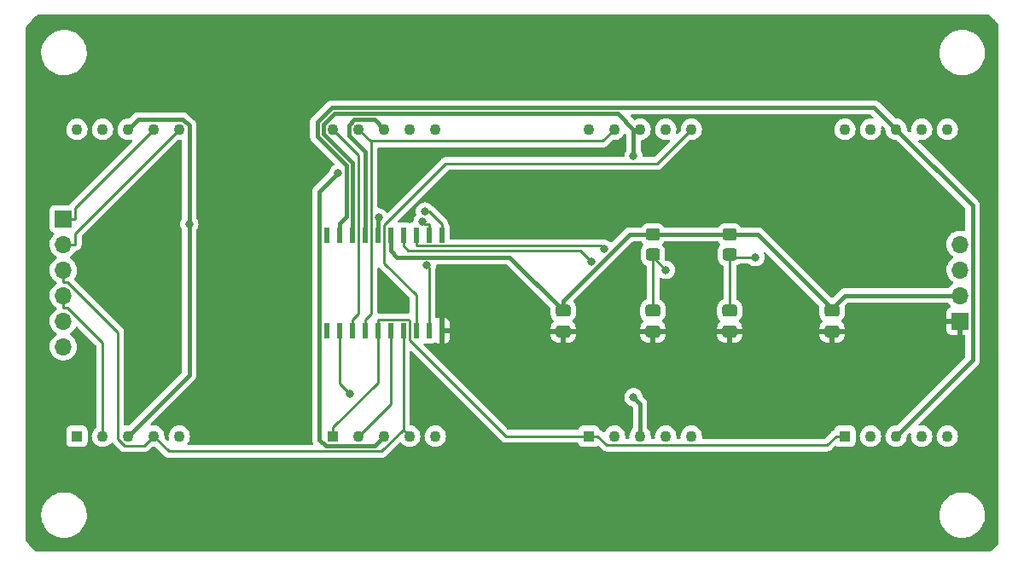
<source format=gbr>
G04 #@! TF.GenerationSoftware,KiCad,Pcbnew,6.0.7*
G04 #@! TF.CreationDate,2022-09-18T12:33:00+10:00*
G04 #@! TF.ProjectId,inchdigits,696e6368-6469-4676-9974-732e6b696361,1*
G04 #@! TF.SameCoordinates,Original*
G04 #@! TF.FileFunction,Copper,L2,Bot*
G04 #@! TF.FilePolarity,Positive*
%FSLAX46Y46*%
G04 Gerber Fmt 4.6, Leading zero omitted, Abs format (unit mm)*
G04 Created by KiCad (PCBNEW 6.0.7) date 2022-09-18 12:33:00*
%MOMM*%
%LPD*%
G01*
G04 APERTURE LIST*
G04 #@! TA.AperFunction,ComponentPad*
%ADD10R,1.100000X1.100000*%
G04 #@! TD*
G04 #@! TA.AperFunction,ComponentPad*
%ADD11C,1.100000*%
G04 #@! TD*
G04 #@! TA.AperFunction,ComponentPad*
%ADD12R,1.700000X1.700000*%
G04 #@! TD*
G04 #@! TA.AperFunction,ComponentPad*
%ADD13O,1.700000X1.700000*%
G04 #@! TD*
G04 #@! TA.AperFunction,SMDPad,CuDef*
%ADD14R,0.600000X1.500000*%
G04 #@! TD*
G04 #@! TA.AperFunction,ViaPad*
%ADD15C,0.800000*%
G04 #@! TD*
G04 #@! TA.AperFunction,Conductor*
%ADD16C,0.400000*%
G04 #@! TD*
G04 #@! TA.AperFunction,Conductor*
%ADD17C,0.250000*%
G04 #@! TD*
G04 APERTURE END LIST*
D10*
X97790000Y-114300000D03*
D11*
X100330000Y-114300000D03*
X102870000Y-114300000D03*
X105410000Y-114300000D03*
X107950000Y-114300000D03*
X107950000Y-83820000D03*
X105410000Y-83820000D03*
X102870000Y-83820000D03*
X100330000Y-83820000D03*
X97790000Y-83820000D03*
D10*
X123190000Y-114300000D03*
D11*
X125730000Y-114300000D03*
X128270000Y-114300000D03*
X130810000Y-114300000D03*
X133350000Y-114300000D03*
X133350000Y-83820000D03*
X130810000Y-83820000D03*
X128270000Y-83820000D03*
X125730000Y-83820000D03*
X123190000Y-83820000D03*
D10*
X173990000Y-114300000D03*
D11*
X176530000Y-114300000D03*
X179070000Y-114300000D03*
X181610000Y-114300000D03*
X184150000Y-114300000D03*
X184150000Y-83820000D03*
X181610000Y-83820000D03*
X179070000Y-83820000D03*
X176530000Y-83820000D03*
X173990000Y-83820000D03*
D10*
X148590000Y-114300000D03*
D11*
X151130000Y-114300000D03*
X153670000Y-114300000D03*
X156210000Y-114300000D03*
X158750000Y-114300000D03*
X158750000Y-83820000D03*
X156210000Y-83820000D03*
X153670000Y-83820000D03*
X151130000Y-83820000D03*
X148590000Y-83820000D03*
G04 #@! TA.AperFunction,SMDPad,CuDef*
G36*
G01*
X172245000Y-101245000D02*
X173195000Y-101245000D01*
G75*
G02*
X173445000Y-101495000I0J-250000D01*
G01*
X173445000Y-102170000D01*
G75*
G02*
X173195000Y-102420000I-250000J0D01*
G01*
X172245000Y-102420000D01*
G75*
G02*
X171995000Y-102170000I0J250000D01*
G01*
X171995000Y-101495000D01*
G75*
G02*
X172245000Y-101245000I250000J0D01*
G01*
G37*
G04 #@! TD.AperFunction*
G04 #@! TA.AperFunction,SMDPad,CuDef*
G36*
G01*
X172245000Y-103320000D02*
X173195000Y-103320000D01*
G75*
G02*
X173445000Y-103570000I0J-250000D01*
G01*
X173445000Y-104245000D01*
G75*
G02*
X173195000Y-104495000I-250000J0D01*
G01*
X172245000Y-104495000D01*
G75*
G02*
X171995000Y-104245000I0J250000D01*
G01*
X171995000Y-103570000D01*
G75*
G02*
X172245000Y-103320000I250000J0D01*
G01*
G37*
G04 #@! TD.AperFunction*
G04 #@! TA.AperFunction,SMDPad,CuDef*
G36*
G01*
X162085000Y-101245000D02*
X163035000Y-101245000D01*
G75*
G02*
X163285000Y-101495000I0J-250000D01*
G01*
X163285000Y-102170000D01*
G75*
G02*
X163035000Y-102420000I-250000J0D01*
G01*
X162085000Y-102420000D01*
G75*
G02*
X161835000Y-102170000I0J250000D01*
G01*
X161835000Y-101495000D01*
G75*
G02*
X162085000Y-101245000I250000J0D01*
G01*
G37*
G04 #@! TD.AperFunction*
G04 #@! TA.AperFunction,SMDPad,CuDef*
G36*
G01*
X162085000Y-103320000D02*
X163035000Y-103320000D01*
G75*
G02*
X163285000Y-103570000I0J-250000D01*
G01*
X163285000Y-104245000D01*
G75*
G02*
X163035000Y-104495000I-250000J0D01*
G01*
X162085000Y-104495000D01*
G75*
G02*
X161835000Y-104245000I0J250000D01*
G01*
X161835000Y-103570000D01*
G75*
G02*
X162085000Y-103320000I250000J0D01*
G01*
G37*
G04 #@! TD.AperFunction*
D12*
X185420000Y-102860000D03*
D13*
X185420000Y-100320000D03*
X185420000Y-97780000D03*
X185420000Y-95240000D03*
G04 #@! TA.AperFunction,SMDPad,CuDef*
G36*
G01*
X154490000Y-93650000D02*
X155390000Y-93650000D01*
G75*
G02*
X155640000Y-93900000I0J-250000D01*
G01*
X155640000Y-94600000D01*
G75*
G02*
X155390000Y-94850000I-250000J0D01*
G01*
X154490000Y-94850000D01*
G75*
G02*
X154240000Y-94600000I0J250000D01*
G01*
X154240000Y-93900000D01*
G75*
G02*
X154490000Y-93650000I250000J0D01*
G01*
G37*
G04 #@! TD.AperFunction*
G04 #@! TA.AperFunction,SMDPad,CuDef*
G36*
G01*
X154490000Y-95650000D02*
X155390000Y-95650000D01*
G75*
G02*
X155640000Y-95900000I0J-250000D01*
G01*
X155640000Y-96600000D01*
G75*
G02*
X155390000Y-96850000I-250000J0D01*
G01*
X154490000Y-96850000D01*
G75*
G02*
X154240000Y-96600000I0J250000D01*
G01*
X154240000Y-95900000D01*
G75*
G02*
X154490000Y-95650000I250000J0D01*
G01*
G37*
G04 #@! TD.AperFunction*
G04 #@! TA.AperFunction,SMDPad,CuDef*
G36*
G01*
X162110000Y-93650000D02*
X163010000Y-93650000D01*
G75*
G02*
X163260000Y-93900000I0J-250000D01*
G01*
X163260000Y-94600000D01*
G75*
G02*
X163010000Y-94850000I-250000J0D01*
G01*
X162110000Y-94850000D01*
G75*
G02*
X161860000Y-94600000I0J250000D01*
G01*
X161860000Y-93900000D01*
G75*
G02*
X162110000Y-93650000I250000J0D01*
G01*
G37*
G04 #@! TD.AperFunction*
G04 #@! TA.AperFunction,SMDPad,CuDef*
G36*
G01*
X162110000Y-95650000D02*
X163010000Y-95650000D01*
G75*
G02*
X163260000Y-95900000I0J-250000D01*
G01*
X163260000Y-96600000D01*
G75*
G02*
X163010000Y-96850000I-250000J0D01*
G01*
X162110000Y-96850000D01*
G75*
G02*
X161860000Y-96600000I0J250000D01*
G01*
X161860000Y-95900000D01*
G75*
G02*
X162110000Y-95650000I250000J0D01*
G01*
G37*
G04 #@! TD.AperFunction*
D14*
X133985000Y-103810000D03*
X132715000Y-103810000D03*
X131445000Y-103810000D03*
X130175000Y-103810000D03*
X128905000Y-103810000D03*
X127635000Y-103810000D03*
X126365000Y-103810000D03*
X125095000Y-103810000D03*
X123825000Y-103810000D03*
X122555000Y-103810000D03*
X122555000Y-94310000D03*
X123825000Y-94310000D03*
X125095000Y-94310000D03*
X126365000Y-94310000D03*
X127635000Y-94310000D03*
X128905000Y-94310000D03*
X130175000Y-94310000D03*
X131445000Y-94310000D03*
X132715000Y-94310000D03*
X133985000Y-94310000D03*
G04 #@! TA.AperFunction,SMDPad,CuDef*
G36*
G01*
X145575000Y-101245000D02*
X146525000Y-101245000D01*
G75*
G02*
X146775000Y-101495000I0J-250000D01*
G01*
X146775000Y-102170000D01*
G75*
G02*
X146525000Y-102420000I-250000J0D01*
G01*
X145575000Y-102420000D01*
G75*
G02*
X145325000Y-102170000I0J250000D01*
G01*
X145325000Y-101495000D01*
G75*
G02*
X145575000Y-101245000I250000J0D01*
G01*
G37*
G04 #@! TD.AperFunction*
G04 #@! TA.AperFunction,SMDPad,CuDef*
G36*
G01*
X145575000Y-103320000D02*
X146525000Y-103320000D01*
G75*
G02*
X146775000Y-103570000I0J-250000D01*
G01*
X146775000Y-104245000D01*
G75*
G02*
X146525000Y-104495000I-250000J0D01*
G01*
X145575000Y-104495000D01*
G75*
G02*
X145325000Y-104245000I0J250000D01*
G01*
X145325000Y-103570000D01*
G75*
G02*
X145575000Y-103320000I250000J0D01*
G01*
G37*
G04 #@! TD.AperFunction*
G04 #@! TA.AperFunction,SMDPad,CuDef*
G36*
G01*
X154465000Y-101245000D02*
X155415000Y-101245000D01*
G75*
G02*
X155665000Y-101495000I0J-250000D01*
G01*
X155665000Y-102170000D01*
G75*
G02*
X155415000Y-102420000I-250000J0D01*
G01*
X154465000Y-102420000D01*
G75*
G02*
X154215000Y-102170000I0J250000D01*
G01*
X154215000Y-101495000D01*
G75*
G02*
X154465000Y-101245000I250000J0D01*
G01*
G37*
G04 #@! TD.AperFunction*
G04 #@! TA.AperFunction,SMDPad,CuDef*
G36*
G01*
X154465000Y-103320000D02*
X155415000Y-103320000D01*
G75*
G02*
X155665000Y-103570000I0J-250000D01*
G01*
X155665000Y-104245000D01*
G75*
G02*
X155415000Y-104495000I-250000J0D01*
G01*
X154465000Y-104495000D01*
G75*
G02*
X154215000Y-104245000I0J250000D01*
G01*
X154215000Y-103570000D01*
G75*
G02*
X154465000Y-103320000I250000J0D01*
G01*
G37*
G04 #@! TD.AperFunction*
D12*
X96450000Y-92710000D03*
D13*
X96450000Y-95250000D03*
X96450000Y-97790000D03*
X96450000Y-100330000D03*
X96450000Y-102870000D03*
X96450000Y-105410000D03*
D15*
X104140000Y-109220000D03*
X132080000Y-86360000D03*
X104140000Y-99060000D03*
X154940000Y-90170000D03*
X128270000Y-100330000D03*
X165100000Y-96520000D03*
X150090900Y-95694800D03*
X148804000Y-96950700D03*
X156220000Y-97780000D03*
X127716500Y-92570500D03*
X108941300Y-93235400D03*
X124861900Y-110127200D03*
X132503500Y-97349900D03*
X123731700Y-88173000D03*
X153017600Y-110428600D03*
X153017600Y-86502300D03*
X132320500Y-91982300D03*
X132081900Y-93005200D03*
D16*
X175492000Y-103908000D02*
X172719500Y-103908000D01*
X146049500Y-103908000D02*
X146050000Y-103907500D01*
X176540000Y-102860000D02*
X175492000Y-103908000D01*
X154940500Y-103908000D02*
X154940000Y-103907500D01*
X172719500Y-103908000D02*
X162560500Y-103908000D01*
X136122000Y-103908000D02*
X136025000Y-103810000D01*
X162560500Y-103908000D02*
X162560000Y-103907500D01*
X136025000Y-103810000D02*
X133985000Y-103810000D01*
X154940500Y-103908000D02*
X146049500Y-103908000D01*
X185420000Y-102860000D02*
X176540000Y-102860000D01*
X146049500Y-103908000D02*
X136122000Y-103908000D01*
X162560500Y-103908000D02*
X154940500Y-103908000D01*
X172719500Y-103908000D02*
X172720000Y-103907500D01*
X146050000Y-101832000D02*
X140738000Y-96520000D01*
X140738000Y-96520000D02*
X129540000Y-96520000D01*
X146050000Y-101351000D02*
X146050000Y-101832000D01*
X172720000Y-101600000D02*
X165370000Y-94250000D01*
X162560000Y-94250000D02*
X154940000Y-94250000D01*
X128905000Y-95885000D02*
X128905000Y-94310000D01*
X146050000Y-101351000D02*
X146050000Y-101832500D01*
X174000000Y-100320000D02*
X172720000Y-101600000D01*
X172720000Y-101832000D02*
X172720000Y-101832500D01*
X154940000Y-94250000D02*
X152670000Y-94250000D01*
X172720000Y-101600000D02*
X172720000Y-101832000D01*
X152670000Y-94250000D02*
X146050000Y-100870000D01*
X185420000Y-100320000D02*
X174000000Y-100320000D01*
X165370000Y-94250000D02*
X162560000Y-94250000D01*
X146050000Y-100870000D02*
X146050000Y-101351000D01*
X129540000Y-96520000D02*
X128905000Y-95885000D01*
D17*
X165100000Y-96520000D02*
X162830000Y-96520000D01*
X162830000Y-96520000D02*
X162560000Y-96250000D01*
X162560000Y-96250000D02*
X162560000Y-101832000D01*
X131445000Y-94310000D02*
X131445000Y-95385300D01*
X162560000Y-101832000D02*
X162560000Y-101832500D01*
X131445000Y-95385300D02*
X149781400Y-95385300D01*
X149781400Y-95385300D02*
X150090900Y-95694800D01*
X130175000Y-94310000D02*
X130175000Y-95385300D01*
X154940000Y-101832000D02*
X154940000Y-101832500D01*
X130175000Y-95385300D02*
X130638900Y-95849200D01*
X130638900Y-95849200D02*
X147702500Y-95849200D01*
X154940000Y-96250000D02*
X154940000Y-101832000D01*
X154940000Y-96250000D02*
X154940000Y-96500000D01*
X147702500Y-95849200D02*
X148804000Y-96950700D01*
X154940000Y-96500000D02*
X156220000Y-97780000D01*
X127635000Y-102734700D02*
X130680200Y-102734700D01*
X127635000Y-108979700D02*
X127635000Y-103810000D01*
X148590000Y-114300000D02*
X149465300Y-114300000D01*
X130800400Y-102854900D02*
X130800400Y-104758500D01*
X140341900Y-114300000D02*
X148590000Y-114300000D01*
X173990000Y-114300000D02*
X173114700Y-114300000D01*
X123190000Y-114300000D02*
X123190000Y-113424700D01*
X150340600Y-115175300D02*
X149465300Y-114300000D01*
X172239400Y-115175300D02*
X150340600Y-115175300D01*
X130800400Y-104758500D02*
X140341900Y-114300000D01*
X127635000Y-103810000D02*
X127635000Y-102734700D01*
X123190000Y-113424700D02*
X127635000Y-108979700D01*
X130680200Y-102734700D02*
X130800400Y-102854900D01*
X173114700Y-114300000D02*
X172239400Y-115175300D01*
X96450000Y-101505300D02*
X96817300Y-101505300D01*
X128905000Y-103810000D02*
X128905000Y-111125000D01*
X96450000Y-100330000D02*
X96450000Y-101505300D01*
X100330000Y-105018000D02*
X100330000Y-114300000D01*
X96817300Y-101505300D02*
X100330000Y-105018000D01*
X128905000Y-111125000D02*
X125730000Y-114300000D01*
D16*
X108941300Y-108228700D02*
X102870000Y-114300000D01*
X127635000Y-94310000D02*
X127635000Y-92652000D01*
X103863000Y-82827000D02*
X108308400Y-82827000D01*
X108308400Y-82827000D02*
X108941300Y-83459900D01*
X127635000Y-92652000D02*
X127716500Y-92570500D01*
X102870000Y-83820000D02*
X103863000Y-82827000D01*
X108941300Y-83459900D02*
X108941300Y-93235400D01*
X108941300Y-93235400D02*
X108941300Y-108228700D01*
D17*
X101844400Y-114561900D02*
X102498200Y-115215700D01*
X102498200Y-115215700D02*
X104494300Y-115215700D01*
X105410000Y-114300000D02*
X106912000Y-115802000D01*
X130175000Y-103810000D02*
X130175000Y-113665000D01*
X101844400Y-103992400D02*
X101844400Y-114561900D01*
X96450000Y-97790000D02*
X96450000Y-98965300D01*
X106912000Y-115802000D02*
X128038000Y-115802000D01*
X96450000Y-98965300D02*
X96817300Y-98965300D01*
X128038000Y-115802000D02*
X130175000Y-113665000D01*
X104494300Y-115215700D02*
X105410000Y-114300000D01*
X130175000Y-113665000D02*
X130810000Y-114300000D01*
X96817300Y-98965300D02*
X101844400Y-103992400D01*
X123825000Y-109090300D02*
X124861900Y-110127200D01*
X123825000Y-103810000D02*
X123825000Y-109090300D01*
X128279600Y-97110100D02*
X128279600Y-93344400D01*
X97625300Y-95250000D02*
X97625300Y-94144700D01*
X134396400Y-87227600D02*
X155342400Y-87227600D01*
X155342400Y-87227600D02*
X158750000Y-83820000D01*
X128279600Y-93344400D02*
X134396400Y-87227600D01*
X97625300Y-94144700D02*
X107950000Y-83820000D01*
X131445000Y-100275500D02*
X128279600Y-97110100D01*
X96450000Y-95250000D02*
X97625300Y-95250000D01*
X131445000Y-103810000D02*
X131445000Y-100275500D01*
X97625300Y-91604700D02*
X105410000Y-83820000D01*
X132715000Y-103810000D02*
X132715000Y-97561400D01*
X132715000Y-97561400D02*
X132503500Y-97349900D01*
X96450000Y-92710000D02*
X97625300Y-92710000D01*
X97625300Y-92710000D02*
X97625300Y-91604700D01*
X126365000Y-103810000D02*
X126365000Y-102734700D01*
X151130000Y-83820000D02*
X149964300Y-84985700D01*
X149964300Y-84985700D02*
X126990400Y-84985700D01*
X126990400Y-84985700D02*
X126990400Y-102109300D01*
X126895700Y-84985700D02*
X125730000Y-83820000D01*
X126990400Y-84985700D02*
X126895700Y-84985700D01*
X126990400Y-102109300D02*
X126365000Y-102734700D01*
X125095000Y-103810000D02*
X125095000Y-102734700D01*
X125720300Y-86350300D02*
X125720300Y-102109400D01*
X123190000Y-83820000D02*
X125720300Y-86350300D01*
X125720300Y-102109400D02*
X125095000Y-102734700D01*
D16*
X122474700Y-115263500D02*
X127306500Y-115263500D01*
X126365000Y-86055500D02*
X124773500Y-84464000D01*
X124773500Y-83392200D02*
X125307500Y-82858200D01*
X125307500Y-82858200D02*
X127308200Y-82858200D01*
X127308200Y-82858200D02*
X128270000Y-83820000D01*
X127306500Y-115263500D02*
X128270000Y-114300000D01*
X124773500Y-84464000D02*
X124773500Y-83392200D01*
X121835900Y-114624700D02*
X122474700Y-115263500D01*
X126365000Y-94310000D02*
X126365000Y-86055500D01*
X121835900Y-90068800D02*
X121835900Y-114624700D01*
X123731700Y-88173000D02*
X121835900Y-90068800D01*
X125095000Y-94310000D02*
X125095000Y-93159700D01*
X125095000Y-93159700D02*
X125132300Y-93122400D01*
X123339000Y-82246400D02*
X151444000Y-82246400D01*
X125132300Y-93122400D02*
X125132300Y-87142800D01*
X153670000Y-111081000D02*
X153670000Y-114300000D01*
X153017600Y-83820000D02*
X153670000Y-83820000D01*
X153017600Y-110428600D02*
X153670000Y-111081000D01*
X151444000Y-82246400D02*
X153017600Y-83820000D01*
X125132300Y-87142800D02*
X122234700Y-84245200D01*
X122234700Y-84245200D02*
X122234700Y-83350700D01*
X153017600Y-83820000D02*
X153017600Y-86502300D01*
X122234700Y-83350700D02*
X123339000Y-82246400D01*
X124532000Y-92452700D02*
X124532000Y-87423500D01*
X186670400Y-106699600D02*
X179070000Y-114300000D01*
X123825000Y-94310000D02*
X123825000Y-93159700D01*
X179070000Y-83820000D02*
X186670400Y-91420400D01*
X186670400Y-91420400D02*
X186670400Y-106699600D01*
X124532000Y-87423500D02*
X121634400Y-84525900D01*
X121634400Y-83102100D02*
X123090400Y-81646100D01*
X176896100Y-81646100D02*
X179070000Y-83820000D01*
X121634400Y-84525900D02*
X121634400Y-83102100D01*
X123825000Y-93159700D02*
X124532000Y-92452700D01*
X123090400Y-81646100D02*
X176896100Y-81646100D01*
D17*
X132732600Y-91982300D02*
X132320500Y-91982300D01*
X133985000Y-94310000D02*
X133985000Y-93234700D01*
X133985000Y-93234700D02*
X132732600Y-91982300D01*
X132311400Y-93234700D02*
X132081900Y-93005200D01*
X132715000Y-94310000D02*
X132715000Y-93234700D01*
X132715000Y-93234700D02*
X132311400Y-93234700D01*
G04 #@! TA.AperFunction,Conductor*
G36*
X188188563Y-72409733D02*
G01*
X188255359Y-72452287D01*
X188264363Y-72458591D01*
X188572039Y-72694678D01*
X188572044Y-72694682D01*
X188580458Y-72701743D01*
X188810599Y-72912628D01*
X188866382Y-72963744D01*
X188874155Y-72971517D01*
X189136157Y-73257442D01*
X189143213Y-73265850D01*
X189203964Y-73345022D01*
X189229563Y-73411240D01*
X189230000Y-73421724D01*
X189230000Y-124916171D01*
X189209998Y-124984292D01*
X189203963Y-124992874D01*
X189143216Y-125072042D01*
X189136150Y-125080463D01*
X188874154Y-125366381D01*
X188866385Y-125374150D01*
X188580463Y-125636150D01*
X188572042Y-125643216D01*
X188492874Y-125703963D01*
X188426654Y-125729563D01*
X188416171Y-125730000D01*
X93741727Y-125730000D01*
X93673606Y-125709998D01*
X93665023Y-125703962D01*
X93585863Y-125643220D01*
X93577443Y-125636155D01*
X93291518Y-125374154D01*
X93283745Y-125366381D01*
X93021744Y-125080456D01*
X93014679Y-125072036D01*
X92778600Y-124764373D01*
X92772294Y-124755368D01*
X92729732Y-124688558D01*
X92710000Y-124620859D01*
X92710000Y-122185304D01*
X94256941Y-122185304D01*
X94283091Y-122484192D01*
X94284001Y-122488264D01*
X94284002Y-122488269D01*
X94347628Y-122772916D01*
X94348540Y-122776995D01*
X94452140Y-123058571D01*
X94454084Y-123062259D01*
X94454088Y-123062267D01*
X94550805Y-123245707D01*
X94592069Y-123323971D01*
X94765871Y-123568533D01*
X94970490Y-123787961D01*
X95202333Y-123978398D01*
X95457325Y-124136500D01*
X95730988Y-124259489D01*
X95793666Y-124278174D01*
X96014514Y-124344012D01*
X96014516Y-124344012D01*
X96018513Y-124345204D01*
X96022633Y-124345857D01*
X96022635Y-124345857D01*
X96141509Y-124364685D01*
X96314848Y-124392139D01*
X96357577Y-124394079D01*
X96407262Y-124396336D01*
X96407281Y-124396336D01*
X96408681Y-124396400D01*
X96596107Y-124396400D01*
X96819370Y-124381571D01*
X96823464Y-124380746D01*
X96823468Y-124380745D01*
X96964513Y-124352305D01*
X97113480Y-124322268D01*
X97397163Y-124224588D01*
X97400896Y-124222719D01*
X97400900Y-124222717D01*
X97661691Y-124092122D01*
X97661693Y-124092121D01*
X97665435Y-124090247D01*
X97913584Y-123921606D01*
X98137248Y-123721626D01*
X98154547Y-123701443D01*
X98329779Y-123496997D01*
X98329782Y-123496993D01*
X98332499Y-123493823D01*
X98334773Y-123490321D01*
X98334777Y-123490316D01*
X98493628Y-123245707D01*
X98493631Y-123245702D01*
X98495907Y-123242197D01*
X98624600Y-122971170D01*
X98716318Y-122685504D01*
X98769448Y-122390216D01*
X98778754Y-122185304D01*
X183374841Y-122185304D01*
X183400991Y-122484192D01*
X183401901Y-122488264D01*
X183401902Y-122488269D01*
X183465528Y-122772916D01*
X183466440Y-122776995D01*
X183570040Y-123058571D01*
X183571984Y-123062259D01*
X183571988Y-123062267D01*
X183668705Y-123245707D01*
X183709969Y-123323971D01*
X183883771Y-123568533D01*
X184088390Y-123787961D01*
X184320233Y-123978398D01*
X184575225Y-124136500D01*
X184848888Y-124259489D01*
X184911566Y-124278174D01*
X185132414Y-124344012D01*
X185132416Y-124344012D01*
X185136413Y-124345204D01*
X185140533Y-124345857D01*
X185140535Y-124345857D01*
X185259409Y-124364685D01*
X185432748Y-124392139D01*
X185475477Y-124394079D01*
X185525162Y-124396336D01*
X185525181Y-124396336D01*
X185526581Y-124396400D01*
X185714007Y-124396400D01*
X185937270Y-124381571D01*
X185941364Y-124380746D01*
X185941368Y-124380745D01*
X186082413Y-124352305D01*
X186231380Y-124322268D01*
X186515063Y-124224588D01*
X186518796Y-124222719D01*
X186518800Y-124222717D01*
X186779591Y-124092122D01*
X186779593Y-124092121D01*
X186783335Y-124090247D01*
X187031484Y-123921606D01*
X187255148Y-123721626D01*
X187272447Y-123701443D01*
X187447679Y-123496997D01*
X187447682Y-123496993D01*
X187450399Y-123493823D01*
X187452673Y-123490321D01*
X187452677Y-123490316D01*
X187611528Y-123245707D01*
X187611531Y-123245702D01*
X187613807Y-123242197D01*
X187742500Y-122971170D01*
X187834218Y-122685504D01*
X187887348Y-122390216D01*
X187898237Y-122150450D01*
X187900770Y-122094666D01*
X187900770Y-122094660D01*
X187900959Y-122090496D01*
X187874809Y-121791608D01*
X187866610Y-121754925D01*
X187810272Y-121502884D01*
X187810271Y-121502881D01*
X187809360Y-121498805D01*
X187705760Y-121217229D01*
X187703816Y-121213541D01*
X187703812Y-121213533D01*
X187567784Y-120955533D01*
X187567783Y-120955532D01*
X187565831Y-120951829D01*
X187392029Y-120707267D01*
X187187410Y-120487839D01*
X186955567Y-120297402D01*
X186700575Y-120139300D01*
X186426912Y-120016311D01*
X186213550Y-119952705D01*
X186143386Y-119931788D01*
X186143384Y-119931788D01*
X186139387Y-119930596D01*
X186135267Y-119929943D01*
X186135265Y-119929943D01*
X186016391Y-119911115D01*
X185843052Y-119883661D01*
X185800323Y-119881721D01*
X185750638Y-119879464D01*
X185750619Y-119879464D01*
X185749219Y-119879400D01*
X185561793Y-119879400D01*
X185338530Y-119894229D01*
X185334436Y-119895054D01*
X185334432Y-119895055D01*
X185193387Y-119923495D01*
X185044420Y-119953532D01*
X184760737Y-120051212D01*
X184757004Y-120053081D01*
X184757000Y-120053083D01*
X184496209Y-120183678D01*
X184492465Y-120185553D01*
X184244316Y-120354194D01*
X184020652Y-120554174D01*
X184017935Y-120557344D01*
X184017934Y-120557345D01*
X183892055Y-120704211D01*
X183825401Y-120781977D01*
X183823127Y-120785479D01*
X183823123Y-120785484D01*
X183712692Y-120955533D01*
X183661993Y-121033603D01*
X183533300Y-121304630D01*
X183441582Y-121590296D01*
X183440841Y-121594415D01*
X183413446Y-121746674D01*
X183388452Y-121885584D01*
X183388263Y-121889751D01*
X183388262Y-121889758D01*
X183375981Y-122160199D01*
X183374841Y-122185304D01*
X98778754Y-122185304D01*
X98780337Y-122150450D01*
X98782870Y-122094666D01*
X98782870Y-122094660D01*
X98783059Y-122090496D01*
X98756909Y-121791608D01*
X98748710Y-121754925D01*
X98692372Y-121502884D01*
X98692371Y-121502881D01*
X98691460Y-121498805D01*
X98587860Y-121217229D01*
X98585916Y-121213541D01*
X98585912Y-121213533D01*
X98449884Y-120955533D01*
X98449883Y-120955532D01*
X98447931Y-120951829D01*
X98274129Y-120707267D01*
X98069510Y-120487839D01*
X97837667Y-120297402D01*
X97582675Y-120139300D01*
X97309012Y-120016311D01*
X97095650Y-119952705D01*
X97025486Y-119931788D01*
X97025484Y-119931788D01*
X97021487Y-119930596D01*
X97017367Y-119929943D01*
X97017365Y-119929943D01*
X96898491Y-119911115D01*
X96725152Y-119883661D01*
X96682423Y-119881721D01*
X96632738Y-119879464D01*
X96632719Y-119879464D01*
X96631319Y-119879400D01*
X96443893Y-119879400D01*
X96220630Y-119894229D01*
X96216536Y-119895054D01*
X96216532Y-119895055D01*
X96075487Y-119923495D01*
X95926520Y-119953532D01*
X95642837Y-120051212D01*
X95639104Y-120053081D01*
X95639100Y-120053083D01*
X95378309Y-120183678D01*
X95374565Y-120185553D01*
X95126416Y-120354194D01*
X94902752Y-120554174D01*
X94900035Y-120557344D01*
X94900034Y-120557345D01*
X94774155Y-120704211D01*
X94707501Y-120781977D01*
X94705227Y-120785479D01*
X94705223Y-120785484D01*
X94594792Y-120955533D01*
X94544093Y-121033603D01*
X94415400Y-121304630D01*
X94323682Y-121590296D01*
X94322941Y-121594415D01*
X94295546Y-121746674D01*
X94270552Y-121885584D01*
X94270363Y-121889751D01*
X94270362Y-121889758D01*
X94258081Y-122160199D01*
X94256941Y-122185304D01*
X92710000Y-122185304D01*
X92710000Y-114898134D01*
X96731500Y-114898134D01*
X96738255Y-114960316D01*
X96789385Y-115096705D01*
X96876739Y-115213261D01*
X96993295Y-115300615D01*
X97129684Y-115351745D01*
X97191866Y-115358500D01*
X98388134Y-115358500D01*
X98450316Y-115351745D01*
X98586705Y-115300615D01*
X98703261Y-115213261D01*
X98790615Y-115096705D01*
X98841745Y-114960316D01*
X98848500Y-114898134D01*
X98848500Y-113701866D01*
X98841745Y-113639684D01*
X98790615Y-113503295D01*
X98703261Y-113386739D01*
X98586705Y-113299385D01*
X98450316Y-113248255D01*
X98388134Y-113241500D01*
X97191866Y-113241500D01*
X97129684Y-113248255D01*
X96993295Y-113299385D01*
X96876739Y-113386739D01*
X96789385Y-113503295D01*
X96738255Y-113639684D01*
X96731500Y-113701866D01*
X96731500Y-114898134D01*
X92710000Y-114898134D01*
X92710000Y-105376695D01*
X95087251Y-105376695D01*
X95087548Y-105381848D01*
X95087548Y-105381851D01*
X95093011Y-105476590D01*
X95100110Y-105599715D01*
X95101247Y-105604761D01*
X95101248Y-105604767D01*
X95114260Y-105662504D01*
X95149222Y-105817639D01*
X95233266Y-106024616D01*
X95349987Y-106215088D01*
X95496250Y-106383938D01*
X95668126Y-106526632D01*
X95861000Y-106639338D01*
X96069692Y-106719030D01*
X96074760Y-106720061D01*
X96074763Y-106720062D01*
X96157191Y-106736832D01*
X96288597Y-106763567D01*
X96293772Y-106763757D01*
X96293774Y-106763757D01*
X96506673Y-106771564D01*
X96506677Y-106771564D01*
X96511837Y-106771753D01*
X96516957Y-106771097D01*
X96516959Y-106771097D01*
X96728288Y-106744025D01*
X96728289Y-106744025D01*
X96733416Y-106743368D01*
X96738366Y-106741883D01*
X96942429Y-106680661D01*
X96942434Y-106680659D01*
X96947384Y-106679174D01*
X97147994Y-106580896D01*
X97329860Y-106451173D01*
X97338027Y-106443035D01*
X97484435Y-106297137D01*
X97488096Y-106293489D01*
X97547594Y-106210689D01*
X97615435Y-106116277D01*
X97618453Y-106112077D01*
X97690306Y-105966694D01*
X97715136Y-105916453D01*
X97715137Y-105916451D01*
X97717430Y-105911811D01*
X97782370Y-105698069D01*
X97811529Y-105476590D01*
X97813156Y-105410000D01*
X97794852Y-105187361D01*
X97740431Y-104970702D01*
X97651354Y-104765840D01*
X97557670Y-104621027D01*
X97532822Y-104582617D01*
X97532820Y-104582614D01*
X97530014Y-104578277D01*
X97379670Y-104413051D01*
X97375619Y-104409852D01*
X97375615Y-104409848D01*
X97208414Y-104277800D01*
X97208410Y-104277798D01*
X97204359Y-104274598D01*
X97163053Y-104251796D01*
X97113084Y-104201364D01*
X97098312Y-104131921D01*
X97123428Y-104065516D01*
X97150780Y-104038909D01*
X97194603Y-104007650D01*
X97329860Y-103911173D01*
X97348588Y-103892511D01*
X97484435Y-103757137D01*
X97488096Y-103753489D01*
X97532170Y-103692154D01*
X97615435Y-103576277D01*
X97618453Y-103572077D01*
X97628611Y-103551525D01*
X97662907Y-103482131D01*
X97711021Y-103429924D01*
X97779722Y-103412017D01*
X97847198Y-103434095D01*
X97864959Y-103448863D01*
X98803625Y-104387530D01*
X99659595Y-105243500D01*
X99693621Y-105305812D01*
X99696500Y-105332595D01*
X99696500Y-113390716D01*
X99676498Y-113458837D01*
X99649456Y-113488908D01*
X99585823Y-113540071D01*
X99452391Y-113699089D01*
X99449427Y-113704481D01*
X99449424Y-113704485D01*
X99372944Y-113843602D01*
X99352387Y-113880995D01*
X99289621Y-114078861D01*
X99288935Y-114084978D01*
X99288934Y-114084982D01*
X99281949Y-114147259D01*
X99266482Y-114285150D01*
X99268025Y-114303522D01*
X99282957Y-114481342D01*
X99283852Y-114492004D01*
X99341069Y-114691545D01*
X99343887Y-114697027D01*
X99343888Y-114697031D01*
X99433135Y-114870686D01*
X99435955Y-114876173D01*
X99439786Y-114881007D01*
X99439787Y-114881008D01*
X99468923Y-114917768D01*
X99564894Y-115038854D01*
X99569581Y-115042843D01*
X99569584Y-115042846D01*
X99706038Y-115158977D01*
X99722976Y-115173392D01*
X99904180Y-115274664D01*
X100101603Y-115338810D01*
X100307725Y-115363389D01*
X100313860Y-115362917D01*
X100313862Y-115362917D01*
X100508555Y-115347936D01*
X100508560Y-115347935D01*
X100514696Y-115347463D01*
X100520626Y-115345807D01*
X100520628Y-115345807D01*
X100614664Y-115319551D01*
X100714632Y-115291640D01*
X100859144Y-115218642D01*
X100894416Y-115200825D01*
X100894418Y-115200824D01*
X100899917Y-115198046D01*
X101032012Y-115094842D01*
X101058634Y-115074043D01*
X101058635Y-115074042D01*
X101063495Y-115070245D01*
X101067523Y-115065579D01*
X101067527Y-115065575D01*
X101157126Y-114961772D01*
X101216779Y-114923274D01*
X101287775Y-114923138D01*
X101341603Y-114955007D01*
X101354179Y-114967583D01*
X101367019Y-114982616D01*
X101378928Y-114999007D01*
X101398587Y-115015270D01*
X101412993Y-115027188D01*
X101421774Y-115035178D01*
X101994553Y-115607958D01*
X102002087Y-115616237D01*
X102006200Y-115622718D01*
X102043298Y-115657555D01*
X102055851Y-115669343D01*
X102058693Y-115672098D01*
X102078430Y-115691835D01*
X102081627Y-115694315D01*
X102090647Y-115702018D01*
X102122879Y-115732286D01*
X102129825Y-115736105D01*
X102129828Y-115736107D01*
X102140634Y-115742048D01*
X102157153Y-115752899D01*
X102173159Y-115765314D01*
X102180428Y-115768459D01*
X102180432Y-115768462D01*
X102213737Y-115782874D01*
X102224387Y-115788091D01*
X102263140Y-115809395D01*
X102270815Y-115811366D01*
X102270816Y-115811366D01*
X102282762Y-115814433D01*
X102301467Y-115820837D01*
X102320055Y-115828881D01*
X102327878Y-115830120D01*
X102327888Y-115830123D01*
X102363724Y-115835799D01*
X102375344Y-115838205D01*
X102407159Y-115846373D01*
X102418170Y-115849200D01*
X102438424Y-115849200D01*
X102458134Y-115850751D01*
X102478143Y-115853920D01*
X102486035Y-115853174D01*
X102504780Y-115851402D01*
X102522162Y-115849759D01*
X102534019Y-115849200D01*
X104415533Y-115849200D01*
X104426716Y-115849727D01*
X104434209Y-115851402D01*
X104442135Y-115851153D01*
X104442136Y-115851153D01*
X104502286Y-115849262D01*
X104506245Y-115849200D01*
X104534156Y-115849200D01*
X104538091Y-115848703D01*
X104538156Y-115848695D01*
X104549993Y-115847762D01*
X104582251Y-115846748D01*
X104586270Y-115846622D01*
X104594189Y-115846373D01*
X104613643Y-115840721D01*
X104633000Y-115836713D01*
X104645230Y-115835168D01*
X104645231Y-115835168D01*
X104653097Y-115834174D01*
X104660468Y-115831255D01*
X104660470Y-115831255D01*
X104694212Y-115817896D01*
X104705442Y-115814051D01*
X104740283Y-115803929D01*
X104740284Y-115803929D01*
X104747893Y-115801718D01*
X104754712Y-115797685D01*
X104754717Y-115797683D01*
X104765328Y-115791407D01*
X104783076Y-115782712D01*
X104801917Y-115775252D01*
X104837687Y-115749264D01*
X104847607Y-115742748D01*
X104878835Y-115724280D01*
X104878838Y-115724278D01*
X104885662Y-115720242D01*
X104899983Y-115705921D01*
X104915017Y-115693080D01*
X104931407Y-115681172D01*
X104959598Y-115647095D01*
X104967588Y-115638316D01*
X105214723Y-115391181D01*
X105277035Y-115357155D01*
X105318735Y-115355162D01*
X105387725Y-115363389D01*
X105393860Y-115362917D01*
X105393862Y-115362917D01*
X105469471Y-115357099D01*
X105506144Y-115354277D01*
X105575599Y-115368994D01*
X105604906Y-115390811D01*
X106408348Y-116194253D01*
X106415888Y-116202539D01*
X106420000Y-116209018D01*
X106425777Y-116214443D01*
X106469651Y-116255643D01*
X106472493Y-116258398D01*
X106492230Y-116278135D01*
X106495427Y-116280615D01*
X106504447Y-116288318D01*
X106536679Y-116318586D01*
X106543625Y-116322405D01*
X106543628Y-116322407D01*
X106554434Y-116328348D01*
X106570953Y-116339199D01*
X106586959Y-116351614D01*
X106594228Y-116354759D01*
X106594232Y-116354762D01*
X106627537Y-116369174D01*
X106638187Y-116374391D01*
X106676940Y-116395695D01*
X106684615Y-116397666D01*
X106684616Y-116397666D01*
X106696562Y-116400733D01*
X106715267Y-116407137D01*
X106733855Y-116415181D01*
X106741678Y-116416420D01*
X106741688Y-116416423D01*
X106777524Y-116422099D01*
X106789144Y-116424505D01*
X106820959Y-116432673D01*
X106831970Y-116435500D01*
X106852224Y-116435500D01*
X106871934Y-116437051D01*
X106891943Y-116440220D01*
X106899835Y-116439474D01*
X106918580Y-116437702D01*
X106935962Y-116436059D01*
X106947819Y-116435500D01*
X127959233Y-116435500D01*
X127970416Y-116436027D01*
X127977909Y-116437702D01*
X127985835Y-116437453D01*
X127985836Y-116437453D01*
X128045986Y-116435562D01*
X128049945Y-116435500D01*
X128077856Y-116435500D01*
X128081791Y-116435003D01*
X128081856Y-116434995D01*
X128093693Y-116434062D01*
X128125951Y-116433048D01*
X128129970Y-116432922D01*
X128137889Y-116432673D01*
X128157343Y-116427021D01*
X128176700Y-116423013D01*
X128188930Y-116421468D01*
X128188931Y-116421468D01*
X128196797Y-116420474D01*
X128204168Y-116417555D01*
X128204170Y-116417555D01*
X128237912Y-116404196D01*
X128249142Y-116400351D01*
X128283983Y-116390229D01*
X128283984Y-116390229D01*
X128291593Y-116388018D01*
X128298412Y-116383985D01*
X128298417Y-116383983D01*
X128309028Y-116377707D01*
X128326776Y-116369012D01*
X128345617Y-116361552D01*
X128381387Y-116335564D01*
X128391307Y-116329048D01*
X128422535Y-116310580D01*
X128422538Y-116310578D01*
X128429362Y-116306542D01*
X128443683Y-116292221D01*
X128458717Y-116279380D01*
X128468694Y-116272131D01*
X128475107Y-116267472D01*
X128503298Y-116233395D01*
X128511288Y-116224616D01*
X129791098Y-114944806D01*
X129853410Y-114910780D01*
X129924225Y-114915845D01*
X129978935Y-114955634D01*
X130044894Y-115038854D01*
X130049581Y-115042843D01*
X130049584Y-115042846D01*
X130186038Y-115158977D01*
X130202976Y-115173392D01*
X130384180Y-115274664D01*
X130581603Y-115338810D01*
X130787725Y-115363389D01*
X130793860Y-115362917D01*
X130793862Y-115362917D01*
X130988555Y-115347936D01*
X130988560Y-115347935D01*
X130994696Y-115347463D01*
X131000626Y-115345807D01*
X131000628Y-115345807D01*
X131094664Y-115319551D01*
X131194632Y-115291640D01*
X131339144Y-115218642D01*
X131374416Y-115200825D01*
X131374418Y-115200824D01*
X131379917Y-115198046D01*
X131512012Y-115094842D01*
X131538634Y-115074043D01*
X131538635Y-115074042D01*
X131543495Y-115070245D01*
X131661047Y-114934059D01*
X131675109Y-114917768D01*
X131675109Y-114917767D01*
X131679133Y-114913106D01*
X131689041Y-114895666D01*
X131737097Y-114811071D01*
X131781667Y-114732614D01*
X131847190Y-114535644D01*
X131873207Y-114329698D01*
X131873622Y-114300000D01*
X131872166Y-114285150D01*
X132286482Y-114285150D01*
X132288025Y-114303522D01*
X132302957Y-114481342D01*
X132303852Y-114492004D01*
X132361069Y-114691545D01*
X132363887Y-114697027D01*
X132363888Y-114697031D01*
X132453135Y-114870686D01*
X132455955Y-114876173D01*
X132459786Y-114881007D01*
X132459787Y-114881008D01*
X132488923Y-114917768D01*
X132584894Y-115038854D01*
X132589581Y-115042843D01*
X132589584Y-115042846D01*
X132726038Y-115158977D01*
X132742976Y-115173392D01*
X132924180Y-115274664D01*
X133121603Y-115338810D01*
X133327725Y-115363389D01*
X133333860Y-115362917D01*
X133333862Y-115362917D01*
X133528555Y-115347936D01*
X133528560Y-115347935D01*
X133534696Y-115347463D01*
X133540626Y-115345807D01*
X133540628Y-115345807D01*
X133634664Y-115319551D01*
X133734632Y-115291640D01*
X133879144Y-115218642D01*
X133914416Y-115200825D01*
X133914418Y-115200824D01*
X133919917Y-115198046D01*
X134052012Y-115094842D01*
X134078634Y-115074043D01*
X134078635Y-115074042D01*
X134083495Y-115070245D01*
X134201047Y-114934059D01*
X134215109Y-114917768D01*
X134215109Y-114917767D01*
X134219133Y-114913106D01*
X134229041Y-114895666D01*
X134277097Y-114811071D01*
X134321667Y-114732614D01*
X134387190Y-114535644D01*
X134413207Y-114329698D01*
X134413622Y-114300000D01*
X134398645Y-114147259D01*
X134393966Y-114099534D01*
X134393965Y-114099531D01*
X134393365Y-114093408D01*
X134353526Y-113961454D01*
X134335152Y-113900593D01*
X134335151Y-113900590D01*
X134333368Y-113894685D01*
X134329212Y-113886868D01*
X134238809Y-113716847D01*
X134238808Y-113716845D01*
X134235913Y-113711401D01*
X134132603Y-113584730D01*
X134108610Y-113555311D01*
X134108607Y-113555308D01*
X134104715Y-113550536D01*
X134097770Y-113544790D01*
X133983499Y-113450257D01*
X133944770Y-113418217D01*
X133939353Y-113415288D01*
X133939350Y-113415286D01*
X133767590Y-113322416D01*
X133767585Y-113322414D01*
X133762170Y-113319486D01*
X133563871Y-113258102D01*
X133557746Y-113257458D01*
X133557745Y-113257458D01*
X133363554Y-113237048D01*
X133363552Y-113237048D01*
X133357425Y-113236404D01*
X133271971Y-113244181D01*
X133156836Y-113254659D01*
X133156833Y-113254660D01*
X133150697Y-113255218D01*
X133144791Y-113256956D01*
X133144787Y-113256957D01*
X133011339Y-113296233D01*
X132951560Y-113313827D01*
X132767600Y-113409999D01*
X132762800Y-113413859D01*
X132762799Y-113413859D01*
X132755880Y-113419422D01*
X132605823Y-113540071D01*
X132601865Y-113544788D01*
X132601863Y-113544790D01*
X132530703Y-113629595D01*
X132472391Y-113699089D01*
X132469427Y-113704481D01*
X132469424Y-113704485D01*
X132392944Y-113843602D01*
X132372387Y-113880995D01*
X132309621Y-114078861D01*
X132308935Y-114084978D01*
X132308934Y-114084982D01*
X132301949Y-114147259D01*
X132286482Y-114285150D01*
X131872166Y-114285150D01*
X131858645Y-114147259D01*
X131853966Y-114099534D01*
X131853965Y-114099531D01*
X131853365Y-114093408D01*
X131813526Y-113961454D01*
X131795152Y-113900593D01*
X131795151Y-113900590D01*
X131793368Y-113894685D01*
X131789212Y-113886868D01*
X131698809Y-113716847D01*
X131698808Y-113716845D01*
X131695913Y-113711401D01*
X131592603Y-113584730D01*
X131568610Y-113555311D01*
X131568607Y-113555308D01*
X131564715Y-113550536D01*
X131557770Y-113544790D01*
X131443499Y-113450257D01*
X131404770Y-113418217D01*
X131399353Y-113415288D01*
X131399350Y-113415286D01*
X131227590Y-113322416D01*
X131227585Y-113322414D01*
X131222170Y-113319486D01*
X131023871Y-113258102D01*
X131017748Y-113257459D01*
X131017746Y-113257458D01*
X130962445Y-113251646D01*
X130921329Y-113247325D01*
X130855673Y-113220312D01*
X130815043Y-113162091D01*
X130808500Y-113122015D01*
X130808500Y-105966694D01*
X130828502Y-105898573D01*
X130882158Y-105852080D01*
X130952432Y-105841976D01*
X131017012Y-105871470D01*
X131023595Y-105877599D01*
X139838243Y-114692247D01*
X139845787Y-114700537D01*
X139849900Y-114707018D01*
X139855677Y-114712443D01*
X139899567Y-114753658D01*
X139902409Y-114756413D01*
X139922131Y-114776135D01*
X139925273Y-114778572D01*
X139925333Y-114778619D01*
X139934345Y-114786317D01*
X139959936Y-114810347D01*
X139966579Y-114816586D01*
X139973522Y-114820403D01*
X139984331Y-114826345D01*
X140000853Y-114837198D01*
X140016859Y-114849614D01*
X140024137Y-114852764D01*
X140024138Y-114852764D01*
X140057437Y-114867174D01*
X140068087Y-114872391D01*
X140106840Y-114893695D01*
X140114515Y-114895666D01*
X140114516Y-114895666D01*
X140126462Y-114898733D01*
X140145167Y-114905137D01*
X140163755Y-114913181D01*
X140171578Y-114914420D01*
X140171588Y-114914423D01*
X140207424Y-114920099D01*
X140219044Y-114922505D01*
X140254189Y-114931528D01*
X140261870Y-114933500D01*
X140282124Y-114933500D01*
X140301834Y-114935051D01*
X140321843Y-114938220D01*
X140329735Y-114937474D01*
X140365861Y-114934059D01*
X140377719Y-114933500D01*
X147440874Y-114933500D01*
X147508995Y-114953502D01*
X147555488Y-115007158D01*
X147558856Y-115015270D01*
X147569194Y-115042846D01*
X147589385Y-115096705D01*
X147676739Y-115213261D01*
X147793295Y-115300615D01*
X147929684Y-115351745D01*
X147991866Y-115358500D01*
X149188134Y-115358500D01*
X149250316Y-115351745D01*
X149386705Y-115300615D01*
X149404069Y-115287601D01*
X149470574Y-115262754D01*
X149539956Y-115277807D01*
X149568728Y-115299333D01*
X149836948Y-115567553D01*
X149844488Y-115575839D01*
X149848600Y-115582318D01*
X149854377Y-115587743D01*
X149898251Y-115628943D01*
X149901093Y-115631698D01*
X149920830Y-115651435D01*
X149924027Y-115653915D01*
X149933047Y-115661618D01*
X149965279Y-115691886D01*
X149972225Y-115695705D01*
X149972228Y-115695707D01*
X149983034Y-115701648D01*
X149999553Y-115712499D01*
X150015559Y-115724914D01*
X150022828Y-115728059D01*
X150022832Y-115728062D01*
X150056137Y-115742474D01*
X150066787Y-115747691D01*
X150105540Y-115768995D01*
X150113215Y-115770966D01*
X150113216Y-115770966D01*
X150125162Y-115774033D01*
X150143866Y-115780437D01*
X150149110Y-115782706D01*
X150162455Y-115788481D01*
X150170278Y-115789720D01*
X150170288Y-115789723D01*
X150206124Y-115795399D01*
X150217744Y-115797805D01*
X150249559Y-115805973D01*
X150260570Y-115808800D01*
X150280824Y-115808800D01*
X150300534Y-115810351D01*
X150320543Y-115813520D01*
X150328435Y-115812774D01*
X150347180Y-115811002D01*
X150364562Y-115809359D01*
X150376419Y-115808800D01*
X172160633Y-115808800D01*
X172171816Y-115809327D01*
X172179309Y-115811002D01*
X172187235Y-115810753D01*
X172187236Y-115810753D01*
X172247386Y-115808862D01*
X172251345Y-115808800D01*
X172279256Y-115808800D01*
X172283191Y-115808303D01*
X172283256Y-115808295D01*
X172295093Y-115807362D01*
X172327351Y-115806348D01*
X172331370Y-115806222D01*
X172339289Y-115805973D01*
X172358743Y-115800321D01*
X172378100Y-115796313D01*
X172390330Y-115794768D01*
X172390331Y-115794768D01*
X172398197Y-115793774D01*
X172405568Y-115790855D01*
X172405570Y-115790855D01*
X172439312Y-115777496D01*
X172450542Y-115773651D01*
X172485383Y-115763529D01*
X172485384Y-115763529D01*
X172492993Y-115761318D01*
X172499812Y-115757285D01*
X172499817Y-115757283D01*
X172510428Y-115751007D01*
X172528176Y-115742312D01*
X172547017Y-115734852D01*
X172582787Y-115708864D01*
X172592707Y-115702348D01*
X172623935Y-115683880D01*
X172623938Y-115683878D01*
X172630762Y-115679842D01*
X172645083Y-115665521D01*
X172660117Y-115652680D01*
X172670094Y-115645431D01*
X172676507Y-115640772D01*
X172681558Y-115634667D01*
X172681563Y-115634662D01*
X172704699Y-115606696D01*
X172712687Y-115597918D01*
X173011272Y-115299333D01*
X173073584Y-115265307D01*
X173144399Y-115270372D01*
X173175929Y-115287600D01*
X173193295Y-115300615D01*
X173329684Y-115351745D01*
X173391866Y-115358500D01*
X174588134Y-115358500D01*
X174650316Y-115351745D01*
X174786705Y-115300615D01*
X174903261Y-115213261D01*
X174990615Y-115096705D01*
X175041745Y-114960316D01*
X175048500Y-114898134D01*
X175048500Y-114285150D01*
X175466482Y-114285150D01*
X175468025Y-114303522D01*
X175482957Y-114481342D01*
X175483852Y-114492004D01*
X175541069Y-114691545D01*
X175543887Y-114697027D01*
X175543888Y-114697031D01*
X175633135Y-114870686D01*
X175635955Y-114876173D01*
X175639786Y-114881007D01*
X175639787Y-114881008D01*
X175668923Y-114917768D01*
X175764894Y-115038854D01*
X175769581Y-115042843D01*
X175769584Y-115042846D01*
X175906038Y-115158977D01*
X175922976Y-115173392D01*
X176104180Y-115274664D01*
X176301603Y-115338810D01*
X176507725Y-115363389D01*
X176513860Y-115362917D01*
X176513862Y-115362917D01*
X176708555Y-115347936D01*
X176708560Y-115347935D01*
X176714696Y-115347463D01*
X176720626Y-115345807D01*
X176720628Y-115345807D01*
X176814664Y-115319551D01*
X176914632Y-115291640D01*
X177059144Y-115218642D01*
X177094416Y-115200825D01*
X177094418Y-115200824D01*
X177099917Y-115198046D01*
X177232012Y-115094842D01*
X177258634Y-115074043D01*
X177258635Y-115074042D01*
X177263495Y-115070245D01*
X177381047Y-114934059D01*
X177395109Y-114917768D01*
X177395109Y-114917767D01*
X177399133Y-114913106D01*
X177409041Y-114895666D01*
X177457097Y-114811071D01*
X177501667Y-114732614D01*
X177567190Y-114535644D01*
X177593207Y-114329698D01*
X177593622Y-114300000D01*
X177578645Y-114147259D01*
X177573966Y-114099534D01*
X177573965Y-114099531D01*
X177573365Y-114093408D01*
X177533526Y-113961454D01*
X177515152Y-113900593D01*
X177515151Y-113900590D01*
X177513368Y-113894685D01*
X177509212Y-113886868D01*
X177418809Y-113716847D01*
X177418808Y-113716845D01*
X177415913Y-113711401D01*
X177312603Y-113584730D01*
X177288610Y-113555311D01*
X177288607Y-113555308D01*
X177284715Y-113550536D01*
X177277770Y-113544790D01*
X177163499Y-113450257D01*
X177124770Y-113418217D01*
X177119353Y-113415288D01*
X177119350Y-113415286D01*
X176947590Y-113322416D01*
X176947585Y-113322414D01*
X176942170Y-113319486D01*
X176743871Y-113258102D01*
X176737746Y-113257458D01*
X176737745Y-113257458D01*
X176543554Y-113237048D01*
X176543552Y-113237048D01*
X176537425Y-113236404D01*
X176451971Y-113244181D01*
X176336836Y-113254659D01*
X176336833Y-113254660D01*
X176330697Y-113255218D01*
X176324791Y-113256956D01*
X176324787Y-113256957D01*
X176191339Y-113296233D01*
X176131560Y-113313827D01*
X175947600Y-113409999D01*
X175942800Y-113413859D01*
X175942799Y-113413859D01*
X175935880Y-113419422D01*
X175785823Y-113540071D01*
X175781865Y-113544788D01*
X175781863Y-113544790D01*
X175710703Y-113629595D01*
X175652391Y-113699089D01*
X175649427Y-113704481D01*
X175649424Y-113704485D01*
X175572944Y-113843602D01*
X175552387Y-113880995D01*
X175489621Y-114078861D01*
X175488935Y-114084978D01*
X175488934Y-114084982D01*
X175481949Y-114147259D01*
X175466482Y-114285150D01*
X175048500Y-114285150D01*
X175048500Y-113701866D01*
X175041745Y-113639684D01*
X174990615Y-113503295D01*
X174903261Y-113386739D01*
X174786705Y-113299385D01*
X174650316Y-113248255D01*
X174588134Y-113241500D01*
X173391866Y-113241500D01*
X173329684Y-113248255D01*
X173193295Y-113299385D01*
X173076739Y-113386739D01*
X172989385Y-113503295D01*
X172986233Y-113511703D01*
X172986232Y-113511705D01*
X172938260Y-113639670D01*
X172895619Y-113696435D01*
X172870320Y-113711077D01*
X172868715Y-113711772D01*
X172861107Y-113713982D01*
X172854289Y-113718014D01*
X172854285Y-113718016D01*
X172843672Y-113724293D01*
X172825924Y-113732988D01*
X172807083Y-113740448D01*
X172800667Y-113745110D01*
X172800666Y-113745110D01*
X172771313Y-113766436D01*
X172761393Y-113772952D01*
X172730165Y-113791420D01*
X172730162Y-113791422D01*
X172723338Y-113795458D01*
X172709017Y-113809779D01*
X172693984Y-113822619D01*
X172677593Y-113834528D01*
X172672542Y-113840633D01*
X172672537Y-113840638D01*
X172649401Y-113868604D01*
X172641413Y-113877382D01*
X172013900Y-114504895D01*
X171951588Y-114538921D01*
X171924805Y-114541800D01*
X159929331Y-114541800D01*
X159861210Y-114521798D01*
X159814717Y-114468142D01*
X159804324Y-114400011D01*
X159813207Y-114329698D01*
X159813622Y-114300000D01*
X159798645Y-114147259D01*
X159793966Y-114099534D01*
X159793965Y-114099531D01*
X159793365Y-114093408D01*
X159753526Y-113961454D01*
X159735152Y-113900593D01*
X159735151Y-113900590D01*
X159733368Y-113894685D01*
X159729212Y-113886868D01*
X159638809Y-113716847D01*
X159638808Y-113716845D01*
X159635913Y-113711401D01*
X159532603Y-113584730D01*
X159508610Y-113555311D01*
X159508607Y-113555308D01*
X159504715Y-113550536D01*
X159497770Y-113544790D01*
X159383499Y-113450257D01*
X159344770Y-113418217D01*
X159339353Y-113415288D01*
X159339350Y-113415286D01*
X159167590Y-113322416D01*
X159167585Y-113322414D01*
X159162170Y-113319486D01*
X158963871Y-113258102D01*
X158957746Y-113257458D01*
X158957745Y-113257458D01*
X158763554Y-113237048D01*
X158763552Y-113237048D01*
X158757425Y-113236404D01*
X158671971Y-113244181D01*
X158556836Y-113254659D01*
X158556833Y-113254660D01*
X158550697Y-113255218D01*
X158544791Y-113256956D01*
X158544787Y-113256957D01*
X158411339Y-113296233D01*
X158351560Y-113313827D01*
X158167600Y-113409999D01*
X158162800Y-113413859D01*
X158162799Y-113413859D01*
X158155880Y-113419422D01*
X158005823Y-113540071D01*
X158001865Y-113544788D01*
X158001863Y-113544790D01*
X157930703Y-113629595D01*
X157872391Y-113699089D01*
X157869427Y-113704481D01*
X157869424Y-113704485D01*
X157792944Y-113843602D01*
X157772387Y-113880995D01*
X157709621Y-114078861D01*
X157708935Y-114084978D01*
X157708934Y-114084982D01*
X157701949Y-114147259D01*
X157686482Y-114285150D01*
X157695874Y-114396987D01*
X157696568Y-114405256D01*
X157682337Y-114474812D01*
X157632760Y-114525632D01*
X157571010Y-114541800D01*
X157389331Y-114541800D01*
X157321210Y-114521798D01*
X157274717Y-114468142D01*
X157264324Y-114400011D01*
X157273207Y-114329698D01*
X157273622Y-114300000D01*
X157258645Y-114147259D01*
X157253966Y-114099534D01*
X157253965Y-114099531D01*
X157253365Y-114093408D01*
X157213526Y-113961454D01*
X157195152Y-113900593D01*
X157195151Y-113900590D01*
X157193368Y-113894685D01*
X157189212Y-113886868D01*
X157098809Y-113716847D01*
X157098808Y-113716845D01*
X157095913Y-113711401D01*
X156992603Y-113584730D01*
X156968610Y-113555311D01*
X156968607Y-113555308D01*
X156964715Y-113550536D01*
X156957770Y-113544790D01*
X156843499Y-113450257D01*
X156804770Y-113418217D01*
X156799353Y-113415288D01*
X156799350Y-113415286D01*
X156627590Y-113322416D01*
X156627585Y-113322414D01*
X156622170Y-113319486D01*
X156423871Y-113258102D01*
X156417746Y-113257458D01*
X156417745Y-113257458D01*
X156223554Y-113237048D01*
X156223552Y-113237048D01*
X156217425Y-113236404D01*
X156131971Y-113244181D01*
X156016836Y-113254659D01*
X156016833Y-113254660D01*
X156010697Y-113255218D01*
X156004791Y-113256956D01*
X156004787Y-113256957D01*
X155871339Y-113296233D01*
X155811560Y-113313827D01*
X155627600Y-113409999D01*
X155622800Y-113413859D01*
X155622799Y-113413859D01*
X155615880Y-113419422D01*
X155465823Y-113540071D01*
X155461865Y-113544788D01*
X155461863Y-113544790D01*
X155390703Y-113629595D01*
X155332391Y-113699089D01*
X155329427Y-113704481D01*
X155329424Y-113704485D01*
X155252944Y-113843602D01*
X155232387Y-113880995D01*
X155169621Y-114078861D01*
X155168935Y-114084978D01*
X155168934Y-114084982D01*
X155161949Y-114147259D01*
X155146482Y-114285150D01*
X155155874Y-114396987D01*
X155156568Y-114405256D01*
X155142337Y-114474812D01*
X155092760Y-114525632D01*
X155031010Y-114541800D01*
X154849331Y-114541800D01*
X154781210Y-114521798D01*
X154734717Y-114468142D01*
X154724324Y-114400011D01*
X154733207Y-114329698D01*
X154733622Y-114300000D01*
X154718645Y-114147259D01*
X154713966Y-114099534D01*
X154713965Y-114099531D01*
X154713365Y-114093408D01*
X154673526Y-113961454D01*
X154655152Y-113900593D01*
X154655151Y-113900590D01*
X154653368Y-113894685D01*
X154649212Y-113886868D01*
X154558809Y-113716847D01*
X154558808Y-113716845D01*
X154555913Y-113711401D01*
X154452603Y-113584730D01*
X154428610Y-113555311D01*
X154428607Y-113555308D01*
X154424715Y-113550536D01*
X154419966Y-113546607D01*
X154415626Y-113542237D01*
X154417576Y-113540301D01*
X154384458Y-113491302D01*
X154378500Y-113453013D01*
X154378500Y-111109922D01*
X154378792Y-111101352D01*
X154382210Y-111051224D01*
X154382210Y-111051220D01*
X154382726Y-111043648D01*
X154371737Y-110980686D01*
X154370775Y-110974164D01*
X154369040Y-110959826D01*
X154363102Y-110910758D01*
X154360419Y-110903657D01*
X154359778Y-110901048D01*
X154355315Y-110884738D01*
X154354550Y-110882202D01*
X154353243Y-110874716D01*
X154327556Y-110816200D01*
X154325065Y-110810096D01*
X154325010Y-110809949D01*
X154302487Y-110750344D01*
X154298183Y-110744081D01*
X154296946Y-110741715D01*
X154288701Y-110726903D01*
X154287368Y-110724649D01*
X154284315Y-110717695D01*
X154245413Y-110666998D01*
X154241541Y-110661668D01*
X154209661Y-110615280D01*
X154209656Y-110615275D01*
X154205357Y-110609019D01*
X154158829Y-110567564D01*
X154153554Y-110562584D01*
X153952265Y-110361295D01*
X153918239Y-110298983D01*
X153916050Y-110285370D01*
X153911832Y-110245237D01*
X153911832Y-110245235D01*
X153911142Y-110238672D01*
X153852127Y-110057044D01*
X153756640Y-109891656D01*
X153634175Y-109755644D01*
X153633275Y-109754645D01*
X153633274Y-109754644D01*
X153628853Y-109749734D01*
X153474352Y-109637482D01*
X153468324Y-109634798D01*
X153468322Y-109634797D01*
X153305919Y-109562491D01*
X153305918Y-109562491D01*
X153299888Y-109559806D01*
X153206488Y-109539953D01*
X153119544Y-109521472D01*
X153119539Y-109521472D01*
X153113087Y-109520100D01*
X152922113Y-109520100D01*
X152915661Y-109521472D01*
X152915656Y-109521472D01*
X152828712Y-109539953D01*
X152735312Y-109559806D01*
X152729282Y-109562491D01*
X152729281Y-109562491D01*
X152566878Y-109634797D01*
X152566876Y-109634798D01*
X152560848Y-109637482D01*
X152406347Y-109749734D01*
X152401926Y-109754644D01*
X152401925Y-109754645D01*
X152401026Y-109755644D01*
X152278560Y-109891656D01*
X152183073Y-110057044D01*
X152124058Y-110238672D01*
X152104096Y-110428600D01*
X152104786Y-110435165D01*
X152123059Y-110609019D01*
X152124058Y-110618528D01*
X152183073Y-110800156D01*
X152278560Y-110965544D01*
X152282978Y-110970451D01*
X152282979Y-110970452D01*
X152395235Y-111095125D01*
X152406347Y-111107466D01*
X152560848Y-111219718D01*
X152566876Y-111222402D01*
X152566878Y-111222403D01*
X152636973Y-111253611D01*
X152735312Y-111297394D01*
X152861697Y-111324258D01*
X152924170Y-111357986D01*
X152958492Y-111420136D01*
X152961500Y-111447505D01*
X152961500Y-113453009D01*
X152941498Y-113521130D01*
X152926540Y-113539495D01*
X152925823Y-113540071D01*
X152792391Y-113699089D01*
X152789427Y-113704481D01*
X152789424Y-113704485D01*
X152712944Y-113843602D01*
X152692387Y-113880995D01*
X152629621Y-114078861D01*
X152628935Y-114084978D01*
X152628934Y-114084982D01*
X152621949Y-114147259D01*
X152606482Y-114285150D01*
X152615874Y-114396987D01*
X152616568Y-114405256D01*
X152602337Y-114474812D01*
X152552760Y-114525632D01*
X152491010Y-114541800D01*
X152309331Y-114541800D01*
X152241210Y-114521798D01*
X152194717Y-114468142D01*
X152184324Y-114400011D01*
X152193207Y-114329698D01*
X152193622Y-114300000D01*
X152178645Y-114147259D01*
X152173966Y-114099534D01*
X152173965Y-114099531D01*
X152173365Y-114093408D01*
X152133526Y-113961454D01*
X152115152Y-113900593D01*
X152115151Y-113900590D01*
X152113368Y-113894685D01*
X152109212Y-113886868D01*
X152018809Y-113716847D01*
X152018808Y-113716845D01*
X152015913Y-113711401D01*
X151912603Y-113584730D01*
X151888610Y-113555311D01*
X151888607Y-113555308D01*
X151884715Y-113550536D01*
X151877770Y-113544790D01*
X151763499Y-113450257D01*
X151724770Y-113418217D01*
X151719353Y-113415288D01*
X151719350Y-113415286D01*
X151547590Y-113322416D01*
X151547585Y-113322414D01*
X151542170Y-113319486D01*
X151343871Y-113258102D01*
X151337746Y-113257458D01*
X151337745Y-113257458D01*
X151143554Y-113237048D01*
X151143552Y-113237048D01*
X151137425Y-113236404D01*
X151051971Y-113244181D01*
X150936836Y-113254659D01*
X150936833Y-113254660D01*
X150930697Y-113255218D01*
X150924791Y-113256956D01*
X150924787Y-113256957D01*
X150791339Y-113296233D01*
X150731560Y-113313827D01*
X150547600Y-113409999D01*
X150542800Y-113413859D01*
X150542799Y-113413859D01*
X150535880Y-113419422D01*
X150385823Y-113540071D01*
X150381865Y-113544788D01*
X150381863Y-113544790D01*
X150310703Y-113629595D01*
X150252391Y-113699089D01*
X150249427Y-113704481D01*
X150249424Y-113704485D01*
X150159347Y-113868335D01*
X150109001Y-113918394D01*
X150039584Y-113933287D01*
X149973135Y-113908286D01*
X149957584Y-113893430D01*
X149957300Y-113892982D01*
X149947759Y-113884022D01*
X149907649Y-113846357D01*
X149904807Y-113843602D01*
X149885070Y-113823865D01*
X149881873Y-113821385D01*
X149872851Y-113813680D01*
X149859422Y-113801069D01*
X149840621Y-113783414D01*
X149833675Y-113779595D01*
X149833672Y-113779593D01*
X149822866Y-113773652D01*
X149806347Y-113762801D01*
X149804706Y-113761528D01*
X149790341Y-113750386D01*
X149783072Y-113747241D01*
X149783068Y-113747238D01*
X149749763Y-113732826D01*
X149739113Y-113727609D01*
X149700360Y-113706305D01*
X149700359Y-113706305D01*
X149701860Y-113703575D01*
X149657311Y-113668798D01*
X149641705Y-113639576D01*
X149593767Y-113511703D01*
X149590615Y-113503295D01*
X149503261Y-113386739D01*
X149386705Y-113299385D01*
X149250316Y-113248255D01*
X149188134Y-113241500D01*
X147991866Y-113241500D01*
X147929684Y-113248255D01*
X147793295Y-113299385D01*
X147676739Y-113386739D01*
X147589385Y-113503295D01*
X147586233Y-113511703D01*
X147558856Y-113584730D01*
X147516214Y-113641494D01*
X147449652Y-113666194D01*
X147440874Y-113666500D01*
X140656494Y-113666500D01*
X140588373Y-113646498D01*
X140567399Y-113629595D01*
X132215362Y-105277557D01*
X132181336Y-105215245D01*
X132186401Y-105144430D01*
X132228948Y-105087594D01*
X132295468Y-105062783D01*
X132318064Y-105063199D01*
X132363467Y-105068131D01*
X132363471Y-105068131D01*
X132366866Y-105068500D01*
X133063134Y-105068500D01*
X133125316Y-105061745D01*
X133261705Y-105010615D01*
X133268889Y-105005231D01*
X133268891Y-105005230D01*
X133274853Y-105000761D01*
X133341359Y-104975914D01*
X133410742Y-104990967D01*
X133425981Y-105000761D01*
X133431352Y-105004786D01*
X133446946Y-105013324D01*
X133567394Y-105058478D01*
X133582649Y-105062105D01*
X133633514Y-105067631D01*
X133640328Y-105068000D01*
X133712885Y-105068000D01*
X133728124Y-105063525D01*
X133729329Y-105062135D01*
X133731000Y-105054452D01*
X133731000Y-105049884D01*
X134239000Y-105049884D01*
X134243475Y-105065123D01*
X134244865Y-105066328D01*
X134252548Y-105067999D01*
X134329669Y-105067999D01*
X134336490Y-105067629D01*
X134387352Y-105062105D01*
X134402604Y-105058479D01*
X134523054Y-105013324D01*
X134538649Y-105004786D01*
X134640724Y-104928285D01*
X134653285Y-104915724D01*
X134729786Y-104813649D01*
X134738324Y-104798054D01*
X134783478Y-104677606D01*
X134787105Y-104662351D01*
X134792631Y-104611486D01*
X134793000Y-104604672D01*
X134793000Y-104292095D01*
X144817001Y-104292095D01*
X144817338Y-104298614D01*
X144827257Y-104394206D01*
X144830149Y-104407600D01*
X144881588Y-104561784D01*
X144887761Y-104574962D01*
X144973063Y-104712807D01*
X144982099Y-104724208D01*
X145096829Y-104838739D01*
X145108240Y-104847751D01*
X145246243Y-104932816D01*
X145259424Y-104938963D01*
X145413710Y-104990138D01*
X145427086Y-104993005D01*
X145521438Y-105002672D01*
X145527854Y-105003000D01*
X145777885Y-105003000D01*
X145793124Y-104998525D01*
X145794329Y-104997135D01*
X145796000Y-104989452D01*
X145796000Y-104984884D01*
X146304000Y-104984884D01*
X146308475Y-105000123D01*
X146309865Y-105001328D01*
X146317548Y-105002999D01*
X146572095Y-105002999D01*
X146578614Y-105002662D01*
X146674206Y-104992743D01*
X146687600Y-104989851D01*
X146841784Y-104938412D01*
X146854962Y-104932239D01*
X146992807Y-104846937D01*
X147004208Y-104837901D01*
X147118739Y-104723171D01*
X147127751Y-104711760D01*
X147212816Y-104573757D01*
X147218963Y-104560576D01*
X147270138Y-104406290D01*
X147273005Y-104392914D01*
X147282672Y-104298562D01*
X147283000Y-104292146D01*
X147283000Y-104292095D01*
X153707001Y-104292095D01*
X153707338Y-104298614D01*
X153717257Y-104394206D01*
X153720149Y-104407600D01*
X153771588Y-104561784D01*
X153777761Y-104574962D01*
X153863063Y-104712807D01*
X153872099Y-104724208D01*
X153986829Y-104838739D01*
X153998240Y-104847751D01*
X154136243Y-104932816D01*
X154149424Y-104938963D01*
X154303710Y-104990138D01*
X154317086Y-104993005D01*
X154411438Y-105002672D01*
X154417854Y-105003000D01*
X154667885Y-105003000D01*
X154683124Y-104998525D01*
X154684329Y-104997135D01*
X154686000Y-104989452D01*
X154686000Y-104984884D01*
X155194000Y-104984884D01*
X155198475Y-105000123D01*
X155199865Y-105001328D01*
X155207548Y-105002999D01*
X155462095Y-105002999D01*
X155468614Y-105002662D01*
X155564206Y-104992743D01*
X155577600Y-104989851D01*
X155731784Y-104938412D01*
X155744962Y-104932239D01*
X155882807Y-104846937D01*
X155894208Y-104837901D01*
X156008739Y-104723171D01*
X156017751Y-104711760D01*
X156102816Y-104573757D01*
X156108963Y-104560576D01*
X156160138Y-104406290D01*
X156163005Y-104392914D01*
X156172672Y-104298562D01*
X156173000Y-104292146D01*
X156173000Y-104292095D01*
X161327001Y-104292095D01*
X161327338Y-104298614D01*
X161337257Y-104394206D01*
X161340149Y-104407600D01*
X161391588Y-104561784D01*
X161397761Y-104574962D01*
X161483063Y-104712807D01*
X161492099Y-104724208D01*
X161606829Y-104838739D01*
X161618240Y-104847751D01*
X161756243Y-104932816D01*
X161769424Y-104938963D01*
X161923710Y-104990138D01*
X161937086Y-104993005D01*
X162031438Y-105002672D01*
X162037854Y-105003000D01*
X162287885Y-105003000D01*
X162303124Y-104998525D01*
X162304329Y-104997135D01*
X162306000Y-104989452D01*
X162306000Y-104984884D01*
X162814000Y-104984884D01*
X162818475Y-105000123D01*
X162819865Y-105001328D01*
X162827548Y-105002999D01*
X163082095Y-105002999D01*
X163088614Y-105002662D01*
X163184206Y-104992743D01*
X163197600Y-104989851D01*
X163351784Y-104938412D01*
X163364962Y-104932239D01*
X163502807Y-104846937D01*
X163514208Y-104837901D01*
X163628739Y-104723171D01*
X163637751Y-104711760D01*
X163722816Y-104573757D01*
X163728963Y-104560576D01*
X163780138Y-104406290D01*
X163783005Y-104392914D01*
X163792672Y-104298562D01*
X163793000Y-104292146D01*
X163793000Y-104292095D01*
X171487001Y-104292095D01*
X171487338Y-104298614D01*
X171497257Y-104394206D01*
X171500149Y-104407600D01*
X171551588Y-104561784D01*
X171557761Y-104574962D01*
X171643063Y-104712807D01*
X171652099Y-104724208D01*
X171766829Y-104838739D01*
X171778240Y-104847751D01*
X171916243Y-104932816D01*
X171929424Y-104938963D01*
X172083710Y-104990138D01*
X172097086Y-104993005D01*
X172191438Y-105002672D01*
X172197854Y-105003000D01*
X172447885Y-105003000D01*
X172463124Y-104998525D01*
X172464329Y-104997135D01*
X172466000Y-104989452D01*
X172466000Y-104984884D01*
X172974000Y-104984884D01*
X172978475Y-105000123D01*
X172979865Y-105001328D01*
X172987548Y-105002999D01*
X173242095Y-105002999D01*
X173248614Y-105002662D01*
X173344206Y-104992743D01*
X173357600Y-104989851D01*
X173511784Y-104938412D01*
X173524962Y-104932239D01*
X173662807Y-104846937D01*
X173674208Y-104837901D01*
X173788739Y-104723171D01*
X173797751Y-104711760D01*
X173882816Y-104573757D01*
X173888963Y-104560576D01*
X173940138Y-104406290D01*
X173943005Y-104392914D01*
X173952672Y-104298562D01*
X173953000Y-104292146D01*
X173953000Y-104179615D01*
X173948525Y-104164376D01*
X173947135Y-104163171D01*
X173939452Y-104161500D01*
X172992115Y-104161500D01*
X172976876Y-104165975D01*
X172975671Y-104167365D01*
X172974000Y-104175048D01*
X172974000Y-104984884D01*
X172466000Y-104984884D01*
X172466000Y-104179615D01*
X172461525Y-104164376D01*
X172460135Y-104163171D01*
X172452452Y-104161500D01*
X171505116Y-104161500D01*
X171489877Y-104165975D01*
X171488672Y-104167365D01*
X171487001Y-104175048D01*
X171487001Y-104292095D01*
X163793000Y-104292095D01*
X163793000Y-104179615D01*
X163788525Y-104164376D01*
X163787135Y-104163171D01*
X163779452Y-104161500D01*
X162832115Y-104161500D01*
X162816876Y-104165975D01*
X162815671Y-104167365D01*
X162814000Y-104175048D01*
X162814000Y-104984884D01*
X162306000Y-104984884D01*
X162306000Y-104179615D01*
X162301525Y-104164376D01*
X162300135Y-104163171D01*
X162292452Y-104161500D01*
X161345116Y-104161500D01*
X161329877Y-104165975D01*
X161328672Y-104167365D01*
X161327001Y-104175048D01*
X161327001Y-104292095D01*
X156173000Y-104292095D01*
X156173000Y-104179615D01*
X156168525Y-104164376D01*
X156167135Y-104163171D01*
X156159452Y-104161500D01*
X155212115Y-104161500D01*
X155196876Y-104165975D01*
X155195671Y-104167365D01*
X155194000Y-104175048D01*
X155194000Y-104984884D01*
X154686000Y-104984884D01*
X154686000Y-104179615D01*
X154681525Y-104164376D01*
X154680135Y-104163171D01*
X154672452Y-104161500D01*
X153725116Y-104161500D01*
X153709877Y-104165975D01*
X153708672Y-104167365D01*
X153707001Y-104175048D01*
X153707001Y-104292095D01*
X147283000Y-104292095D01*
X147283000Y-104179615D01*
X147278525Y-104164376D01*
X147277135Y-104163171D01*
X147269452Y-104161500D01*
X146322115Y-104161500D01*
X146306876Y-104165975D01*
X146305671Y-104167365D01*
X146304000Y-104175048D01*
X146304000Y-104984884D01*
X145796000Y-104984884D01*
X145796000Y-104179615D01*
X145791525Y-104164376D01*
X145790135Y-104163171D01*
X145782452Y-104161500D01*
X144835116Y-104161500D01*
X144819877Y-104165975D01*
X144818672Y-104167365D01*
X144817001Y-104175048D01*
X144817001Y-104292095D01*
X134793000Y-104292095D01*
X134793000Y-104082115D01*
X134788525Y-104066876D01*
X134787135Y-104065671D01*
X134779452Y-104064000D01*
X134257115Y-104064000D01*
X134241876Y-104068475D01*
X134240671Y-104069865D01*
X134239000Y-104077548D01*
X134239000Y-105049884D01*
X133731000Y-105049884D01*
X133731000Y-103754669D01*
X184062001Y-103754669D01*
X184062371Y-103761490D01*
X184067895Y-103812352D01*
X184071521Y-103827604D01*
X184116676Y-103948054D01*
X184125214Y-103963649D01*
X184201715Y-104065724D01*
X184214276Y-104078285D01*
X184316351Y-104154786D01*
X184331946Y-104163324D01*
X184452394Y-104208478D01*
X184467649Y-104212105D01*
X184518514Y-104217631D01*
X184525328Y-104218000D01*
X185147885Y-104218000D01*
X185163124Y-104213525D01*
X185164329Y-104212135D01*
X185166000Y-104204452D01*
X185166000Y-103132115D01*
X185161525Y-103116876D01*
X185160135Y-103115671D01*
X185152452Y-103114000D01*
X184080116Y-103114000D01*
X184064877Y-103118475D01*
X184063672Y-103119865D01*
X184062001Y-103127548D01*
X184062001Y-103754669D01*
X133731000Y-103754669D01*
X133731000Y-103537885D01*
X134239000Y-103537885D01*
X134243475Y-103553124D01*
X134244865Y-103554329D01*
X134252548Y-103556000D01*
X134774884Y-103556000D01*
X134790123Y-103551525D01*
X134791328Y-103550135D01*
X134792999Y-103542452D01*
X134792999Y-103015331D01*
X134792629Y-103008510D01*
X134787105Y-102957648D01*
X134783479Y-102942396D01*
X134738324Y-102821946D01*
X134729786Y-102806351D01*
X134653285Y-102704276D01*
X134640724Y-102691715D01*
X134538649Y-102615214D01*
X134523054Y-102606676D01*
X134402606Y-102561522D01*
X134387351Y-102557895D01*
X134336486Y-102552369D01*
X134329672Y-102552000D01*
X134257115Y-102552000D01*
X134241876Y-102556475D01*
X134240671Y-102557865D01*
X134239000Y-102565548D01*
X134239000Y-103537885D01*
X133731000Y-103537885D01*
X133731000Y-102570116D01*
X133726525Y-102554877D01*
X133725135Y-102553672D01*
X133717452Y-102552001D01*
X133640331Y-102552001D01*
X133633510Y-102552371D01*
X133582648Y-102557895D01*
X133567394Y-102561522D01*
X133518729Y-102579765D01*
X133447922Y-102584948D01*
X133385553Y-102551027D01*
X133351424Y-102488772D01*
X133348500Y-102461783D01*
X133348500Y-97709180D01*
X133354667Y-97670244D01*
X133395002Y-97546106D01*
X133397042Y-97539828D01*
X133401075Y-97501462D01*
X133416314Y-97356465D01*
X133417004Y-97349900D01*
X133417645Y-97349967D01*
X133436316Y-97286379D01*
X133489972Y-97239886D01*
X133542314Y-97228500D01*
X140392340Y-97228500D01*
X140460461Y-97248502D01*
X140481435Y-97265405D01*
X144779595Y-101563566D01*
X144813621Y-101625878D01*
X144816500Y-101652661D01*
X144816500Y-102220400D01*
X144816837Y-102223646D01*
X144816837Y-102223650D01*
X144826633Y-102318056D01*
X144827474Y-102326166D01*
X144829655Y-102332702D01*
X144829655Y-102332704D01*
X144868867Y-102450237D01*
X144883450Y-102493946D01*
X144976522Y-102644348D01*
X145101697Y-102769305D01*
X145106235Y-102772102D01*
X145146824Y-102829353D01*
X145150054Y-102900276D01*
X145114428Y-102961687D01*
X145105932Y-102969062D01*
X145095793Y-102977098D01*
X144981261Y-103091829D01*
X144972249Y-103103240D01*
X144887184Y-103241243D01*
X144881037Y-103254424D01*
X144829862Y-103408710D01*
X144826995Y-103422086D01*
X144817328Y-103516438D01*
X144817000Y-103522855D01*
X144817000Y-103635385D01*
X144821475Y-103650624D01*
X144822865Y-103651829D01*
X144830548Y-103653500D01*
X147264884Y-103653500D01*
X147280123Y-103649025D01*
X147281328Y-103647635D01*
X147282999Y-103639952D01*
X147282999Y-103522905D01*
X147282662Y-103516386D01*
X147272743Y-103420794D01*
X147269851Y-103407400D01*
X147218412Y-103253216D01*
X147212239Y-103240038D01*
X147126937Y-103102193D01*
X147117901Y-103090792D01*
X147003172Y-102976262D01*
X146994238Y-102969206D01*
X146953177Y-102911288D01*
X146949947Y-102840365D01*
X146985574Y-102778954D01*
X146993407Y-102772154D01*
X146999348Y-102768478D01*
X147124305Y-102643303D01*
X147139332Y-102618925D01*
X147213275Y-102498968D01*
X147213276Y-102498966D01*
X147217115Y-102492738D01*
X147272797Y-102324861D01*
X147283500Y-102220400D01*
X147283500Y-101444600D01*
X147276335Y-101375545D01*
X147273238Y-101345692D01*
X147273237Y-101345688D01*
X147272526Y-101338834D01*
X147268910Y-101327994D01*
X147218868Y-101178002D01*
X147216550Y-101171054D01*
X147123478Y-101020652D01*
X147101552Y-100998764D01*
X147067472Y-100936484D01*
X147072474Y-100865664D01*
X147101474Y-100820496D01*
X152926565Y-94995405D01*
X152988877Y-94961379D01*
X153015660Y-94958500D01*
X153749631Y-94958500D01*
X153817752Y-94978502D01*
X153856772Y-95018193D01*
X153891522Y-95074348D01*
X153896704Y-95079521D01*
X153978109Y-95160784D01*
X154012188Y-95223066D01*
X154007185Y-95293886D01*
X153978264Y-95338975D01*
X153932889Y-95384429D01*
X153890695Y-95426697D01*
X153886855Y-95432927D01*
X153886854Y-95432928D01*
X153820038Y-95541324D01*
X153797885Y-95577262D01*
X153794157Y-95588502D01*
X153745237Y-95735993D01*
X153742203Y-95745139D01*
X153731500Y-95849600D01*
X153731500Y-96650400D01*
X153731837Y-96653646D01*
X153731837Y-96653650D01*
X153740035Y-96732657D01*
X153742474Y-96756166D01*
X153798450Y-96923946D01*
X153891522Y-97074348D01*
X154016697Y-97199305D01*
X154022927Y-97203145D01*
X154022928Y-97203146D01*
X154157957Y-97286379D01*
X154167262Y-97292115D01*
X154220168Y-97309663D01*
X154278527Y-97350094D01*
X154305764Y-97415658D01*
X154306500Y-97429256D01*
X154306500Y-100657462D01*
X154286498Y-100725583D01*
X154232842Y-100772076D01*
X154220376Y-100776986D01*
X154159347Y-100797347D01*
X154141054Y-100803450D01*
X153990652Y-100896522D01*
X153865695Y-101021697D01*
X153861855Y-101027927D01*
X153861854Y-101027928D01*
X153801964Y-101125088D01*
X153772885Y-101172262D01*
X153770581Y-101179209D01*
X153719508Y-101333191D01*
X153717203Y-101340139D01*
X153706500Y-101444600D01*
X153706500Y-102220400D01*
X153706837Y-102223646D01*
X153706837Y-102223650D01*
X153716633Y-102318056D01*
X153717474Y-102326166D01*
X153719655Y-102332702D01*
X153719655Y-102332704D01*
X153758867Y-102450237D01*
X153773450Y-102493946D01*
X153866522Y-102644348D01*
X153991697Y-102769305D01*
X153996235Y-102772102D01*
X154036824Y-102829353D01*
X154040054Y-102900276D01*
X154004428Y-102961687D01*
X153995932Y-102969062D01*
X153985793Y-102977098D01*
X153871261Y-103091829D01*
X153862249Y-103103240D01*
X153777184Y-103241243D01*
X153771037Y-103254424D01*
X153719862Y-103408710D01*
X153716995Y-103422086D01*
X153707328Y-103516438D01*
X153707000Y-103522855D01*
X153707000Y-103635385D01*
X153711475Y-103650624D01*
X153712865Y-103651829D01*
X153720548Y-103653500D01*
X156154884Y-103653500D01*
X156170123Y-103649025D01*
X156171328Y-103647635D01*
X156172999Y-103639952D01*
X156172999Y-103522905D01*
X156172662Y-103516386D01*
X156162743Y-103420794D01*
X156159851Y-103407400D01*
X156108412Y-103253216D01*
X156102239Y-103240038D01*
X156016937Y-103102193D01*
X156007901Y-103090792D01*
X155893172Y-102976262D01*
X155884238Y-102969206D01*
X155843177Y-102911288D01*
X155839947Y-102840365D01*
X155875574Y-102778954D01*
X155883407Y-102772154D01*
X155889348Y-102768478D01*
X156014305Y-102643303D01*
X156029332Y-102618925D01*
X156103275Y-102498968D01*
X156103276Y-102498966D01*
X156107115Y-102492738D01*
X156162797Y-102324861D01*
X156173500Y-102220400D01*
X156173500Y-101444600D01*
X156166335Y-101375545D01*
X156163238Y-101345692D01*
X156163237Y-101345688D01*
X156162526Y-101338834D01*
X156158910Y-101327994D01*
X156108868Y-101178002D01*
X156106550Y-101171054D01*
X156013478Y-101020652D01*
X155888303Y-100895695D01*
X155878941Y-100889924D01*
X155743968Y-100806725D01*
X155743966Y-100806724D01*
X155737738Y-100802885D01*
X155680051Y-100783751D01*
X155659833Y-100777045D01*
X155601473Y-100736614D01*
X155574236Y-100671050D01*
X155573500Y-100657452D01*
X155573500Y-98679008D01*
X155593502Y-98610887D01*
X155647158Y-98564394D01*
X155717432Y-98554290D01*
X155760699Y-98569266D01*
X155763248Y-98571118D01*
X155769284Y-98573805D01*
X155769285Y-98573806D01*
X155852571Y-98610887D01*
X155937712Y-98648794D01*
X156031113Y-98668647D01*
X156118056Y-98687128D01*
X156118061Y-98687128D01*
X156124513Y-98688500D01*
X156315487Y-98688500D01*
X156321939Y-98687128D01*
X156321944Y-98687128D01*
X156408888Y-98668647D01*
X156502288Y-98648794D01*
X156587429Y-98610887D01*
X156670722Y-98573803D01*
X156670724Y-98573802D01*
X156676752Y-98571118D01*
X156831253Y-98458866D01*
X156866500Y-98419720D01*
X156954621Y-98321852D01*
X156954622Y-98321851D01*
X156959040Y-98316944D01*
X157027921Y-98197639D01*
X157051223Y-98157279D01*
X157051224Y-98157278D01*
X157054527Y-98151556D01*
X157113542Y-97969928D01*
X157125106Y-97859908D01*
X157132814Y-97786565D01*
X157133504Y-97780000D01*
X157131873Y-97764481D01*
X157114232Y-97596635D01*
X157114232Y-97596633D01*
X157113542Y-97590072D01*
X157054527Y-97408444D01*
X156959040Y-97243056D01*
X156929267Y-97209989D01*
X156835675Y-97106045D01*
X156835674Y-97106044D01*
X156831253Y-97101134D01*
X156676752Y-96988882D01*
X156670724Y-96986198D01*
X156670722Y-96986197D01*
X156508319Y-96913891D01*
X156508318Y-96913891D01*
X156502288Y-96911206D01*
X156408888Y-96891353D01*
X156321944Y-96872872D01*
X156321939Y-96872872D01*
X156315487Y-96871500D01*
X156265416Y-96871500D01*
X156197295Y-96851498D01*
X156150802Y-96797842D01*
X156140072Y-96732657D01*
X156148500Y-96650400D01*
X156148500Y-95849600D01*
X156147219Y-95837255D01*
X156138238Y-95750692D01*
X156138237Y-95750688D01*
X156137526Y-95743834D01*
X156133833Y-95732763D01*
X156083868Y-95583002D01*
X156081550Y-95576054D01*
X155988478Y-95425652D01*
X155901891Y-95339216D01*
X155867812Y-95276934D01*
X155872815Y-95206114D01*
X155901736Y-95161025D01*
X155984134Y-95078483D01*
X155989305Y-95073303D01*
X155993144Y-95067075D01*
X155993148Y-95067070D01*
X156023159Y-95018383D01*
X156075931Y-94970890D01*
X156130418Y-94958500D01*
X161369631Y-94958500D01*
X161437752Y-94978502D01*
X161476772Y-95018193D01*
X161511522Y-95074348D01*
X161516704Y-95079521D01*
X161598109Y-95160784D01*
X161632188Y-95223066D01*
X161627185Y-95293886D01*
X161598264Y-95338975D01*
X161552889Y-95384429D01*
X161510695Y-95426697D01*
X161506855Y-95432927D01*
X161506854Y-95432928D01*
X161440038Y-95541324D01*
X161417885Y-95577262D01*
X161414157Y-95588502D01*
X161365237Y-95735993D01*
X161362203Y-95745139D01*
X161351500Y-95849600D01*
X161351500Y-96650400D01*
X161351837Y-96653646D01*
X161351837Y-96653650D01*
X161360035Y-96732657D01*
X161362474Y-96756166D01*
X161418450Y-96923946D01*
X161511522Y-97074348D01*
X161636697Y-97199305D01*
X161642927Y-97203145D01*
X161642928Y-97203146D01*
X161777957Y-97286379D01*
X161787262Y-97292115D01*
X161840168Y-97309663D01*
X161898527Y-97350094D01*
X161925764Y-97415658D01*
X161926500Y-97429256D01*
X161926500Y-100657462D01*
X161906498Y-100725583D01*
X161852842Y-100772076D01*
X161840376Y-100776986D01*
X161779347Y-100797347D01*
X161761054Y-100803450D01*
X161610652Y-100896522D01*
X161485695Y-101021697D01*
X161481855Y-101027927D01*
X161481854Y-101027928D01*
X161421964Y-101125088D01*
X161392885Y-101172262D01*
X161390581Y-101179209D01*
X161339508Y-101333191D01*
X161337203Y-101340139D01*
X161326500Y-101444600D01*
X161326500Y-102220400D01*
X161326837Y-102223646D01*
X161326837Y-102223650D01*
X161336633Y-102318056D01*
X161337474Y-102326166D01*
X161339655Y-102332702D01*
X161339655Y-102332704D01*
X161378867Y-102450237D01*
X161393450Y-102493946D01*
X161486522Y-102644348D01*
X161611697Y-102769305D01*
X161616235Y-102772102D01*
X161656824Y-102829353D01*
X161660054Y-102900276D01*
X161624428Y-102961687D01*
X161615932Y-102969062D01*
X161605793Y-102977098D01*
X161491261Y-103091829D01*
X161482249Y-103103240D01*
X161397184Y-103241243D01*
X161391037Y-103254424D01*
X161339862Y-103408710D01*
X161336995Y-103422086D01*
X161327328Y-103516438D01*
X161327000Y-103522855D01*
X161327000Y-103635385D01*
X161331475Y-103650624D01*
X161332865Y-103651829D01*
X161340548Y-103653500D01*
X163774884Y-103653500D01*
X163790123Y-103649025D01*
X163791328Y-103647635D01*
X163792999Y-103639952D01*
X163792999Y-103522905D01*
X163792662Y-103516386D01*
X163782743Y-103420794D01*
X163779851Y-103407400D01*
X163728412Y-103253216D01*
X163722239Y-103240038D01*
X163636937Y-103102193D01*
X163627901Y-103090792D01*
X163513172Y-102976262D01*
X163504238Y-102969206D01*
X163463177Y-102911288D01*
X163459947Y-102840365D01*
X163495574Y-102778954D01*
X163503407Y-102772154D01*
X163509348Y-102768478D01*
X163634305Y-102643303D01*
X163649332Y-102618925D01*
X163723275Y-102498968D01*
X163723276Y-102498966D01*
X163727115Y-102492738D01*
X163782797Y-102324861D01*
X163793500Y-102220400D01*
X163793500Y-101444600D01*
X163786335Y-101375545D01*
X163783238Y-101345692D01*
X163783237Y-101345688D01*
X163782526Y-101338834D01*
X163778910Y-101327994D01*
X163728868Y-101178002D01*
X163726550Y-101171054D01*
X163633478Y-101020652D01*
X163508303Y-100895695D01*
X163498941Y-100889924D01*
X163363968Y-100806725D01*
X163363966Y-100806724D01*
X163357738Y-100802885D01*
X163300051Y-100783751D01*
X163279833Y-100777045D01*
X163221473Y-100736614D01*
X163194236Y-100671050D01*
X163193500Y-100657452D01*
X163193500Y-97429197D01*
X163213502Y-97361076D01*
X163267158Y-97314583D01*
X163279623Y-97309674D01*
X163327002Y-97293867D01*
X163327004Y-97293866D01*
X163333946Y-97291550D01*
X163403511Y-97248502D01*
X163478120Y-97202332D01*
X163484348Y-97198478D01*
X163489521Y-97193296D01*
X163489526Y-97193292D01*
X163492330Y-97190483D01*
X163494721Y-97189175D01*
X163495258Y-97188749D01*
X163495331Y-97188841D01*
X163554612Y-97156403D01*
X163581503Y-97153500D01*
X164391800Y-97153500D01*
X164459921Y-97173502D01*
X164479147Y-97189843D01*
X164479420Y-97189540D01*
X164484332Y-97193963D01*
X164488747Y-97198866D01*
X164494638Y-97203146D01*
X164634291Y-97304610D01*
X164643248Y-97311118D01*
X164649276Y-97313802D01*
X164649278Y-97313803D01*
X164755456Y-97361076D01*
X164817712Y-97388794D01*
X164910157Y-97408444D01*
X164998056Y-97427128D01*
X164998061Y-97427128D01*
X165004513Y-97428500D01*
X165195487Y-97428500D01*
X165201939Y-97427128D01*
X165201944Y-97427128D01*
X165289843Y-97408444D01*
X165382288Y-97388794D01*
X165444544Y-97361076D01*
X165550722Y-97313803D01*
X165550724Y-97313802D01*
X165556752Y-97311118D01*
X165565710Y-97304610D01*
X165657186Y-97238148D01*
X165711253Y-97198866D01*
X165720280Y-97188841D01*
X165834621Y-97061852D01*
X165834622Y-97061851D01*
X165839040Y-97056944D01*
X165912230Y-96930176D01*
X165931223Y-96897279D01*
X165931224Y-96897278D01*
X165934527Y-96891556D01*
X165993542Y-96709928D01*
X165999463Y-96653598D01*
X166012814Y-96526565D01*
X166013504Y-96520000D01*
X165993542Y-96330072D01*
X165936939Y-96155867D01*
X165934911Y-96084901D01*
X165971574Y-96024103D01*
X166035286Y-95992777D01*
X166105820Y-96000870D01*
X166145867Y-96027837D01*
X171451221Y-101333191D01*
X171485247Y-101395503D01*
X171487470Y-101435122D01*
X171486833Y-101441350D01*
X171486500Y-101444600D01*
X171486500Y-102220400D01*
X171486837Y-102223646D01*
X171486837Y-102223650D01*
X171496633Y-102318056D01*
X171497474Y-102326166D01*
X171499655Y-102332702D01*
X171499655Y-102332704D01*
X171538867Y-102450237D01*
X171553450Y-102493946D01*
X171646522Y-102644348D01*
X171771697Y-102769305D01*
X171776235Y-102772102D01*
X171816824Y-102829353D01*
X171820054Y-102900276D01*
X171784428Y-102961687D01*
X171775932Y-102969062D01*
X171765793Y-102977098D01*
X171651261Y-103091829D01*
X171642249Y-103103240D01*
X171557184Y-103241243D01*
X171551037Y-103254424D01*
X171499862Y-103408710D01*
X171496995Y-103422086D01*
X171487328Y-103516438D01*
X171487000Y-103522855D01*
X171487000Y-103635385D01*
X171491475Y-103650624D01*
X171492865Y-103651829D01*
X171500548Y-103653500D01*
X173934884Y-103653500D01*
X173950123Y-103649025D01*
X173951328Y-103647635D01*
X173952999Y-103639952D01*
X173952999Y-103522905D01*
X173952662Y-103516386D01*
X173942743Y-103420794D01*
X173939851Y-103407400D01*
X173888412Y-103253216D01*
X173882239Y-103240038D01*
X173796937Y-103102193D01*
X173787901Y-103090792D01*
X173673172Y-102976262D01*
X173664238Y-102969206D01*
X173623177Y-102911288D01*
X173619947Y-102840365D01*
X173655574Y-102778954D01*
X173663407Y-102772154D01*
X173669348Y-102768478D01*
X173794305Y-102643303D01*
X173809332Y-102618925D01*
X173883275Y-102498968D01*
X173883276Y-102498966D01*
X173887115Y-102492738D01*
X173942797Y-102324861D01*
X173953500Y-102220400D01*
X173953500Y-101444600D01*
X173952535Y-101435303D01*
X173965398Y-101365485D01*
X173988767Y-101333204D01*
X174256566Y-101065405D01*
X174318878Y-101031379D01*
X174345661Y-101028500D01*
X184190234Y-101028500D01*
X184258355Y-101048502D01*
X184297667Y-101088665D01*
X184319987Y-101125088D01*
X184466250Y-101293938D01*
X184470225Y-101297238D01*
X184470231Y-101297244D01*
X184475425Y-101301556D01*
X184515059Y-101360460D01*
X184516555Y-101431441D01*
X184479439Y-101491962D01*
X184439168Y-101516480D01*
X184331946Y-101556676D01*
X184316351Y-101565214D01*
X184214276Y-101641715D01*
X184201715Y-101654276D01*
X184125214Y-101756351D01*
X184116676Y-101771946D01*
X184071522Y-101892394D01*
X184067895Y-101907649D01*
X184062369Y-101958514D01*
X184062000Y-101965328D01*
X184062000Y-102587885D01*
X184066475Y-102603124D01*
X184067865Y-102604329D01*
X184075548Y-102606000D01*
X185548000Y-102606000D01*
X185616121Y-102626002D01*
X185662614Y-102679658D01*
X185674000Y-102732000D01*
X185674000Y-104199884D01*
X185678475Y-104215123D01*
X185679865Y-104216328D01*
X185687548Y-104217999D01*
X185835900Y-104217999D01*
X185904021Y-104238001D01*
X185950514Y-104291657D01*
X185961900Y-104343999D01*
X185961900Y-106353940D01*
X185941898Y-106422061D01*
X185924995Y-106443035D01*
X179167923Y-113200107D01*
X179105611Y-113234133D01*
X179080581Y-113236736D01*
X179077425Y-113236404D01*
X178978973Y-113245364D01*
X178876836Y-113254659D01*
X178876833Y-113254660D01*
X178870697Y-113255218D01*
X178864791Y-113256956D01*
X178864787Y-113256957D01*
X178731339Y-113296233D01*
X178671560Y-113313827D01*
X178487600Y-113409999D01*
X178482800Y-113413859D01*
X178482799Y-113413859D01*
X178475880Y-113419422D01*
X178325823Y-113540071D01*
X178321865Y-113544788D01*
X178321863Y-113544790D01*
X178250703Y-113629595D01*
X178192391Y-113699089D01*
X178189427Y-113704481D01*
X178189424Y-113704485D01*
X178112944Y-113843602D01*
X178092387Y-113880995D01*
X178029621Y-114078861D01*
X178028935Y-114084978D01*
X178028934Y-114084982D01*
X178021949Y-114147259D01*
X178006482Y-114285150D01*
X178008025Y-114303522D01*
X178022957Y-114481342D01*
X178023852Y-114492004D01*
X178081069Y-114691545D01*
X178083887Y-114697027D01*
X178083888Y-114697031D01*
X178173135Y-114870686D01*
X178175955Y-114876173D01*
X178179786Y-114881007D01*
X178179787Y-114881008D01*
X178208923Y-114917768D01*
X178304894Y-115038854D01*
X178309581Y-115042843D01*
X178309584Y-115042846D01*
X178446038Y-115158977D01*
X178462976Y-115173392D01*
X178644180Y-115274664D01*
X178841603Y-115338810D01*
X179047725Y-115363389D01*
X179053860Y-115362917D01*
X179053862Y-115362917D01*
X179248555Y-115347936D01*
X179248560Y-115347935D01*
X179254696Y-115347463D01*
X179260626Y-115345807D01*
X179260628Y-115345807D01*
X179354664Y-115319551D01*
X179454632Y-115291640D01*
X179599144Y-115218642D01*
X179634416Y-115200825D01*
X179634418Y-115200824D01*
X179639917Y-115198046D01*
X179772012Y-115094842D01*
X179798634Y-115074043D01*
X179798635Y-115074042D01*
X179803495Y-115070245D01*
X179921047Y-114934059D01*
X179935109Y-114917768D01*
X179935109Y-114917767D01*
X179939133Y-114913106D01*
X179949041Y-114895666D01*
X179997097Y-114811071D01*
X180041667Y-114732614D01*
X180107190Y-114535644D01*
X180133207Y-114329698D01*
X180133622Y-114300000D01*
X180133280Y-114296508D01*
X180133270Y-114296278D01*
X180150401Y-114227379D01*
X180170064Y-114201906D01*
X180350139Y-114021831D01*
X180412451Y-113987805D01*
X180483266Y-113992870D01*
X180540102Y-114035417D01*
X180564913Y-114101937D01*
X180564449Y-114124970D01*
X180546482Y-114285150D01*
X180548025Y-114303522D01*
X180562957Y-114481342D01*
X180563852Y-114492004D01*
X180621069Y-114691545D01*
X180623887Y-114697027D01*
X180623888Y-114697031D01*
X180713135Y-114870686D01*
X180715955Y-114876173D01*
X180719786Y-114881007D01*
X180719787Y-114881008D01*
X180748923Y-114917768D01*
X180844894Y-115038854D01*
X180849581Y-115042843D01*
X180849584Y-115042846D01*
X180986038Y-115158977D01*
X181002976Y-115173392D01*
X181184180Y-115274664D01*
X181381603Y-115338810D01*
X181587725Y-115363389D01*
X181593860Y-115362917D01*
X181593862Y-115362917D01*
X181788555Y-115347936D01*
X181788560Y-115347935D01*
X181794696Y-115347463D01*
X181800626Y-115345807D01*
X181800628Y-115345807D01*
X181894664Y-115319551D01*
X181994632Y-115291640D01*
X182139144Y-115218642D01*
X182174416Y-115200825D01*
X182174418Y-115200824D01*
X182179917Y-115198046D01*
X182312012Y-115094842D01*
X182338634Y-115074043D01*
X182338635Y-115074042D01*
X182343495Y-115070245D01*
X182461047Y-114934059D01*
X182475109Y-114917768D01*
X182475109Y-114917767D01*
X182479133Y-114913106D01*
X182489041Y-114895666D01*
X182537097Y-114811071D01*
X182581667Y-114732614D01*
X182647190Y-114535644D01*
X182673207Y-114329698D01*
X182673622Y-114300000D01*
X182672166Y-114285150D01*
X183086482Y-114285150D01*
X183088025Y-114303522D01*
X183102957Y-114481342D01*
X183103852Y-114492004D01*
X183161069Y-114691545D01*
X183163887Y-114697027D01*
X183163888Y-114697031D01*
X183253135Y-114870686D01*
X183255955Y-114876173D01*
X183259786Y-114881007D01*
X183259787Y-114881008D01*
X183288923Y-114917768D01*
X183384894Y-115038854D01*
X183389581Y-115042843D01*
X183389584Y-115042846D01*
X183526038Y-115158977D01*
X183542976Y-115173392D01*
X183724180Y-115274664D01*
X183921603Y-115338810D01*
X184127725Y-115363389D01*
X184133860Y-115362917D01*
X184133862Y-115362917D01*
X184328555Y-115347936D01*
X184328560Y-115347935D01*
X184334696Y-115347463D01*
X184340626Y-115345807D01*
X184340628Y-115345807D01*
X184434664Y-115319551D01*
X184534632Y-115291640D01*
X184679144Y-115218642D01*
X184714416Y-115200825D01*
X184714418Y-115200824D01*
X184719917Y-115198046D01*
X184852012Y-115094842D01*
X184878634Y-115074043D01*
X184878635Y-115074042D01*
X184883495Y-115070245D01*
X185001047Y-114934059D01*
X185015109Y-114917768D01*
X185015109Y-114917767D01*
X185019133Y-114913106D01*
X185029041Y-114895666D01*
X185077097Y-114811071D01*
X185121667Y-114732614D01*
X185187190Y-114535644D01*
X185213207Y-114329698D01*
X185213622Y-114300000D01*
X185198645Y-114147259D01*
X185193966Y-114099534D01*
X185193965Y-114099531D01*
X185193365Y-114093408D01*
X185153526Y-113961454D01*
X185135152Y-113900593D01*
X185135151Y-113900590D01*
X185133368Y-113894685D01*
X185129212Y-113886868D01*
X185038809Y-113716847D01*
X185038808Y-113716845D01*
X185035913Y-113711401D01*
X184932603Y-113584730D01*
X184908610Y-113555311D01*
X184908607Y-113555308D01*
X184904715Y-113550536D01*
X184897770Y-113544790D01*
X184783499Y-113450257D01*
X184744770Y-113418217D01*
X184739353Y-113415288D01*
X184739350Y-113415286D01*
X184567590Y-113322416D01*
X184567585Y-113322414D01*
X184562170Y-113319486D01*
X184363871Y-113258102D01*
X184357746Y-113257458D01*
X184357745Y-113257458D01*
X184163554Y-113237048D01*
X184163552Y-113237048D01*
X184157425Y-113236404D01*
X184071971Y-113244181D01*
X183956836Y-113254659D01*
X183956833Y-113254660D01*
X183950697Y-113255218D01*
X183944791Y-113256956D01*
X183944787Y-113256957D01*
X183811339Y-113296233D01*
X183751560Y-113313827D01*
X183567600Y-113409999D01*
X183562800Y-113413859D01*
X183562799Y-113413859D01*
X183555880Y-113419422D01*
X183405823Y-113540071D01*
X183401865Y-113544788D01*
X183401863Y-113544790D01*
X183330703Y-113629595D01*
X183272391Y-113699089D01*
X183269427Y-113704481D01*
X183269424Y-113704485D01*
X183192944Y-113843602D01*
X183172387Y-113880995D01*
X183109621Y-114078861D01*
X183108935Y-114084978D01*
X183108934Y-114084982D01*
X183101949Y-114147259D01*
X183086482Y-114285150D01*
X182672166Y-114285150D01*
X182658645Y-114147259D01*
X182653966Y-114099534D01*
X182653965Y-114099531D01*
X182653365Y-114093408D01*
X182613526Y-113961454D01*
X182595152Y-113900593D01*
X182595151Y-113900590D01*
X182593368Y-113894685D01*
X182589212Y-113886868D01*
X182498809Y-113716847D01*
X182498808Y-113716845D01*
X182495913Y-113711401D01*
X182392603Y-113584730D01*
X182368610Y-113555311D01*
X182368607Y-113555308D01*
X182364715Y-113550536D01*
X182357770Y-113544790D01*
X182243499Y-113450257D01*
X182204770Y-113418217D01*
X182199353Y-113415288D01*
X182199350Y-113415286D01*
X182027590Y-113322416D01*
X182027585Y-113322414D01*
X182022170Y-113319486D01*
X181823871Y-113258102D01*
X181817746Y-113257458D01*
X181817745Y-113257458D01*
X181623554Y-113237048D01*
X181623552Y-113237048D01*
X181617425Y-113236404D01*
X181433960Y-113253101D01*
X181364307Y-113239356D01*
X181313142Y-113190135D01*
X181296711Y-113121066D01*
X181320229Y-113054078D01*
X181333445Y-113038525D01*
X187150920Y-107221050D01*
X187157185Y-107215196D01*
X187195060Y-107182155D01*
X187200785Y-107177161D01*
X187237514Y-107124900D01*
X187241446Y-107119605D01*
X187276191Y-107075294D01*
X187280877Y-107069318D01*
X187284002Y-107062396D01*
X187285364Y-107060148D01*
X187293768Y-107045415D01*
X187295022Y-107043076D01*
X187299390Y-107036861D01*
X187302149Y-107029785D01*
X187302151Y-107029781D01*
X187322600Y-106977331D01*
X187325149Y-106971266D01*
X187351445Y-106913027D01*
X187352829Y-106905562D01*
X187353626Y-106903018D01*
X187358259Y-106886752D01*
X187358921Y-106884172D01*
X187361682Y-106877091D01*
X187370022Y-106813743D01*
X187371053Y-106807229D01*
X187382696Y-106744413D01*
X187379109Y-106682207D01*
X187378900Y-106674953D01*
X187378900Y-91449327D01*
X187379192Y-91440758D01*
X187382610Y-91390625D01*
X187382610Y-91390621D01*
X187383126Y-91383048D01*
X187372136Y-91320081D01*
X187371175Y-91313565D01*
X187367072Y-91279659D01*
X187363502Y-91250158D01*
X187360819Y-91243057D01*
X187360178Y-91240448D01*
X187355709Y-91224115D01*
X187354948Y-91221595D01*
X187353643Y-91214117D01*
X187345279Y-91195063D01*
X187327959Y-91155604D01*
X187325468Y-91149499D01*
X187305575Y-91096856D01*
X187305573Y-91096852D01*
X187302887Y-91089744D01*
X187298584Y-91083483D01*
X187297347Y-91081117D01*
X187289120Y-91066337D01*
X187287769Y-91064052D01*
X187284715Y-91057095D01*
X187280095Y-91051075D01*
X187280092Y-91051069D01*
X187245821Y-91006409D01*
X187241941Y-91001068D01*
X187210061Y-90954680D01*
X187210056Y-90954675D01*
X187205757Y-90948419D01*
X187159229Y-90906964D01*
X187153954Y-90901984D01*
X181331406Y-85079436D01*
X181297380Y-85017124D01*
X181302445Y-84946309D01*
X181344992Y-84889473D01*
X181411512Y-84864662D01*
X181435416Y-84865227D01*
X181587725Y-84883389D01*
X181593860Y-84882917D01*
X181593862Y-84882917D01*
X181788555Y-84867936D01*
X181788560Y-84867935D01*
X181794696Y-84867463D01*
X181800626Y-84865807D01*
X181800628Y-84865807D01*
X181903605Y-84837055D01*
X181994632Y-84811640D01*
X182000132Y-84808862D01*
X182174416Y-84720825D01*
X182174418Y-84720824D01*
X182179917Y-84718046D01*
X182343495Y-84590245D01*
X182479133Y-84433106D01*
X182581667Y-84252614D01*
X182647190Y-84055644D01*
X182673207Y-83849698D01*
X182673622Y-83820000D01*
X182672166Y-83805150D01*
X183086482Y-83805150D01*
X183088025Y-83823522D01*
X183102531Y-83996269D01*
X183103852Y-84012004D01*
X183161069Y-84211545D01*
X183163887Y-84217027D01*
X183163888Y-84217031D01*
X183190647Y-84269098D01*
X183255955Y-84396173D01*
X183384894Y-84558854D01*
X183389581Y-84562843D01*
X183389584Y-84562846D01*
X183421778Y-84590245D01*
X183542976Y-84693392D01*
X183724180Y-84794664D01*
X183921603Y-84858810D01*
X184127725Y-84883389D01*
X184133860Y-84882917D01*
X184133862Y-84882917D01*
X184328555Y-84867936D01*
X184328560Y-84867935D01*
X184334696Y-84867463D01*
X184340626Y-84865807D01*
X184340628Y-84865807D01*
X184443605Y-84837055D01*
X184534632Y-84811640D01*
X184540132Y-84808862D01*
X184714416Y-84720825D01*
X184714418Y-84720824D01*
X184719917Y-84718046D01*
X184883495Y-84590245D01*
X185019133Y-84433106D01*
X185121667Y-84252614D01*
X185187190Y-84055644D01*
X185213207Y-83849698D01*
X185213622Y-83820000D01*
X185203661Y-83718416D01*
X185193966Y-83619534D01*
X185193965Y-83619531D01*
X185193365Y-83613408D01*
X185133368Y-83414685D01*
X185100604Y-83353065D01*
X185038809Y-83236847D01*
X185038808Y-83236845D01*
X185035913Y-83231401D01*
X184978117Y-83160536D01*
X184908610Y-83075311D01*
X184908607Y-83075308D01*
X184904715Y-83070536D01*
X184897863Y-83064867D01*
X184749518Y-82942145D01*
X184749519Y-82942145D01*
X184744770Y-82938217D01*
X184739353Y-82935288D01*
X184739350Y-82935286D01*
X184567590Y-82842416D01*
X184567585Y-82842414D01*
X184562170Y-82839486D01*
X184363871Y-82778102D01*
X184357746Y-82777458D01*
X184357745Y-82777458D01*
X184163554Y-82757048D01*
X184163552Y-82757048D01*
X184157425Y-82756404D01*
X184071515Y-82764223D01*
X183956836Y-82774659D01*
X183956833Y-82774660D01*
X183950697Y-82775218D01*
X183944791Y-82776956D01*
X183944787Y-82776957D01*
X183796932Y-82820473D01*
X183751560Y-82833827D01*
X183567600Y-82929999D01*
X183562800Y-82933859D01*
X183562799Y-82933859D01*
X183552493Y-82942145D01*
X183405823Y-83060071D01*
X183401865Y-83064788D01*
X183401863Y-83064790D01*
X183355963Y-83119492D01*
X183272391Y-83219089D01*
X183269427Y-83224481D01*
X183269424Y-83224485D01*
X183175354Y-83395598D01*
X183172387Y-83400995D01*
X183109621Y-83598861D01*
X183108935Y-83604978D01*
X183108934Y-83604982D01*
X183087169Y-83799025D01*
X183086482Y-83805150D01*
X182672166Y-83805150D01*
X182663661Y-83718416D01*
X182653966Y-83619534D01*
X182653965Y-83619531D01*
X182653365Y-83613408D01*
X182593368Y-83414685D01*
X182560604Y-83353065D01*
X182498809Y-83236847D01*
X182498808Y-83236845D01*
X182495913Y-83231401D01*
X182438117Y-83160536D01*
X182368610Y-83075311D01*
X182368607Y-83075308D01*
X182364715Y-83070536D01*
X182357863Y-83064867D01*
X182209518Y-82942145D01*
X182209519Y-82942145D01*
X182204770Y-82938217D01*
X182199353Y-82935288D01*
X182199350Y-82935286D01*
X182027590Y-82842416D01*
X182027585Y-82842414D01*
X182022170Y-82839486D01*
X181823871Y-82778102D01*
X181817746Y-82777458D01*
X181817745Y-82777458D01*
X181623554Y-82757048D01*
X181623552Y-82757048D01*
X181617425Y-82756404D01*
X181531515Y-82764223D01*
X181416836Y-82774659D01*
X181416833Y-82774660D01*
X181410697Y-82775218D01*
X181404791Y-82776956D01*
X181404787Y-82776957D01*
X181256932Y-82820473D01*
X181211560Y-82833827D01*
X181027600Y-82929999D01*
X181022800Y-82933859D01*
X181022799Y-82933859D01*
X181012493Y-82942145D01*
X180865823Y-83060071D01*
X180861865Y-83064788D01*
X180861863Y-83064790D01*
X180815963Y-83119492D01*
X180732391Y-83219089D01*
X180729427Y-83224481D01*
X180729424Y-83224485D01*
X180635354Y-83395598D01*
X180632387Y-83400995D01*
X180569621Y-83598861D01*
X180568935Y-83604978D01*
X180568934Y-83604982D01*
X180547169Y-83799025D01*
X180546482Y-83805150D01*
X180558915Y-83953204D01*
X180562531Y-83996269D01*
X180548299Y-84065825D01*
X180498722Y-84116645D01*
X180429540Y-84132594D01*
X180362718Y-84108608D01*
X180347878Y-84095908D01*
X180170409Y-83918439D01*
X180136383Y-83856127D01*
X180133516Y-83827583D01*
X180133573Y-83823522D01*
X180133573Y-83823518D01*
X180133622Y-83820000D01*
X180123661Y-83718416D01*
X180113966Y-83619534D01*
X180113965Y-83619531D01*
X180113365Y-83613408D01*
X180053368Y-83414685D01*
X180020604Y-83353065D01*
X179958809Y-83236847D01*
X179958808Y-83236845D01*
X179955913Y-83231401D01*
X179898117Y-83160536D01*
X179828610Y-83075311D01*
X179828607Y-83075308D01*
X179824715Y-83070536D01*
X179817863Y-83064867D01*
X179669518Y-82942145D01*
X179669519Y-82942145D01*
X179664770Y-82938217D01*
X179659353Y-82935288D01*
X179659350Y-82935286D01*
X179487590Y-82842416D01*
X179487585Y-82842414D01*
X179482170Y-82839486D01*
X179283871Y-82778102D01*
X179277746Y-82777458D01*
X179277745Y-82777458D01*
X179083554Y-82757048D01*
X179083552Y-82757048D01*
X179077425Y-82756404D01*
X179071285Y-82756963D01*
X179065129Y-82756920D01*
X179065140Y-82755278D01*
X179003272Y-82743076D01*
X178972399Y-82720429D01*
X177417550Y-81165580D01*
X177411696Y-81159315D01*
X177409912Y-81157270D01*
X177373661Y-81115715D01*
X177321380Y-81078971D01*
X177316086Y-81075039D01*
X177271793Y-81040309D01*
X177265818Y-81035624D01*
X177258902Y-81032501D01*
X177256616Y-81031117D01*
X177241935Y-81022743D01*
X177239575Y-81021478D01*
X177233361Y-81017110D01*
X177226282Y-81014350D01*
X177226280Y-81014349D01*
X177173825Y-80993898D01*
X177167756Y-80991347D01*
X177109527Y-80965055D01*
X177102060Y-80963671D01*
X177099505Y-80962870D01*
X177083252Y-80958241D01*
X177080672Y-80957578D01*
X177073591Y-80954818D01*
X177066060Y-80953827D01*
X177066058Y-80953826D01*
X177036439Y-80949927D01*
X177010239Y-80946478D01*
X177003741Y-80945448D01*
X176940914Y-80933804D01*
X176933334Y-80934241D01*
X176933333Y-80934241D01*
X176878708Y-80937391D01*
X176871454Y-80937600D01*
X123119312Y-80937600D01*
X123110742Y-80937308D01*
X123060624Y-80933891D01*
X123060620Y-80933891D01*
X123053048Y-80933375D01*
X123045571Y-80934680D01*
X123045570Y-80934680D01*
X123019092Y-80939301D01*
X122990097Y-80944362D01*
X122983579Y-80945323D01*
X122920158Y-80952998D01*
X122913057Y-80955681D01*
X122910448Y-80956322D01*
X122894138Y-80960785D01*
X122891602Y-80961550D01*
X122884116Y-80962857D01*
X122871986Y-80968182D01*
X122825605Y-80988542D01*
X122819501Y-80991033D01*
X122759744Y-81013613D01*
X122753481Y-81017917D01*
X122751115Y-81019154D01*
X122736303Y-81027399D01*
X122734049Y-81028732D01*
X122727095Y-81031785D01*
X122676398Y-81070687D01*
X122671068Y-81074559D01*
X122624680Y-81106439D01*
X122624675Y-81106444D01*
X122618419Y-81110743D01*
X122613368Y-81116413D01*
X122613366Y-81116414D01*
X122576965Y-81157270D01*
X122571984Y-81162546D01*
X121153880Y-82580650D01*
X121147615Y-82586504D01*
X121104015Y-82624539D01*
X121099648Y-82630753D01*
X121067272Y-82676819D01*
X121063339Y-82682114D01*
X121023924Y-82732382D01*
X121020801Y-82739298D01*
X121019417Y-82741584D01*
X121011043Y-82756265D01*
X121009778Y-82758625D01*
X121005410Y-82764839D01*
X121002650Y-82771918D01*
X121002649Y-82771920D01*
X120982198Y-82824375D01*
X120979647Y-82830444D01*
X120953355Y-82888673D01*
X120951971Y-82896140D01*
X120951170Y-82898695D01*
X120946541Y-82914948D01*
X120945878Y-82917528D01*
X120943118Y-82924609D01*
X120942127Y-82932140D01*
X120942126Y-82932142D01*
X120939130Y-82954900D01*
X120935449Y-82982866D01*
X120934779Y-82987952D01*
X120933748Y-82994459D01*
X120922104Y-83057286D01*
X120922541Y-83064866D01*
X120922541Y-83064867D01*
X120925691Y-83119492D01*
X120925900Y-83126746D01*
X120925900Y-84496988D01*
X120925608Y-84505558D01*
X120921675Y-84563252D01*
X120922980Y-84570729D01*
X120922980Y-84570730D01*
X120932661Y-84626199D01*
X120933623Y-84632721D01*
X120941298Y-84696142D01*
X120943981Y-84703243D01*
X120944622Y-84705852D01*
X120949085Y-84722162D01*
X120949850Y-84724698D01*
X120951157Y-84732184D01*
X120954211Y-84739141D01*
X120976842Y-84790695D01*
X120979333Y-84796799D01*
X121001913Y-84856556D01*
X121006217Y-84862819D01*
X121007454Y-84865185D01*
X121015699Y-84879997D01*
X121017032Y-84882251D01*
X121020085Y-84889205D01*
X121055226Y-84935000D01*
X121058979Y-84939891D01*
X121062859Y-84945232D01*
X121094739Y-84991620D01*
X121094744Y-84991625D01*
X121099043Y-84997881D01*
X121104713Y-85002932D01*
X121104714Y-85002934D01*
X121145570Y-85039335D01*
X121150846Y-85044316D01*
X123294672Y-87188143D01*
X123328698Y-87250455D01*
X123323633Y-87321271D01*
X123281086Y-87378106D01*
X123276221Y-87381315D01*
X123274948Y-87381882D01*
X123120447Y-87494134D01*
X122992660Y-87636056D01*
X122979416Y-87658995D01*
X122905425Y-87787152D01*
X122897173Y-87801444D01*
X122838158Y-87983072D01*
X122837468Y-87989637D01*
X122833250Y-88029770D01*
X122806237Y-88095427D01*
X122797035Y-88105695D01*
X121355380Y-89547350D01*
X121349115Y-89553204D01*
X121305515Y-89591239D01*
X121301148Y-89597453D01*
X121268772Y-89643519D01*
X121264839Y-89648814D01*
X121225424Y-89699082D01*
X121222301Y-89705998D01*
X121220917Y-89708284D01*
X121212543Y-89722965D01*
X121211278Y-89725325D01*
X121206910Y-89731539D01*
X121204150Y-89738618D01*
X121204149Y-89738620D01*
X121183698Y-89791075D01*
X121181147Y-89797144D01*
X121154855Y-89855373D01*
X121153471Y-89862840D01*
X121152670Y-89865395D01*
X121148041Y-89881648D01*
X121147378Y-89884228D01*
X121144618Y-89891309D01*
X121143627Y-89898840D01*
X121143626Y-89898842D01*
X121136279Y-89954652D01*
X121135248Y-89961159D01*
X121123604Y-90023986D01*
X121124041Y-90031566D01*
X121124041Y-90031567D01*
X121127191Y-90086192D01*
X121127400Y-90093446D01*
X121127400Y-114595788D01*
X121127108Y-114604358D01*
X121123175Y-114662052D01*
X121124480Y-114669529D01*
X121124480Y-114669530D01*
X121134161Y-114724999D01*
X121135123Y-114731521D01*
X121142798Y-114794942D01*
X121145481Y-114802043D01*
X121146122Y-114804652D01*
X121150585Y-114820962D01*
X121151350Y-114823498D01*
X121152657Y-114830984D01*
X121168544Y-114867174D01*
X121178342Y-114889495D01*
X121180833Y-114895599D01*
X121184437Y-114905137D01*
X121199427Y-114944806D01*
X121203413Y-114955356D01*
X121207717Y-114961619D01*
X121208954Y-114963985D01*
X121218827Y-114981723D01*
X121221586Y-114988008D01*
X121219608Y-114988876D01*
X121234400Y-115047175D01*
X121211884Y-115114507D01*
X121156540Y-115158977D01*
X121108487Y-115168500D01*
X108873892Y-115168500D01*
X108805771Y-115148498D01*
X108759278Y-115094842D01*
X108749174Y-115024568D01*
X108778510Y-114960170D01*
X108815105Y-114917774D01*
X108815111Y-114917766D01*
X108819133Y-114913106D01*
X108829041Y-114895666D01*
X108877097Y-114811071D01*
X108921667Y-114732614D01*
X108987190Y-114535644D01*
X109013207Y-114329698D01*
X109013622Y-114300000D01*
X108998645Y-114147259D01*
X108993966Y-114099534D01*
X108993965Y-114099531D01*
X108993365Y-114093408D01*
X108953526Y-113961454D01*
X108935152Y-113900593D01*
X108935151Y-113900590D01*
X108933368Y-113894685D01*
X108929212Y-113886868D01*
X108838809Y-113716847D01*
X108838808Y-113716845D01*
X108835913Y-113711401D01*
X108732603Y-113584730D01*
X108708610Y-113555311D01*
X108708607Y-113555308D01*
X108704715Y-113550536D01*
X108697770Y-113544790D01*
X108583499Y-113450257D01*
X108544770Y-113418217D01*
X108539353Y-113415288D01*
X108539350Y-113415286D01*
X108367590Y-113322416D01*
X108367585Y-113322414D01*
X108362170Y-113319486D01*
X108163871Y-113258102D01*
X108157746Y-113257458D01*
X108157745Y-113257458D01*
X107963554Y-113237048D01*
X107963552Y-113237048D01*
X107957425Y-113236404D01*
X107871971Y-113244181D01*
X107756836Y-113254659D01*
X107756833Y-113254660D01*
X107750697Y-113255218D01*
X107744791Y-113256956D01*
X107744787Y-113256957D01*
X107611339Y-113296233D01*
X107551560Y-113313827D01*
X107367600Y-113409999D01*
X107362800Y-113413859D01*
X107362799Y-113413859D01*
X107355880Y-113419422D01*
X107205823Y-113540071D01*
X107201865Y-113544788D01*
X107201863Y-113544790D01*
X107130703Y-113629595D01*
X107072391Y-113699089D01*
X107069427Y-113704481D01*
X107069424Y-113704485D01*
X106992944Y-113843602D01*
X106972387Y-113880995D01*
X106909621Y-114078861D01*
X106908935Y-114084978D01*
X106908934Y-114084982D01*
X106901949Y-114147259D01*
X106886482Y-114285150D01*
X106888025Y-114303522D01*
X106902957Y-114481342D01*
X106903852Y-114492004D01*
X106918131Y-114541800D01*
X106932759Y-114592816D01*
X106932308Y-114663811D01*
X106893546Y-114723292D01*
X106828779Y-114752375D01*
X106758571Y-114741825D01*
X106722545Y-114716641D01*
X106501420Y-114495516D01*
X106467394Y-114433204D01*
X106465509Y-114390632D01*
X106470539Y-114350820D01*
X106472765Y-114333199D01*
X106472766Y-114333185D01*
X106473207Y-114329698D01*
X106473622Y-114300000D01*
X106458645Y-114147259D01*
X106453966Y-114099534D01*
X106453965Y-114099531D01*
X106453365Y-114093408D01*
X106413526Y-113961454D01*
X106395152Y-113900593D01*
X106395151Y-113900590D01*
X106393368Y-113894685D01*
X106389212Y-113886868D01*
X106298809Y-113716847D01*
X106298808Y-113716845D01*
X106295913Y-113711401D01*
X106192603Y-113584730D01*
X106168610Y-113555311D01*
X106168607Y-113555308D01*
X106164715Y-113550536D01*
X106157770Y-113544790D01*
X106043499Y-113450257D01*
X106004770Y-113418217D01*
X105999353Y-113415288D01*
X105999350Y-113415286D01*
X105827590Y-113322416D01*
X105827585Y-113322414D01*
X105822170Y-113319486D01*
X105623871Y-113258102D01*
X105617746Y-113257458D01*
X105617745Y-113257458D01*
X105423554Y-113237048D01*
X105423552Y-113237048D01*
X105417425Y-113236404D01*
X105233960Y-113253101D01*
X105164307Y-113239356D01*
X105113142Y-113190135D01*
X105096711Y-113121066D01*
X105120229Y-113054078D01*
X105133445Y-113038525D01*
X109421820Y-108750150D01*
X109428085Y-108744296D01*
X109440775Y-108733226D01*
X109471685Y-108706261D01*
X109508414Y-108654000D01*
X109512346Y-108648705D01*
X109547091Y-108604394D01*
X109551777Y-108598418D01*
X109554902Y-108591496D01*
X109556264Y-108589248D01*
X109564668Y-108574515D01*
X109565922Y-108572176D01*
X109570290Y-108565961D01*
X109573049Y-108558885D01*
X109573051Y-108558881D01*
X109593500Y-108506431D01*
X109596049Y-108500366D01*
X109622345Y-108442127D01*
X109623729Y-108434662D01*
X109624526Y-108432118D01*
X109629159Y-108415852D01*
X109629821Y-108413272D01*
X109632582Y-108406191D01*
X109640922Y-108342843D01*
X109641953Y-108336329D01*
X109653596Y-108273513D01*
X109650009Y-108211307D01*
X109649800Y-108204053D01*
X109649800Y-93854144D01*
X109669802Y-93786023D01*
X109673864Y-93780083D01*
X109675921Y-93777252D01*
X109680340Y-93772344D01*
X109710783Y-93719615D01*
X109772523Y-93612679D01*
X109772524Y-93612678D01*
X109775827Y-93606956D01*
X109834842Y-93425328D01*
X109848260Y-93297668D01*
X109854114Y-93241965D01*
X109854804Y-93235400D01*
X109848269Y-93173221D01*
X109835532Y-93052035D01*
X109835532Y-93052033D01*
X109834842Y-93045472D01*
X109775827Y-92863844D01*
X109767930Y-92850165D01*
X109683642Y-92704175D01*
X109683641Y-92704174D01*
X109680340Y-92698456D01*
X109675921Y-92693548D01*
X109673864Y-92690717D01*
X109650005Y-92623849D01*
X109649800Y-92616656D01*
X109649800Y-83488827D01*
X109650092Y-83480258D01*
X109653510Y-83430125D01*
X109653510Y-83430121D01*
X109654026Y-83422548D01*
X109643036Y-83359581D01*
X109642075Y-83353065D01*
X109635314Y-83297198D01*
X109634402Y-83289658D01*
X109631719Y-83282557D01*
X109631078Y-83279948D01*
X109626609Y-83263615D01*
X109625848Y-83261095D01*
X109624543Y-83253617D01*
X109614791Y-83231401D01*
X109598859Y-83195104D01*
X109596368Y-83188999D01*
X109576475Y-83136356D01*
X109576473Y-83136352D01*
X109573787Y-83129244D01*
X109569484Y-83122983D01*
X109568247Y-83120617D01*
X109560020Y-83105837D01*
X109558669Y-83103552D01*
X109555615Y-83096595D01*
X109550995Y-83090575D01*
X109550992Y-83090569D01*
X109527106Y-83059442D01*
X109516713Y-83045898D01*
X109512841Y-83040568D01*
X109480961Y-82994180D01*
X109480956Y-82994175D01*
X109476657Y-82987919D01*
X109430129Y-82946464D01*
X109424854Y-82941484D01*
X108829850Y-82346480D01*
X108823996Y-82340215D01*
X108822212Y-82338170D01*
X108785961Y-82296615D01*
X108733680Y-82259871D01*
X108728386Y-82255939D01*
X108684093Y-82221209D01*
X108678118Y-82216524D01*
X108671202Y-82213401D01*
X108668916Y-82212017D01*
X108654235Y-82203643D01*
X108651875Y-82202378D01*
X108645661Y-82198010D01*
X108638582Y-82195250D01*
X108638580Y-82195249D01*
X108586125Y-82174798D01*
X108580056Y-82172247D01*
X108521827Y-82145955D01*
X108514360Y-82144571D01*
X108511805Y-82143770D01*
X108495552Y-82139141D01*
X108492972Y-82138478D01*
X108485891Y-82135718D01*
X108478360Y-82134727D01*
X108478358Y-82134726D01*
X108448739Y-82130827D01*
X108422539Y-82127378D01*
X108416041Y-82126348D01*
X108353214Y-82114704D01*
X108345634Y-82115141D01*
X108345633Y-82115141D01*
X108291008Y-82118291D01*
X108283754Y-82118500D01*
X103891912Y-82118500D01*
X103883342Y-82118208D01*
X103833224Y-82114791D01*
X103833220Y-82114791D01*
X103825648Y-82114275D01*
X103818171Y-82115580D01*
X103818170Y-82115580D01*
X103791692Y-82120201D01*
X103762697Y-82125262D01*
X103756179Y-82126223D01*
X103692758Y-82133898D01*
X103685657Y-82136581D01*
X103683048Y-82137222D01*
X103666738Y-82141685D01*
X103664202Y-82142450D01*
X103656716Y-82143757D01*
X103644586Y-82149082D01*
X103598205Y-82169442D01*
X103592101Y-82171933D01*
X103532344Y-82194513D01*
X103526081Y-82198817D01*
X103523715Y-82200054D01*
X103508903Y-82208299D01*
X103506649Y-82209632D01*
X103499695Y-82212685D01*
X103448998Y-82251587D01*
X103443668Y-82255459D01*
X103397280Y-82287339D01*
X103397275Y-82287344D01*
X103391019Y-82291643D01*
X103385968Y-82297313D01*
X103385966Y-82297314D01*
X103349565Y-82338170D01*
X103344584Y-82343446D01*
X102967923Y-82720107D01*
X102905611Y-82754133D01*
X102880581Y-82756736D01*
X102877425Y-82756404D01*
X102774061Y-82765811D01*
X102676836Y-82774659D01*
X102676833Y-82774660D01*
X102670697Y-82775218D01*
X102664791Y-82776956D01*
X102664787Y-82776957D01*
X102516932Y-82820473D01*
X102471560Y-82833827D01*
X102287600Y-82929999D01*
X102282800Y-82933859D01*
X102282799Y-82933859D01*
X102272493Y-82942145D01*
X102125823Y-83060071D01*
X102121865Y-83064788D01*
X102121863Y-83064790D01*
X102075963Y-83119492D01*
X101992391Y-83219089D01*
X101989427Y-83224481D01*
X101989424Y-83224485D01*
X101895354Y-83395598D01*
X101892387Y-83400995D01*
X101829621Y-83598861D01*
X101828935Y-83604978D01*
X101828934Y-83604982D01*
X101807169Y-83799025D01*
X101806482Y-83805150D01*
X101808025Y-83823522D01*
X101822531Y-83996269D01*
X101823852Y-84012004D01*
X101881069Y-84211545D01*
X101883887Y-84217027D01*
X101883888Y-84217031D01*
X101910647Y-84269098D01*
X101975955Y-84396173D01*
X102104894Y-84558854D01*
X102109581Y-84562843D01*
X102109584Y-84562846D01*
X102141778Y-84590245D01*
X102262976Y-84693392D01*
X102444180Y-84794664D01*
X102641603Y-84858810D01*
X102847725Y-84883389D01*
X102853860Y-84882917D01*
X102853862Y-84882917D01*
X103048555Y-84867936D01*
X103048560Y-84867935D01*
X103054696Y-84867463D01*
X103060630Y-84865806D01*
X103060637Y-84865805D01*
X103163608Y-84837055D01*
X103234598Y-84838001D01*
X103293808Y-84877177D01*
X103322437Y-84942145D01*
X103311398Y-85012278D01*
X103286587Y-85047508D01*
X97233047Y-91101048D01*
X97224761Y-91108588D01*
X97218282Y-91112700D01*
X97212857Y-91118477D01*
X97171657Y-91162351D01*
X97168902Y-91165193D01*
X97149165Y-91184930D01*
X97146685Y-91188127D01*
X97138982Y-91197147D01*
X97108714Y-91229379D01*
X97104895Y-91236325D01*
X97104893Y-91236328D01*
X97098952Y-91247134D01*
X97088101Y-91263653D01*
X97075686Y-91279659D01*
X97072538Y-91286935D01*
X97070937Y-91289641D01*
X97019043Y-91338092D01*
X96962484Y-91351500D01*
X95551866Y-91351500D01*
X95489684Y-91358255D01*
X95353295Y-91409385D01*
X95236739Y-91496739D01*
X95149385Y-91613295D01*
X95098255Y-91749684D01*
X95091500Y-91811866D01*
X95091500Y-93608134D01*
X95098255Y-93670316D01*
X95149385Y-93806705D01*
X95236739Y-93923261D01*
X95353295Y-94010615D01*
X95361704Y-94013767D01*
X95361705Y-94013768D01*
X95470451Y-94054535D01*
X95527216Y-94097176D01*
X95551916Y-94163738D01*
X95536709Y-94233087D01*
X95517316Y-94259568D01*
X95390629Y-94392138D01*
X95264743Y-94576680D01*
X95217715Y-94677993D01*
X95173013Y-94774297D01*
X95170688Y-94779305D01*
X95110989Y-94994570D01*
X95087251Y-95216695D01*
X95087548Y-95221848D01*
X95087548Y-95221851D01*
X95092094Y-95300695D01*
X95100110Y-95439715D01*
X95101247Y-95444761D01*
X95101248Y-95444767D01*
X95121419Y-95534271D01*
X95149222Y-95657639D01*
X95181038Y-95735993D01*
X95227262Y-95849829D01*
X95233266Y-95864616D01*
X95281307Y-95943012D01*
X95333288Y-96027837D01*
X95349987Y-96055088D01*
X95496250Y-96223938D01*
X95668126Y-96366632D01*
X95724332Y-96399476D01*
X95741445Y-96409476D01*
X95790169Y-96461114D01*
X95803240Y-96530897D01*
X95776509Y-96596669D01*
X95736055Y-96630027D01*
X95723607Y-96636507D01*
X95719474Y-96639610D01*
X95719471Y-96639612D01*
X95555528Y-96762704D01*
X95544965Y-96770635D01*
X95390629Y-96932138D01*
X95264743Y-97116680D01*
X95250713Y-97146906D01*
X95173013Y-97314297D01*
X95170688Y-97319305D01*
X95110989Y-97534570D01*
X95087251Y-97756695D01*
X95087548Y-97761848D01*
X95087548Y-97761851D01*
X95094755Y-97886844D01*
X95100110Y-97979715D01*
X95101247Y-97984761D01*
X95101248Y-97984767D01*
X95111164Y-98028766D01*
X95149222Y-98197639D01*
X95199659Y-98321852D01*
X95227262Y-98389829D01*
X95233266Y-98404616D01*
X95235965Y-98409020D01*
X95336944Y-98573803D01*
X95349987Y-98595088D01*
X95496250Y-98763938D01*
X95668126Y-98906632D01*
X95672593Y-98909242D01*
X95741445Y-98949476D01*
X95790169Y-99001114D01*
X95803240Y-99070897D01*
X95776509Y-99136669D01*
X95736054Y-99170028D01*
X95723607Y-99176507D01*
X95719465Y-99179617D01*
X95558284Y-99300635D01*
X95544965Y-99310635D01*
X95390629Y-99472138D01*
X95264743Y-99656680D01*
X95241996Y-99705685D01*
X95181299Y-99836446D01*
X95170688Y-99859305D01*
X95110989Y-100074570D01*
X95087251Y-100296695D01*
X95087548Y-100301848D01*
X95087548Y-100301851D01*
X95099031Y-100500999D01*
X95100110Y-100519715D01*
X95101247Y-100524761D01*
X95101248Y-100524767D01*
X95109935Y-100563311D01*
X95149222Y-100737639D01*
X95233266Y-100944616D01*
X95235965Y-100949020D01*
X95341163Y-101120688D01*
X95349987Y-101135088D01*
X95496250Y-101303938D01*
X95668126Y-101446632D01*
X95672593Y-101449242D01*
X95741445Y-101489476D01*
X95790169Y-101541114D01*
X95803240Y-101610897D01*
X95776509Y-101676669D01*
X95736054Y-101710028D01*
X95723607Y-101716507D01*
X95719465Y-101719617D01*
X95549812Y-101846996D01*
X95544965Y-101850635D01*
X95390629Y-102012138D01*
X95387715Y-102016410D01*
X95387714Y-102016411D01*
X95321076Y-102114099D01*
X95264743Y-102196680D01*
X95240698Y-102248481D01*
X95173312Y-102393653D01*
X95170688Y-102399305D01*
X95110989Y-102614570D01*
X95087251Y-102836695D01*
X95087548Y-102841848D01*
X95087548Y-102841851D01*
X95093766Y-102949684D01*
X95100110Y-103059715D01*
X95101247Y-103064761D01*
X95101248Y-103064767D01*
X95115397Y-103127548D01*
X95149222Y-103277639D01*
X95233266Y-103484616D01*
X95256986Y-103523323D01*
X95334016Y-103649025D01*
X95349987Y-103675088D01*
X95496250Y-103843938D01*
X95668126Y-103986632D01*
X95738595Y-104027811D01*
X95741445Y-104029476D01*
X95790169Y-104081114D01*
X95803240Y-104150897D01*
X95776509Y-104216669D01*
X95736055Y-104250027D01*
X95723607Y-104256507D01*
X95719474Y-104259610D01*
X95719471Y-104259612D01*
X95656363Y-104306995D01*
X95544965Y-104390635D01*
X95390629Y-104552138D01*
X95387715Y-104556410D01*
X95387714Y-104556411D01*
X95335151Y-104633465D01*
X95264743Y-104736680D01*
X95249003Y-104770590D01*
X95193977Y-104889134D01*
X95170688Y-104939305D01*
X95110989Y-105154570D01*
X95087251Y-105376695D01*
X92710000Y-105376695D01*
X92710000Y-83805150D01*
X96726482Y-83805150D01*
X96728025Y-83823522D01*
X96742531Y-83996269D01*
X96743852Y-84012004D01*
X96801069Y-84211545D01*
X96803887Y-84217027D01*
X96803888Y-84217031D01*
X96830647Y-84269098D01*
X96895955Y-84396173D01*
X97024894Y-84558854D01*
X97029581Y-84562843D01*
X97029584Y-84562846D01*
X97061778Y-84590245D01*
X97182976Y-84693392D01*
X97364180Y-84794664D01*
X97561603Y-84858810D01*
X97767725Y-84883389D01*
X97773860Y-84882917D01*
X97773862Y-84882917D01*
X97968555Y-84867936D01*
X97968560Y-84867935D01*
X97974696Y-84867463D01*
X97980626Y-84865807D01*
X97980628Y-84865807D01*
X98083605Y-84837055D01*
X98174632Y-84811640D01*
X98180132Y-84808862D01*
X98354416Y-84720825D01*
X98354418Y-84720824D01*
X98359917Y-84718046D01*
X98523495Y-84590245D01*
X98659133Y-84433106D01*
X98761667Y-84252614D01*
X98827190Y-84055644D01*
X98853207Y-83849698D01*
X98853622Y-83820000D01*
X98852166Y-83805150D01*
X99266482Y-83805150D01*
X99268025Y-83823522D01*
X99282531Y-83996269D01*
X99283852Y-84012004D01*
X99341069Y-84211545D01*
X99343887Y-84217027D01*
X99343888Y-84217031D01*
X99370647Y-84269098D01*
X99435955Y-84396173D01*
X99564894Y-84558854D01*
X99569581Y-84562843D01*
X99569584Y-84562846D01*
X99601778Y-84590245D01*
X99722976Y-84693392D01*
X99904180Y-84794664D01*
X100101603Y-84858810D01*
X100307725Y-84883389D01*
X100313860Y-84882917D01*
X100313862Y-84882917D01*
X100508555Y-84867936D01*
X100508560Y-84867935D01*
X100514696Y-84867463D01*
X100520626Y-84865807D01*
X100520628Y-84865807D01*
X100623605Y-84837055D01*
X100714632Y-84811640D01*
X100720132Y-84808862D01*
X100894416Y-84720825D01*
X100894418Y-84720824D01*
X100899917Y-84718046D01*
X101063495Y-84590245D01*
X101199133Y-84433106D01*
X101301667Y-84252614D01*
X101367190Y-84055644D01*
X101393207Y-83849698D01*
X101393622Y-83820000D01*
X101383661Y-83718416D01*
X101373966Y-83619534D01*
X101373965Y-83619531D01*
X101373365Y-83613408D01*
X101313368Y-83414685D01*
X101280604Y-83353065D01*
X101218809Y-83236847D01*
X101218808Y-83236845D01*
X101215913Y-83231401D01*
X101158117Y-83160536D01*
X101088610Y-83075311D01*
X101088607Y-83075308D01*
X101084715Y-83070536D01*
X101077863Y-83064867D01*
X100929518Y-82942145D01*
X100929519Y-82942145D01*
X100924770Y-82938217D01*
X100919353Y-82935288D01*
X100919350Y-82935286D01*
X100747590Y-82842416D01*
X100747585Y-82842414D01*
X100742170Y-82839486D01*
X100543871Y-82778102D01*
X100537746Y-82777458D01*
X100537745Y-82777458D01*
X100343554Y-82757048D01*
X100343552Y-82757048D01*
X100337425Y-82756404D01*
X100251515Y-82764223D01*
X100136836Y-82774659D01*
X100136833Y-82774660D01*
X100130697Y-82775218D01*
X100124791Y-82776956D01*
X100124787Y-82776957D01*
X99976932Y-82820473D01*
X99931560Y-82833827D01*
X99747600Y-82929999D01*
X99742800Y-82933859D01*
X99742799Y-82933859D01*
X99732493Y-82942145D01*
X99585823Y-83060071D01*
X99581865Y-83064788D01*
X99581863Y-83064790D01*
X99535963Y-83119492D01*
X99452391Y-83219089D01*
X99449427Y-83224481D01*
X99449424Y-83224485D01*
X99355354Y-83395598D01*
X99352387Y-83400995D01*
X99289621Y-83598861D01*
X99288935Y-83604978D01*
X99288934Y-83604982D01*
X99267169Y-83799025D01*
X99266482Y-83805150D01*
X98852166Y-83805150D01*
X98843661Y-83718416D01*
X98833966Y-83619534D01*
X98833965Y-83619531D01*
X98833365Y-83613408D01*
X98773368Y-83414685D01*
X98740604Y-83353065D01*
X98678809Y-83236847D01*
X98678808Y-83236845D01*
X98675913Y-83231401D01*
X98618117Y-83160536D01*
X98548610Y-83075311D01*
X98548607Y-83075308D01*
X98544715Y-83070536D01*
X98537863Y-83064867D01*
X98389518Y-82942145D01*
X98389519Y-82942145D01*
X98384770Y-82938217D01*
X98379353Y-82935288D01*
X98379350Y-82935286D01*
X98207590Y-82842416D01*
X98207585Y-82842414D01*
X98202170Y-82839486D01*
X98003871Y-82778102D01*
X97997746Y-82777458D01*
X97997745Y-82777458D01*
X97803554Y-82757048D01*
X97803552Y-82757048D01*
X97797425Y-82756404D01*
X97711515Y-82764223D01*
X97596836Y-82774659D01*
X97596833Y-82774660D01*
X97590697Y-82775218D01*
X97584791Y-82776956D01*
X97584787Y-82776957D01*
X97436932Y-82820473D01*
X97391560Y-82833827D01*
X97207600Y-82929999D01*
X97202800Y-82933859D01*
X97202799Y-82933859D01*
X97192493Y-82942145D01*
X97045823Y-83060071D01*
X97041865Y-83064788D01*
X97041863Y-83064790D01*
X96995963Y-83119492D01*
X96912391Y-83219089D01*
X96909427Y-83224481D01*
X96909424Y-83224485D01*
X96815354Y-83395598D01*
X96812387Y-83400995D01*
X96749621Y-83598861D01*
X96748935Y-83604978D01*
X96748934Y-83604982D01*
X96727169Y-83799025D01*
X96726482Y-83805150D01*
X92710000Y-83805150D01*
X92710000Y-76247404D01*
X94256941Y-76247404D01*
X94257304Y-76251552D01*
X94257304Y-76251556D01*
X94266459Y-76356191D01*
X94283091Y-76546292D01*
X94284001Y-76550364D01*
X94284002Y-76550369D01*
X94347628Y-76835016D01*
X94348540Y-76839095D01*
X94452140Y-77120671D01*
X94454084Y-77124359D01*
X94454088Y-77124367D01*
X94550805Y-77307807D01*
X94592069Y-77386071D01*
X94765871Y-77630633D01*
X94970490Y-77850061D01*
X95202333Y-78040498D01*
X95457325Y-78198600D01*
X95730988Y-78321589D01*
X95905368Y-78373574D01*
X96014514Y-78406112D01*
X96014516Y-78406112D01*
X96018513Y-78407304D01*
X96022633Y-78407957D01*
X96022635Y-78407957D01*
X96141509Y-78426785D01*
X96314848Y-78454239D01*
X96357577Y-78456179D01*
X96407262Y-78458436D01*
X96407281Y-78458436D01*
X96408681Y-78458500D01*
X96596107Y-78458500D01*
X96819370Y-78443671D01*
X96823464Y-78442846D01*
X96823468Y-78442845D01*
X96964513Y-78414405D01*
X97113480Y-78384368D01*
X97397163Y-78286688D01*
X97400896Y-78284819D01*
X97400900Y-78284817D01*
X97661691Y-78154222D01*
X97661693Y-78154221D01*
X97665435Y-78152347D01*
X97913584Y-77983706D01*
X98137248Y-77783726D01*
X98139966Y-77780555D01*
X98329779Y-77559097D01*
X98329782Y-77559093D01*
X98332499Y-77555923D01*
X98334773Y-77552421D01*
X98334777Y-77552416D01*
X98493628Y-77307807D01*
X98493631Y-77307802D01*
X98495907Y-77304297D01*
X98624600Y-77033270D01*
X98716318Y-76747604D01*
X98743728Y-76595263D01*
X98768709Y-76456425D01*
X98768710Y-76456420D01*
X98769448Y-76452316D01*
X98773814Y-76356191D01*
X98778754Y-76247404D01*
X183374841Y-76247404D01*
X183375204Y-76251552D01*
X183375204Y-76251556D01*
X183384359Y-76356191D01*
X183400991Y-76546292D01*
X183401901Y-76550364D01*
X183401902Y-76550369D01*
X183465528Y-76835016D01*
X183466440Y-76839095D01*
X183570040Y-77120671D01*
X183571984Y-77124359D01*
X183571988Y-77124367D01*
X183668705Y-77307807D01*
X183709969Y-77386071D01*
X183883771Y-77630633D01*
X184088390Y-77850061D01*
X184320233Y-78040498D01*
X184575225Y-78198600D01*
X184848888Y-78321589D01*
X185023268Y-78373574D01*
X185132414Y-78406112D01*
X185132416Y-78406112D01*
X185136413Y-78407304D01*
X185140533Y-78407957D01*
X185140535Y-78407957D01*
X185259409Y-78426785D01*
X185432748Y-78454239D01*
X185475477Y-78456179D01*
X185525162Y-78458436D01*
X185525181Y-78458436D01*
X185526581Y-78458500D01*
X185714007Y-78458500D01*
X185937270Y-78443671D01*
X185941364Y-78442846D01*
X185941368Y-78442845D01*
X186082413Y-78414405D01*
X186231380Y-78384368D01*
X186515063Y-78286688D01*
X186518796Y-78284819D01*
X186518800Y-78284817D01*
X186779591Y-78154222D01*
X186779593Y-78154221D01*
X186783335Y-78152347D01*
X187031484Y-77983706D01*
X187255148Y-77783726D01*
X187257866Y-77780555D01*
X187447679Y-77559097D01*
X187447682Y-77559093D01*
X187450399Y-77555923D01*
X187452673Y-77552421D01*
X187452677Y-77552416D01*
X187611528Y-77307807D01*
X187611531Y-77307802D01*
X187613807Y-77304297D01*
X187742500Y-77033270D01*
X187834218Y-76747604D01*
X187861628Y-76595263D01*
X187886609Y-76456425D01*
X187886610Y-76456420D01*
X187887348Y-76452316D01*
X187891714Y-76356191D01*
X187900770Y-76156766D01*
X187900770Y-76156760D01*
X187900959Y-76152596D01*
X187874809Y-75853708D01*
X187863155Y-75801568D01*
X187810272Y-75564984D01*
X187810271Y-75564981D01*
X187809360Y-75560905D01*
X187705760Y-75279329D01*
X187703816Y-75275641D01*
X187703812Y-75275633D01*
X187567784Y-75017633D01*
X187567783Y-75017632D01*
X187565831Y-75013929D01*
X187392029Y-74769367D01*
X187187410Y-74549939D01*
X186955567Y-74359502D01*
X186700575Y-74201400D01*
X186426912Y-74078411D01*
X186213550Y-74014805D01*
X186143386Y-73993888D01*
X186143384Y-73993888D01*
X186139387Y-73992696D01*
X186135267Y-73992043D01*
X186135265Y-73992043D01*
X186016391Y-73973215D01*
X185843052Y-73945761D01*
X185800323Y-73943821D01*
X185750638Y-73941564D01*
X185750619Y-73941564D01*
X185749219Y-73941500D01*
X185561793Y-73941500D01*
X185338530Y-73956329D01*
X185334436Y-73957154D01*
X185334432Y-73957155D01*
X185193387Y-73985595D01*
X185044420Y-74015632D01*
X184760737Y-74113312D01*
X184757004Y-74115181D01*
X184757000Y-74115183D01*
X184496209Y-74245778D01*
X184492465Y-74247653D01*
X184244316Y-74416294D01*
X184020652Y-74616274D01*
X184017935Y-74619444D01*
X184017934Y-74619445D01*
X183892055Y-74766311D01*
X183825401Y-74844077D01*
X183823127Y-74847579D01*
X183823123Y-74847584D01*
X183713228Y-75016808D01*
X183661993Y-75095703D01*
X183533300Y-75366730D01*
X183441582Y-75652396D01*
X183388452Y-75947684D01*
X183388263Y-75951851D01*
X183388262Y-75951858D01*
X183375030Y-76243234D01*
X183374841Y-76247404D01*
X98778754Y-76247404D01*
X98782870Y-76156766D01*
X98782870Y-76156760D01*
X98783059Y-76152596D01*
X98756909Y-75853708D01*
X98745255Y-75801568D01*
X98692372Y-75564984D01*
X98692371Y-75564981D01*
X98691460Y-75560905D01*
X98587860Y-75279329D01*
X98585916Y-75275641D01*
X98585912Y-75275633D01*
X98449884Y-75017633D01*
X98449883Y-75017632D01*
X98447931Y-75013929D01*
X98274129Y-74769367D01*
X98069510Y-74549939D01*
X97837667Y-74359502D01*
X97582675Y-74201400D01*
X97309012Y-74078411D01*
X97095650Y-74014805D01*
X97025486Y-73993888D01*
X97025484Y-73993888D01*
X97021487Y-73992696D01*
X97017367Y-73992043D01*
X97017365Y-73992043D01*
X96898491Y-73973215D01*
X96725152Y-73945761D01*
X96682423Y-73943821D01*
X96632738Y-73941564D01*
X96632719Y-73941564D01*
X96631319Y-73941500D01*
X96443893Y-73941500D01*
X96220630Y-73956329D01*
X96216536Y-73957154D01*
X96216532Y-73957155D01*
X96075487Y-73985595D01*
X95926520Y-74015632D01*
X95642837Y-74113312D01*
X95639104Y-74115181D01*
X95639100Y-74115183D01*
X95378309Y-74245778D01*
X95374565Y-74247653D01*
X95126416Y-74416294D01*
X94902752Y-74616274D01*
X94900035Y-74619444D01*
X94900034Y-74619445D01*
X94774155Y-74766311D01*
X94707501Y-74844077D01*
X94705227Y-74847579D01*
X94705223Y-74847584D01*
X94595328Y-75016808D01*
X94544093Y-75095703D01*
X94415400Y-75366730D01*
X94323682Y-75652396D01*
X94270552Y-75947684D01*
X94270363Y-75951851D01*
X94270362Y-75951858D01*
X94257130Y-76243234D01*
X94256941Y-76247404D01*
X92710000Y-76247404D01*
X92710000Y-73717036D01*
X92729733Y-73649336D01*
X92772292Y-73582532D01*
X92778597Y-73573528D01*
X93014678Y-73265862D01*
X93021743Y-73257442D01*
X93283744Y-72971517D01*
X93291517Y-72963744D01*
X93577442Y-72701743D01*
X93585862Y-72694678D01*
X93893528Y-72458597D01*
X93902532Y-72452292D01*
X93969336Y-72409733D01*
X94037036Y-72390000D01*
X188120863Y-72390000D01*
X188188563Y-72409733D01*
G37*
G04 #@! TD.AperFunction*
G04 #@! TA.AperFunction,Conductor*
G36*
X108166587Y-84885070D02*
G01*
X108217060Y-84935000D01*
X108232800Y-84995982D01*
X108232800Y-92616656D01*
X108212798Y-92684777D01*
X108208736Y-92690717D01*
X108206679Y-92693548D01*
X108202260Y-92698456D01*
X108198959Y-92704174D01*
X108198958Y-92704175D01*
X108114671Y-92850165D01*
X108106773Y-92863844D01*
X108047758Y-93045472D01*
X108047068Y-93052033D01*
X108047068Y-93052035D01*
X108034331Y-93173221D01*
X108027796Y-93235400D01*
X108028486Y-93241965D01*
X108034341Y-93297668D01*
X108047758Y-93425328D01*
X108106773Y-93606956D01*
X108110076Y-93612678D01*
X108110077Y-93612679D01*
X108171817Y-93719615D01*
X108202260Y-93772344D01*
X108206679Y-93777252D01*
X108208736Y-93780083D01*
X108232595Y-93846951D01*
X108232800Y-93854144D01*
X108232800Y-107883040D01*
X108212798Y-107951161D01*
X108195895Y-107972135D01*
X102967923Y-113200107D01*
X102905611Y-113234133D01*
X102880581Y-113236736D01*
X102877425Y-113236404D01*
X102778973Y-113245364D01*
X102676836Y-113254659D01*
X102676833Y-113254660D01*
X102670697Y-113255218D01*
X102664791Y-113256956D01*
X102664787Y-113256957D01*
X102639475Y-113264407D01*
X102568478Y-113264451D01*
X102508728Y-113226105D01*
X102479194Y-113161543D01*
X102477900Y-113143533D01*
X102477900Y-104071167D01*
X102478427Y-104059984D01*
X102480102Y-104052491D01*
X102477962Y-103984414D01*
X102477900Y-103980455D01*
X102477900Y-103952544D01*
X102477395Y-103948544D01*
X102476462Y-103936701D01*
X102475322Y-103900430D01*
X102475073Y-103892511D01*
X102469421Y-103873057D01*
X102465413Y-103853700D01*
X102463868Y-103841470D01*
X102463868Y-103841469D01*
X102462874Y-103833603D01*
X102454460Y-103812352D01*
X102446596Y-103792488D01*
X102442751Y-103781258D01*
X102432629Y-103746417D01*
X102432629Y-103746416D01*
X102430418Y-103738807D01*
X102426385Y-103731988D01*
X102426383Y-103731983D01*
X102420107Y-103721372D01*
X102411412Y-103703624D01*
X102403952Y-103684783D01*
X102377964Y-103649013D01*
X102371448Y-103639093D01*
X102352980Y-103607865D01*
X102352978Y-103607862D01*
X102348942Y-103601038D01*
X102334621Y-103586717D01*
X102321780Y-103571683D01*
X102314531Y-103561706D01*
X102309872Y-103555293D01*
X102275795Y-103527102D01*
X102267016Y-103519112D01*
X97535899Y-98787994D01*
X97501873Y-98725682D01*
X97506938Y-98654867D01*
X97522671Y-98625373D01*
X97615435Y-98496277D01*
X97618453Y-98492077D01*
X97664445Y-98399020D01*
X97715136Y-98296453D01*
X97715137Y-98296451D01*
X97717430Y-98291811D01*
X97758304Y-98157279D01*
X97780865Y-98083023D01*
X97780865Y-98083021D01*
X97782370Y-98078069D01*
X97811529Y-97856590D01*
X97813156Y-97790000D01*
X97794852Y-97567361D01*
X97740431Y-97350702D01*
X97651354Y-97145840D01*
X97593845Y-97056944D01*
X97532822Y-96962617D01*
X97532820Y-96962614D01*
X97530014Y-96958277D01*
X97379670Y-96793051D01*
X97375619Y-96789852D01*
X97375615Y-96789848D01*
X97208414Y-96657800D01*
X97208410Y-96657798D01*
X97204359Y-96654598D01*
X97163053Y-96631796D01*
X97113084Y-96581364D01*
X97098312Y-96511921D01*
X97123428Y-96445516D01*
X97150780Y-96418909D01*
X97194603Y-96387650D01*
X97329860Y-96291173D01*
X97488096Y-96133489D01*
X97547594Y-96050689D01*
X97615435Y-95956277D01*
X97618453Y-95952077D01*
X97620746Y-95947438D01*
X97623405Y-95943012D01*
X97624580Y-95943718D01*
X97668387Y-95896180D01*
X97725322Y-95878460D01*
X97737036Y-95877723D01*
X97737037Y-95877723D01*
X97744950Y-95877225D01*
X97752491Y-95874775D01*
X97752787Y-95874679D01*
X97775931Y-95869506D01*
X97776235Y-95869468D01*
X97776240Y-95869467D01*
X97784097Y-95868474D01*
X97791462Y-95865558D01*
X97791466Y-95865557D01*
X97836311Y-95847801D01*
X97843730Y-95845129D01*
X97897175Y-95827764D01*
X97903872Y-95823514D01*
X97904131Y-95823350D01*
X97925258Y-95812585D01*
X97925546Y-95812471D01*
X97925551Y-95812468D01*
X97932917Y-95809552D01*
X97939325Y-95804896D01*
X97939331Y-95804893D01*
X97978352Y-95776542D01*
X97984889Y-95772099D01*
X98032318Y-95742000D01*
X98037959Y-95735993D01*
X98055746Y-95720312D01*
X98055991Y-95720134D01*
X98055993Y-95720132D01*
X98062407Y-95715472D01*
X98087422Y-95685235D01*
X98098203Y-95672204D01*
X98103434Y-95666270D01*
X98136458Y-95631102D01*
X98136460Y-95631099D01*
X98141886Y-95625321D01*
X98145858Y-95618097D01*
X98159181Y-95598494D01*
X98159380Y-95598254D01*
X98159384Y-95598247D01*
X98164433Y-95592144D01*
X98188347Y-95541324D01*
X98191929Y-95534292D01*
X98218995Y-95485060D01*
X98220965Y-95477385D01*
X98220968Y-95477379D01*
X98221044Y-95477081D01*
X98229076Y-95454772D01*
X98229206Y-95454497D01*
X98229209Y-95454489D01*
X98232583Y-95447318D01*
X98243106Y-95392151D01*
X98244832Y-95384429D01*
X98256829Y-95337707D01*
X98256829Y-95337706D01*
X98258800Y-95330030D01*
X98258800Y-95321793D01*
X98261032Y-95298184D01*
X98261090Y-95297881D01*
X98261090Y-95297877D01*
X98262575Y-95290094D01*
X98259049Y-95234049D01*
X98258800Y-95226138D01*
X98258800Y-94459294D01*
X98278802Y-94391173D01*
X98295705Y-94370199D01*
X103022385Y-89643519D01*
X107754725Y-84911180D01*
X107817035Y-84877155D01*
X107858738Y-84875163D01*
X107921604Y-84882660D01*
X107921613Y-84882660D01*
X107927725Y-84883389D01*
X107933860Y-84882917D01*
X107933862Y-84882917D01*
X107993721Y-84878311D01*
X108097134Y-84870353D01*
X108166587Y-84885070D01*
G37*
G04 #@! TD.AperFunction*
G04 #@! TA.AperFunction,Conductor*
G36*
X127830216Y-97560517D02*
G01*
X127848205Y-97575399D01*
X127856984Y-97583388D01*
X130774595Y-100500999D01*
X130808621Y-100563311D01*
X130811500Y-100590094D01*
X130811500Y-101971313D01*
X130791498Y-102039434D01*
X130737842Y-102085927D01*
X130697358Y-102096754D01*
X130656239Y-102100641D01*
X130644381Y-102101200D01*
X127749900Y-102101200D01*
X127681779Y-102081198D01*
X127635286Y-102027542D01*
X127623900Y-101975200D01*
X127623900Y-97657601D01*
X127643902Y-97589480D01*
X127697558Y-97542987D01*
X127767832Y-97532883D01*
X127830216Y-97560517D01*
G37*
G04 #@! TD.AperFunction*
G04 #@! TA.AperFunction,Conductor*
G36*
X176618561Y-82374602D02*
G01*
X176639535Y-82391505D01*
X176807686Y-82559656D01*
X176841712Y-82621968D01*
X176836647Y-82692783D01*
X176794100Y-82749619D01*
X176727580Y-82774430D01*
X176705423Y-82774061D01*
X176537425Y-82756404D01*
X176451515Y-82764223D01*
X176336836Y-82774659D01*
X176336833Y-82774660D01*
X176330697Y-82775218D01*
X176324791Y-82776956D01*
X176324787Y-82776957D01*
X176176932Y-82820473D01*
X176131560Y-82833827D01*
X175947600Y-82929999D01*
X175942800Y-82933859D01*
X175942799Y-82933859D01*
X175932493Y-82942145D01*
X175785823Y-83060071D01*
X175781865Y-83064788D01*
X175781863Y-83064790D01*
X175735963Y-83119492D01*
X175652391Y-83219089D01*
X175649427Y-83224481D01*
X175649424Y-83224485D01*
X175555354Y-83395598D01*
X175552387Y-83400995D01*
X175489621Y-83598861D01*
X175488935Y-83604978D01*
X175488934Y-83604982D01*
X175467169Y-83799025D01*
X175466482Y-83805150D01*
X175468025Y-83823522D01*
X175482531Y-83996269D01*
X175483852Y-84012004D01*
X175541069Y-84211545D01*
X175543887Y-84217027D01*
X175543888Y-84217031D01*
X175570647Y-84269098D01*
X175635955Y-84396173D01*
X175764894Y-84558854D01*
X175769581Y-84562843D01*
X175769584Y-84562846D01*
X175801778Y-84590245D01*
X175922976Y-84693392D01*
X176104180Y-84794664D01*
X176301603Y-84858810D01*
X176507725Y-84883389D01*
X176513860Y-84882917D01*
X176513862Y-84882917D01*
X176708555Y-84867936D01*
X176708560Y-84867935D01*
X176714696Y-84867463D01*
X176720626Y-84865807D01*
X176720628Y-84865807D01*
X176823605Y-84837055D01*
X176914632Y-84811640D01*
X176920132Y-84808862D01*
X177094416Y-84720825D01*
X177094418Y-84720824D01*
X177099917Y-84718046D01*
X177263495Y-84590245D01*
X177399133Y-84433106D01*
X177501667Y-84252614D01*
X177567190Y-84055644D01*
X177593207Y-83849698D01*
X177593622Y-83820000D01*
X177584004Y-83721906D01*
X177576389Y-83644243D01*
X177589649Y-83574496D01*
X177638511Y-83522989D01*
X177707464Y-83506076D01*
X177774614Y-83529126D01*
X177790883Y-83542853D01*
X177970082Y-83722052D01*
X178004108Y-83784364D01*
X178006199Y-83805174D01*
X178006482Y-83805150D01*
X178022531Y-83996269D01*
X178023852Y-84012004D01*
X178081069Y-84211545D01*
X178083887Y-84217027D01*
X178083888Y-84217031D01*
X178110647Y-84269098D01*
X178175955Y-84396173D01*
X178304894Y-84558854D01*
X178309581Y-84562843D01*
X178309584Y-84562846D01*
X178341778Y-84590245D01*
X178462976Y-84693392D01*
X178644180Y-84794664D01*
X178841603Y-84858810D01*
X179047725Y-84883389D01*
X179053861Y-84882917D01*
X179053870Y-84882917D01*
X179067655Y-84881856D01*
X179137110Y-84896571D01*
X179166419Y-84918389D01*
X185924995Y-91676965D01*
X185959021Y-91739277D01*
X185961900Y-91766060D01*
X185961900Y-93812372D01*
X185941898Y-93880493D01*
X185888242Y-93926986D01*
X185817968Y-93937090D01*
X185793839Y-93931144D01*
X185773087Y-93923795D01*
X185773083Y-93923794D01*
X185768212Y-93922069D01*
X185763123Y-93921162D01*
X185763121Y-93921162D01*
X185553373Y-93883800D01*
X185553367Y-93883799D01*
X185548284Y-93882894D01*
X185474452Y-93881992D01*
X185330081Y-93880228D01*
X185330079Y-93880228D01*
X185324911Y-93880165D01*
X185104091Y-93913955D01*
X184891756Y-93983357D01*
X184887164Y-93985747D01*
X184887165Y-93985747D01*
X184755025Y-94054535D01*
X184693607Y-94086507D01*
X184689474Y-94089610D01*
X184689471Y-94089612D01*
X184519100Y-94217530D01*
X184514965Y-94220635D01*
X184360629Y-94382138D01*
X184357715Y-94386410D01*
X184357714Y-94386411D01*
X184343598Y-94407104D01*
X184234743Y-94566680D01*
X184230101Y-94576680D01*
X184143024Y-94764273D01*
X184140688Y-94769305D01*
X184080989Y-94984570D01*
X184057251Y-95206695D01*
X184057548Y-95211848D01*
X184057548Y-95211851D01*
X184063201Y-95309883D01*
X184070110Y-95429715D01*
X184071247Y-95434761D01*
X184071248Y-95434767D01*
X184088342Y-95510615D01*
X184119222Y-95647639D01*
X184171564Y-95776542D01*
X184199931Y-95846402D01*
X184203266Y-95854616D01*
X184228736Y-95896180D01*
X184309416Y-96027837D01*
X184319987Y-96045088D01*
X184466250Y-96213938D01*
X184638126Y-96356632D01*
X184655239Y-96366632D01*
X184711445Y-96399476D01*
X184760169Y-96451114D01*
X184773240Y-96520897D01*
X184746509Y-96586669D01*
X184706055Y-96620027D01*
X184693607Y-96626507D01*
X184689474Y-96629610D01*
X184689471Y-96629612D01*
X184552228Y-96732657D01*
X184514965Y-96760635D01*
X184511393Y-96764373D01*
X184382280Y-96899482D01*
X184360629Y-96922138D01*
X184357715Y-96926410D01*
X184357714Y-96926411D01*
X184333016Y-96962617D01*
X184234743Y-97106680D01*
X184194148Y-97194134D01*
X184144006Y-97302158D01*
X184140688Y-97309305D01*
X184080989Y-97524570D01*
X184057251Y-97746695D01*
X184057548Y-97751848D01*
X184057548Y-97751851D01*
X184059748Y-97790000D01*
X184070110Y-97969715D01*
X184071247Y-97974761D01*
X184071248Y-97974767D01*
X184073502Y-97984767D01*
X184119222Y-98187639D01*
X184203266Y-98394616D01*
X184205965Y-98399020D01*
X184313072Y-98573803D01*
X184319987Y-98585088D01*
X184466250Y-98753938D01*
X184638126Y-98896632D01*
X184655239Y-98906632D01*
X184711445Y-98939476D01*
X184760169Y-98991114D01*
X184773240Y-99060897D01*
X184746509Y-99126669D01*
X184706055Y-99160027D01*
X184693607Y-99166507D01*
X184689474Y-99169610D01*
X184689471Y-99169612D01*
X184688916Y-99170029D01*
X184514965Y-99300635D01*
X184360629Y-99462138D01*
X184357715Y-99466410D01*
X184357714Y-99466411D01*
X184296257Y-99556504D01*
X184241346Y-99601507D01*
X184192169Y-99611500D01*
X174028912Y-99611500D01*
X174020342Y-99611208D01*
X173970224Y-99607791D01*
X173970220Y-99607791D01*
X173962648Y-99607275D01*
X173955171Y-99608580D01*
X173955170Y-99608580D01*
X173940113Y-99611208D01*
X173899703Y-99618261D01*
X173893186Y-99619222D01*
X173829758Y-99626898D01*
X173822650Y-99629584D01*
X173820056Y-99630221D01*
X173803750Y-99634682D01*
X173801199Y-99635452D01*
X173793716Y-99636758D01*
X173786764Y-99639810D01*
X173786763Y-99639810D01*
X173735212Y-99662439D01*
X173729105Y-99664931D01*
X173676452Y-99684827D01*
X173669344Y-99687513D01*
X173663083Y-99691816D01*
X173660717Y-99693053D01*
X173645937Y-99701280D01*
X173643652Y-99702631D01*
X173636695Y-99705685D01*
X173630675Y-99710305D01*
X173630669Y-99710308D01*
X173599542Y-99734194D01*
X173585998Y-99744587D01*
X173580668Y-99748459D01*
X173534280Y-99780339D01*
X173534275Y-99780344D01*
X173528019Y-99784643D01*
X173522968Y-99790313D01*
X173522966Y-99790314D01*
X173486565Y-99831170D01*
X173481584Y-99836446D01*
X172809095Y-100508935D01*
X172746783Y-100542961D01*
X172675968Y-100537896D01*
X172630905Y-100508935D01*
X165891450Y-93769480D01*
X165885596Y-93763215D01*
X165883812Y-93761170D01*
X165847561Y-93719615D01*
X165795280Y-93682871D01*
X165789986Y-93678939D01*
X165745693Y-93644209D01*
X165739718Y-93639524D01*
X165732802Y-93636401D01*
X165730516Y-93635017D01*
X165715835Y-93626643D01*
X165713475Y-93625378D01*
X165707261Y-93621010D01*
X165700182Y-93618250D01*
X165700180Y-93618249D01*
X165647725Y-93597798D01*
X165641656Y-93595247D01*
X165583427Y-93568955D01*
X165575960Y-93567571D01*
X165573405Y-93566770D01*
X165557152Y-93562141D01*
X165554572Y-93561478D01*
X165547491Y-93558718D01*
X165539960Y-93557727D01*
X165539958Y-93557726D01*
X165510339Y-93553827D01*
X165484139Y-93550378D01*
X165477641Y-93549348D01*
X165414814Y-93537704D01*
X165407234Y-93538141D01*
X165407233Y-93538141D01*
X165352608Y-93541291D01*
X165345354Y-93541500D01*
X163750369Y-93541500D01*
X163682248Y-93521498D01*
X163643228Y-93481807D01*
X163608478Y-93425652D01*
X163483303Y-93300695D01*
X163388026Y-93241965D01*
X163338968Y-93211725D01*
X163338966Y-93211724D01*
X163332738Y-93207885D01*
X163172254Y-93154655D01*
X163171389Y-93154368D01*
X163171387Y-93154368D01*
X163164861Y-93152203D01*
X163158025Y-93151503D01*
X163158022Y-93151502D01*
X163114969Y-93147091D01*
X163060400Y-93141500D01*
X162059600Y-93141500D01*
X162056354Y-93141837D01*
X162056350Y-93141837D01*
X161960692Y-93151762D01*
X161960688Y-93151763D01*
X161953834Y-93152474D01*
X161947298Y-93154655D01*
X161947296Y-93154655D01*
X161884640Y-93175559D01*
X161786054Y-93208450D01*
X161635652Y-93301522D01*
X161630479Y-93306704D01*
X161615506Y-93321703D01*
X161510695Y-93426697D01*
X161506856Y-93432925D01*
X161506852Y-93432930D01*
X161476841Y-93481617D01*
X161424069Y-93529110D01*
X161369582Y-93541500D01*
X156130369Y-93541500D01*
X156062248Y-93521498D01*
X156023228Y-93481807D01*
X155988478Y-93425652D01*
X155863303Y-93300695D01*
X155768026Y-93241965D01*
X155718968Y-93211725D01*
X155718966Y-93211724D01*
X155712738Y-93207885D01*
X155552254Y-93154655D01*
X155551389Y-93154368D01*
X155551387Y-93154368D01*
X155544861Y-93152203D01*
X155538025Y-93151503D01*
X155538022Y-93151502D01*
X155494969Y-93147091D01*
X155440400Y-93141500D01*
X154439600Y-93141500D01*
X154436354Y-93141837D01*
X154436350Y-93141837D01*
X154340692Y-93151762D01*
X154340688Y-93151763D01*
X154333834Y-93152474D01*
X154327298Y-93154655D01*
X154327296Y-93154655D01*
X154264640Y-93175559D01*
X154166054Y-93208450D01*
X154015652Y-93301522D01*
X154010479Y-93306704D01*
X153995506Y-93321703D01*
X153890695Y-93426697D01*
X153886856Y-93432925D01*
X153886852Y-93432930D01*
X153856841Y-93481617D01*
X153804069Y-93529110D01*
X153749582Y-93541500D01*
X152698927Y-93541500D01*
X152690358Y-93541208D01*
X152640225Y-93537790D01*
X152640221Y-93537790D01*
X152632648Y-93537274D01*
X152569681Y-93548264D01*
X152563169Y-93549224D01*
X152499758Y-93556898D01*
X152492657Y-93559581D01*
X152490048Y-93560222D01*
X152473715Y-93564691D01*
X152471195Y-93565452D01*
X152463717Y-93566757D01*
X152456765Y-93569809D01*
X152456764Y-93569809D01*
X152405204Y-93592441D01*
X152399099Y-93594932D01*
X152346456Y-93614825D01*
X152346452Y-93614827D01*
X152339344Y-93617513D01*
X152333083Y-93621816D01*
X152330717Y-93623053D01*
X152315937Y-93631280D01*
X152313652Y-93632631D01*
X152306695Y-93635685D01*
X152300675Y-93640305D01*
X152300669Y-93640308D01*
X152271802Y-93662460D01*
X152255998Y-93674587D01*
X152250668Y-93678459D01*
X152204280Y-93710339D01*
X152204275Y-93710344D01*
X152198019Y-93714643D01*
X152192968Y-93720313D01*
X152192966Y-93720314D01*
X152156565Y-93761170D01*
X152151584Y-93766446D01*
X150890772Y-95027258D01*
X150828460Y-95061284D01*
X150757645Y-95056219D01*
X150711727Y-95024981D01*
X150711477Y-95025259D01*
X150709443Y-95023427D01*
X150708043Y-95022475D01*
X150706577Y-95020847D01*
X150706575Y-95020845D01*
X150702153Y-95015934D01*
X150547652Y-94903682D01*
X150541624Y-94900998D01*
X150541622Y-94900997D01*
X150379219Y-94828691D01*
X150379218Y-94828691D01*
X150373188Y-94826006D01*
X150279788Y-94806153D01*
X150192844Y-94787672D01*
X150192839Y-94787672D01*
X150186387Y-94786300D01*
X150018408Y-94786300D01*
X149974507Y-94777208D01*
X149974429Y-94777478D01*
X149971005Y-94776483D01*
X149968368Y-94775937D01*
X149966820Y-94775267D01*
X149966819Y-94775267D01*
X149959545Y-94772119D01*
X149951722Y-94770880D01*
X149951712Y-94770877D01*
X149915876Y-94765201D01*
X149904256Y-94762795D01*
X149869111Y-94753772D01*
X149869110Y-94753772D01*
X149861430Y-94751800D01*
X149841176Y-94751800D01*
X149821465Y-94750249D01*
X149809286Y-94748320D01*
X149801457Y-94747080D01*
X149793565Y-94747826D01*
X149757439Y-94751241D01*
X149745581Y-94751800D01*
X134919500Y-94751800D01*
X134851379Y-94731798D01*
X134804886Y-94678142D01*
X134793500Y-94625800D01*
X134793500Y-93511866D01*
X134786745Y-93449684D01*
X134735615Y-93313295D01*
X134648261Y-93196739D01*
X134647387Y-93196084D01*
X134615780Y-93138205D01*
X134615673Y-93134811D01*
X134610021Y-93115357D01*
X134606013Y-93096000D01*
X134604468Y-93083770D01*
X134604468Y-93083769D01*
X134603474Y-93075903D01*
X134599665Y-93066283D01*
X134587196Y-93034788D01*
X134583351Y-93023558D01*
X134573229Y-92988717D01*
X134573229Y-92988716D01*
X134571018Y-92981107D01*
X134566985Y-92974288D01*
X134566983Y-92974283D01*
X134560707Y-92963672D01*
X134552012Y-92945924D01*
X134544552Y-92927083D01*
X134518564Y-92891313D01*
X134512048Y-92881393D01*
X134493580Y-92850165D01*
X134493578Y-92850162D01*
X134489542Y-92843338D01*
X134475221Y-92829017D01*
X134462380Y-92813983D01*
X134455131Y-92804006D01*
X134450472Y-92797593D01*
X134416395Y-92769402D01*
X134407616Y-92761412D01*
X133236252Y-91590047D01*
X133228712Y-91581761D01*
X133224600Y-91575282D01*
X133174948Y-91528656D01*
X133172107Y-91525902D01*
X133152370Y-91506165D01*
X133149173Y-91503685D01*
X133140151Y-91495980D01*
X133113700Y-91471141D01*
X133107921Y-91465714D01*
X133100975Y-91461895D01*
X133100972Y-91461893D01*
X133090166Y-91455952D01*
X133073647Y-91445101D01*
X133073280Y-91444816D01*
X133057641Y-91432686D01*
X133053754Y-91431004D01*
X133026624Y-91408798D01*
X132936173Y-91308341D01*
X132936164Y-91308333D01*
X132931753Y-91303434D01*
X132839390Y-91236328D01*
X132782594Y-91195063D01*
X132782593Y-91195062D01*
X132777252Y-91191182D01*
X132771224Y-91188498D01*
X132771222Y-91188497D01*
X132608819Y-91116191D01*
X132608818Y-91116191D01*
X132602788Y-91113506D01*
X132509388Y-91093653D01*
X132422444Y-91075172D01*
X132422439Y-91075172D01*
X132415987Y-91073800D01*
X132225013Y-91073800D01*
X132218561Y-91075172D01*
X132218556Y-91075172D01*
X132131613Y-91093653D01*
X132038212Y-91113506D01*
X132032182Y-91116191D01*
X132032181Y-91116191D01*
X131869778Y-91188497D01*
X131869776Y-91188498D01*
X131863748Y-91191182D01*
X131709247Y-91303434D01*
X131704829Y-91308341D01*
X131704825Y-91308345D01*
X131598939Y-91425944D01*
X131581460Y-91445356D01*
X131485973Y-91610744D01*
X131426958Y-91792372D01*
X131406996Y-91982300D01*
X131407686Y-91988865D01*
X131420107Y-92107040D01*
X131426958Y-92172228D01*
X131428998Y-92178506D01*
X131452858Y-92251940D01*
X131454886Y-92322908D01*
X131426663Y-92375183D01*
X131342860Y-92468256D01*
X131247373Y-92633644D01*
X131188358Y-92815272D01*
X131187668Y-92821833D01*
X131187668Y-92821835D01*
X131174927Y-92943062D01*
X131147914Y-93008719D01*
X131089692Y-93049349D01*
X131063225Y-93055154D01*
X131056675Y-93055866D01*
X131042540Y-93057401D01*
X131042536Y-93057402D01*
X131034684Y-93058255D01*
X130898295Y-93109385D01*
X130885565Y-93118926D01*
X130819061Y-93143774D01*
X130749678Y-93128722D01*
X130734441Y-93118930D01*
X130721705Y-93109385D01*
X130585316Y-93058255D01*
X130523134Y-93051500D01*
X129826866Y-93051500D01*
X129780418Y-93056546D01*
X129710537Y-93044018D01*
X129658521Y-92995698D01*
X129640886Y-92926926D01*
X129663232Y-92859538D01*
X129677716Y-92842188D01*
X134621899Y-87898005D01*
X134684211Y-87863979D01*
X134710994Y-87861100D01*
X155263633Y-87861100D01*
X155274816Y-87861627D01*
X155282309Y-87863302D01*
X155290235Y-87863053D01*
X155290236Y-87863053D01*
X155350386Y-87861162D01*
X155354345Y-87861100D01*
X155382256Y-87861100D01*
X155386191Y-87860603D01*
X155386256Y-87860595D01*
X155398093Y-87859662D01*
X155430351Y-87858648D01*
X155434370Y-87858522D01*
X155442289Y-87858273D01*
X155461743Y-87852621D01*
X155481100Y-87848613D01*
X155493330Y-87847068D01*
X155493331Y-87847068D01*
X155501197Y-87846074D01*
X155508568Y-87843155D01*
X155508570Y-87843155D01*
X155542312Y-87829796D01*
X155553542Y-87825951D01*
X155588383Y-87815829D01*
X155588384Y-87815829D01*
X155595993Y-87813618D01*
X155602812Y-87809585D01*
X155602817Y-87809583D01*
X155613428Y-87803307D01*
X155631176Y-87794612D01*
X155650017Y-87787152D01*
X155685787Y-87761164D01*
X155695707Y-87754648D01*
X155726935Y-87736180D01*
X155726938Y-87736178D01*
X155733762Y-87732142D01*
X155748083Y-87717821D01*
X155763117Y-87704980D01*
X155773094Y-87697731D01*
X155779507Y-87693072D01*
X155807698Y-87658995D01*
X155815688Y-87650216D01*
X158554723Y-84911181D01*
X158617035Y-84877155D01*
X158658735Y-84875162D01*
X158727725Y-84883389D01*
X158733860Y-84882917D01*
X158733862Y-84882917D01*
X158928555Y-84867936D01*
X158928560Y-84867935D01*
X158934696Y-84867463D01*
X158940626Y-84865807D01*
X158940628Y-84865807D01*
X159043605Y-84837055D01*
X159134632Y-84811640D01*
X159140132Y-84808862D01*
X159314416Y-84720825D01*
X159314418Y-84720824D01*
X159319917Y-84718046D01*
X159483495Y-84590245D01*
X159619133Y-84433106D01*
X159721667Y-84252614D01*
X159787190Y-84055644D01*
X159813207Y-83849698D01*
X159813622Y-83820000D01*
X159812166Y-83805150D01*
X172926482Y-83805150D01*
X172928025Y-83823522D01*
X172942531Y-83996269D01*
X172943852Y-84012004D01*
X173001069Y-84211545D01*
X173003887Y-84217027D01*
X173003888Y-84217031D01*
X173030647Y-84269098D01*
X173095955Y-84396173D01*
X173224894Y-84558854D01*
X173229581Y-84562843D01*
X173229584Y-84562846D01*
X173261778Y-84590245D01*
X173382976Y-84693392D01*
X173564180Y-84794664D01*
X173761603Y-84858810D01*
X173967725Y-84883389D01*
X173973860Y-84882917D01*
X173973862Y-84882917D01*
X174168555Y-84867936D01*
X174168560Y-84867935D01*
X174174696Y-84867463D01*
X174180626Y-84865807D01*
X174180628Y-84865807D01*
X174283605Y-84837055D01*
X174374632Y-84811640D01*
X174380132Y-84808862D01*
X174554416Y-84720825D01*
X174554418Y-84720824D01*
X174559917Y-84718046D01*
X174723495Y-84590245D01*
X174859133Y-84433106D01*
X174961667Y-84252614D01*
X175027190Y-84055644D01*
X175053207Y-83849698D01*
X175053622Y-83820000D01*
X175043661Y-83718416D01*
X175033966Y-83619534D01*
X175033965Y-83619531D01*
X175033365Y-83613408D01*
X174973368Y-83414685D01*
X174940604Y-83353065D01*
X174878809Y-83236847D01*
X174878808Y-83236845D01*
X174875913Y-83231401D01*
X174818117Y-83160536D01*
X174748610Y-83075311D01*
X174748607Y-83075308D01*
X174744715Y-83070536D01*
X174737863Y-83064867D01*
X174589518Y-82942145D01*
X174589519Y-82942145D01*
X174584770Y-82938217D01*
X174579353Y-82935288D01*
X174579350Y-82935286D01*
X174407590Y-82842416D01*
X174407585Y-82842414D01*
X174402170Y-82839486D01*
X174203871Y-82778102D01*
X174197746Y-82777458D01*
X174197745Y-82777458D01*
X174003554Y-82757048D01*
X174003552Y-82757048D01*
X173997425Y-82756404D01*
X173911515Y-82764223D01*
X173796836Y-82774659D01*
X173796833Y-82774660D01*
X173790697Y-82775218D01*
X173784791Y-82776956D01*
X173784787Y-82776957D01*
X173636932Y-82820473D01*
X173591560Y-82833827D01*
X173407600Y-82929999D01*
X173402800Y-82933859D01*
X173402799Y-82933859D01*
X173392493Y-82942145D01*
X173245823Y-83060071D01*
X173241865Y-83064788D01*
X173241863Y-83064790D01*
X173195963Y-83119492D01*
X173112391Y-83219089D01*
X173109427Y-83224481D01*
X173109424Y-83224485D01*
X173015354Y-83395598D01*
X173012387Y-83400995D01*
X172949621Y-83598861D01*
X172948935Y-83604978D01*
X172948934Y-83604982D01*
X172927169Y-83799025D01*
X172926482Y-83805150D01*
X159812166Y-83805150D01*
X159803661Y-83718416D01*
X159793966Y-83619534D01*
X159793965Y-83619531D01*
X159793365Y-83613408D01*
X159733368Y-83414685D01*
X159700604Y-83353065D01*
X159638809Y-83236847D01*
X159638808Y-83236845D01*
X159635913Y-83231401D01*
X159578117Y-83160536D01*
X159508610Y-83075311D01*
X159508607Y-83075308D01*
X159504715Y-83070536D01*
X159497863Y-83064867D01*
X159349518Y-82942145D01*
X159349519Y-82942145D01*
X159344770Y-82938217D01*
X159339353Y-82935288D01*
X159339350Y-82935286D01*
X159167590Y-82842416D01*
X159167585Y-82842414D01*
X159162170Y-82839486D01*
X158963871Y-82778102D01*
X158957746Y-82777458D01*
X158957745Y-82777458D01*
X158763554Y-82757048D01*
X158763552Y-82757048D01*
X158757425Y-82756404D01*
X158671515Y-82764223D01*
X158556836Y-82774659D01*
X158556833Y-82774660D01*
X158550697Y-82775218D01*
X158544791Y-82776956D01*
X158544787Y-82776957D01*
X158396932Y-82820473D01*
X158351560Y-82833827D01*
X158167600Y-82929999D01*
X158162800Y-82933859D01*
X158162799Y-82933859D01*
X158152493Y-82942145D01*
X158005823Y-83060071D01*
X158001865Y-83064788D01*
X158001863Y-83064790D01*
X157955963Y-83119492D01*
X157872391Y-83219089D01*
X157869427Y-83224481D01*
X157869424Y-83224485D01*
X157775354Y-83395598D01*
X157772387Y-83400995D01*
X157709621Y-83598861D01*
X157708935Y-83604978D01*
X157708934Y-83604982D01*
X157687169Y-83799025D01*
X157686482Y-83805150D01*
X157688025Y-83823522D01*
X157695723Y-83915198D01*
X157681491Y-83984753D01*
X157659260Y-84014836D01*
X157439024Y-84235072D01*
X157376712Y-84269098D01*
X157305897Y-84264033D01*
X157249061Y-84221486D01*
X157224250Y-84154966D01*
X157230370Y-84106206D01*
X157245245Y-84061492D01*
X157247190Y-84055644D01*
X157273207Y-83849698D01*
X157273622Y-83820000D01*
X157263661Y-83718416D01*
X157253966Y-83619534D01*
X157253965Y-83619531D01*
X157253365Y-83613408D01*
X157193368Y-83414685D01*
X157160604Y-83353065D01*
X157098809Y-83236847D01*
X157098808Y-83236845D01*
X157095913Y-83231401D01*
X157038117Y-83160536D01*
X156968610Y-83075311D01*
X156968607Y-83075308D01*
X156964715Y-83070536D01*
X156957863Y-83064867D01*
X156809518Y-82942145D01*
X156809519Y-82942145D01*
X156804770Y-82938217D01*
X156799353Y-82935288D01*
X156799350Y-82935286D01*
X156627590Y-82842416D01*
X156627585Y-82842414D01*
X156622170Y-82839486D01*
X156423871Y-82778102D01*
X156417746Y-82777458D01*
X156417745Y-82777458D01*
X156223554Y-82757048D01*
X156223552Y-82757048D01*
X156217425Y-82756404D01*
X156131515Y-82764223D01*
X156016836Y-82774659D01*
X156016833Y-82774660D01*
X156010697Y-82775218D01*
X156004791Y-82776956D01*
X156004787Y-82776957D01*
X155856932Y-82820473D01*
X155811560Y-82833827D01*
X155627600Y-82929999D01*
X155622800Y-82933859D01*
X155622799Y-82933859D01*
X155612493Y-82942145D01*
X155465823Y-83060071D01*
X155461865Y-83064788D01*
X155461863Y-83064790D01*
X155415963Y-83119492D01*
X155332391Y-83219089D01*
X155329427Y-83224481D01*
X155329424Y-83224485D01*
X155235354Y-83395598D01*
X155232387Y-83400995D01*
X155169621Y-83598861D01*
X155168935Y-83604978D01*
X155168934Y-83604982D01*
X155147169Y-83799025D01*
X155146482Y-83805150D01*
X155148025Y-83823522D01*
X155162531Y-83996269D01*
X155163852Y-84012004D01*
X155221069Y-84211545D01*
X155223887Y-84217027D01*
X155223888Y-84217031D01*
X155250647Y-84269098D01*
X155315955Y-84396173D01*
X155444894Y-84558854D01*
X155449581Y-84562843D01*
X155449584Y-84562846D01*
X155481778Y-84590245D01*
X155602976Y-84693392D01*
X155784180Y-84794664D01*
X155981603Y-84858810D01*
X156187725Y-84883389D01*
X156193860Y-84882917D01*
X156193862Y-84882917D01*
X156388555Y-84867936D01*
X156388560Y-84867935D01*
X156394696Y-84867463D01*
X156400630Y-84865806D01*
X156400637Y-84865805D01*
X156503608Y-84837055D01*
X156574598Y-84838001D01*
X156633808Y-84877177D01*
X156662437Y-84942145D01*
X156651398Y-85012278D01*
X156626587Y-85047508D01*
X155116900Y-86557195D01*
X155054588Y-86591221D01*
X155027805Y-86594100D01*
X154054204Y-86594100D01*
X153986083Y-86574098D01*
X153939590Y-86520442D01*
X153928894Y-86481271D01*
X153911832Y-86318934D01*
X153911831Y-86318931D01*
X153911142Y-86312372D01*
X153852127Y-86130744D01*
X153756640Y-85965356D01*
X153752221Y-85960448D01*
X153750164Y-85957617D01*
X153726305Y-85890749D01*
X153726100Y-85883556D01*
X153726100Y-84994036D01*
X153746102Y-84925915D01*
X153799758Y-84879422D01*
X153842429Y-84868408D01*
X153848546Y-84867937D01*
X153848554Y-84867936D01*
X153854696Y-84867463D01*
X153860626Y-84865807D01*
X153860628Y-84865807D01*
X153963605Y-84837055D01*
X154054632Y-84811640D01*
X154060132Y-84808862D01*
X154234416Y-84720825D01*
X154234418Y-84720824D01*
X154239917Y-84718046D01*
X154403495Y-84590245D01*
X154539133Y-84433106D01*
X154641667Y-84252614D01*
X154707190Y-84055644D01*
X154733207Y-83849698D01*
X154733622Y-83820000D01*
X154723661Y-83718416D01*
X154713966Y-83619534D01*
X154713965Y-83619531D01*
X154713365Y-83613408D01*
X154653368Y-83414685D01*
X154620604Y-83353065D01*
X154558809Y-83236847D01*
X154558808Y-83236845D01*
X154555913Y-83231401D01*
X154498117Y-83160536D01*
X154428610Y-83075311D01*
X154428607Y-83075308D01*
X154424715Y-83070536D01*
X154417863Y-83064867D01*
X154269518Y-82942145D01*
X154269519Y-82942145D01*
X154264770Y-82938217D01*
X154259353Y-82935288D01*
X154259350Y-82935286D01*
X154087590Y-82842416D01*
X154087585Y-82842414D01*
X154082170Y-82839486D01*
X153883871Y-82778102D01*
X153877746Y-82777458D01*
X153877745Y-82777458D01*
X153683554Y-82757048D01*
X153683552Y-82757048D01*
X153677425Y-82756404D01*
X153591515Y-82764223D01*
X153476836Y-82774659D01*
X153476833Y-82774660D01*
X153470697Y-82775218D01*
X153464791Y-82776956D01*
X153464787Y-82776957D01*
X153303675Y-82824375D01*
X153271560Y-82833827D01*
X153197184Y-82872710D01*
X153127549Y-82886545D01*
X153061489Y-82860536D01*
X153049714Y-82850144D01*
X152769265Y-82569695D01*
X152735239Y-82507383D01*
X152740304Y-82436568D01*
X152782851Y-82379732D01*
X152849371Y-82354921D01*
X152858360Y-82354600D01*
X176550440Y-82354600D01*
X176618561Y-82374602D01*
G37*
G04 #@! TD.AperFunction*
G04 #@! TA.AperFunction,Conductor*
G36*
X152260295Y-84264772D02*
G01*
X152301880Y-84322315D01*
X152309100Y-84364356D01*
X152309100Y-85883556D01*
X152289098Y-85951677D01*
X152285036Y-85957617D01*
X152282979Y-85960448D01*
X152278560Y-85965356D01*
X152183073Y-86130744D01*
X152124058Y-86312372D01*
X152123369Y-86318931D01*
X152123368Y-86318934D01*
X152106306Y-86481271D01*
X152079293Y-86546927D01*
X152021071Y-86587557D01*
X151980996Y-86594100D01*
X134475168Y-86594100D01*
X134463985Y-86593573D01*
X134456492Y-86591898D01*
X134448566Y-86592147D01*
X134448565Y-86592147D01*
X134388402Y-86594038D01*
X134384444Y-86594100D01*
X134356544Y-86594100D01*
X134352554Y-86594604D01*
X134340720Y-86595536D01*
X134296511Y-86596926D01*
X134288895Y-86599139D01*
X134288893Y-86599139D01*
X134277052Y-86602579D01*
X134257693Y-86606588D01*
X134256383Y-86606754D01*
X134237603Y-86609126D01*
X134230237Y-86612042D01*
X134230231Y-86612044D01*
X134196498Y-86625400D01*
X134185268Y-86629245D01*
X134150417Y-86639370D01*
X134142807Y-86641581D01*
X134135984Y-86645616D01*
X134125366Y-86651895D01*
X134107613Y-86660592D01*
X134099968Y-86663619D01*
X134088783Y-86668048D01*
X134082368Y-86672709D01*
X134053012Y-86694037D01*
X134043095Y-86700551D01*
X134005038Y-86723058D01*
X133990717Y-86737379D01*
X133975684Y-86750219D01*
X133959293Y-86762128D01*
X133954242Y-86768234D01*
X133931102Y-86796205D01*
X133923112Y-86804984D01*
X128659131Y-92068964D01*
X128596819Y-92102990D01*
X128526004Y-92097925D01*
X128469168Y-92055378D01*
X128460917Y-92042870D01*
X128455540Y-92033556D01*
X128327753Y-91891634D01*
X128173252Y-91779382D01*
X128167224Y-91776698D01*
X128167222Y-91776697D01*
X128004819Y-91704391D01*
X128004818Y-91704391D01*
X127998788Y-91701706D01*
X127905388Y-91681853D01*
X127818444Y-91663372D01*
X127818439Y-91663372D01*
X127811987Y-91662000D01*
X127749900Y-91662000D01*
X127681779Y-91641998D01*
X127635286Y-91588342D01*
X127623900Y-91536000D01*
X127623900Y-85745200D01*
X127643902Y-85677079D01*
X127697558Y-85630586D01*
X127749900Y-85619200D01*
X149885533Y-85619200D01*
X149896716Y-85619727D01*
X149904209Y-85621402D01*
X149912135Y-85621153D01*
X149912136Y-85621153D01*
X149972286Y-85619262D01*
X149976245Y-85619200D01*
X150004156Y-85619200D01*
X150008091Y-85618703D01*
X150008156Y-85618695D01*
X150019993Y-85617762D01*
X150052251Y-85616748D01*
X150056270Y-85616622D01*
X150064189Y-85616373D01*
X150083643Y-85610721D01*
X150103000Y-85606713D01*
X150115230Y-85605168D01*
X150115231Y-85605168D01*
X150123097Y-85604174D01*
X150130468Y-85601255D01*
X150130470Y-85601255D01*
X150164212Y-85587896D01*
X150175442Y-85584051D01*
X150210283Y-85573929D01*
X150210284Y-85573929D01*
X150217893Y-85571718D01*
X150224712Y-85567685D01*
X150224717Y-85567683D01*
X150235328Y-85561407D01*
X150253076Y-85552712D01*
X150271917Y-85545252D01*
X150307687Y-85519264D01*
X150317607Y-85512748D01*
X150348835Y-85494280D01*
X150348838Y-85494278D01*
X150355662Y-85490242D01*
X150369983Y-85475921D01*
X150385017Y-85463080D01*
X150394994Y-85455831D01*
X150401407Y-85451172D01*
X150429598Y-85417095D01*
X150437588Y-85408316D01*
X150934723Y-84911181D01*
X150997035Y-84877155D01*
X151038735Y-84875162D01*
X151107725Y-84883389D01*
X151113860Y-84882917D01*
X151113862Y-84882917D01*
X151308555Y-84867936D01*
X151308560Y-84867935D01*
X151314696Y-84867463D01*
X151320626Y-84865807D01*
X151320628Y-84865807D01*
X151423605Y-84837055D01*
X151514632Y-84811640D01*
X151520132Y-84808862D01*
X151694416Y-84720825D01*
X151694418Y-84720824D01*
X151699917Y-84718046D01*
X151863495Y-84590245D01*
X151999133Y-84433106D01*
X152073544Y-84302119D01*
X152124583Y-84252769D01*
X152194201Y-84238846D01*
X152260295Y-84264772D01*
G37*
G04 #@! TD.AperFunction*
M02*

</source>
